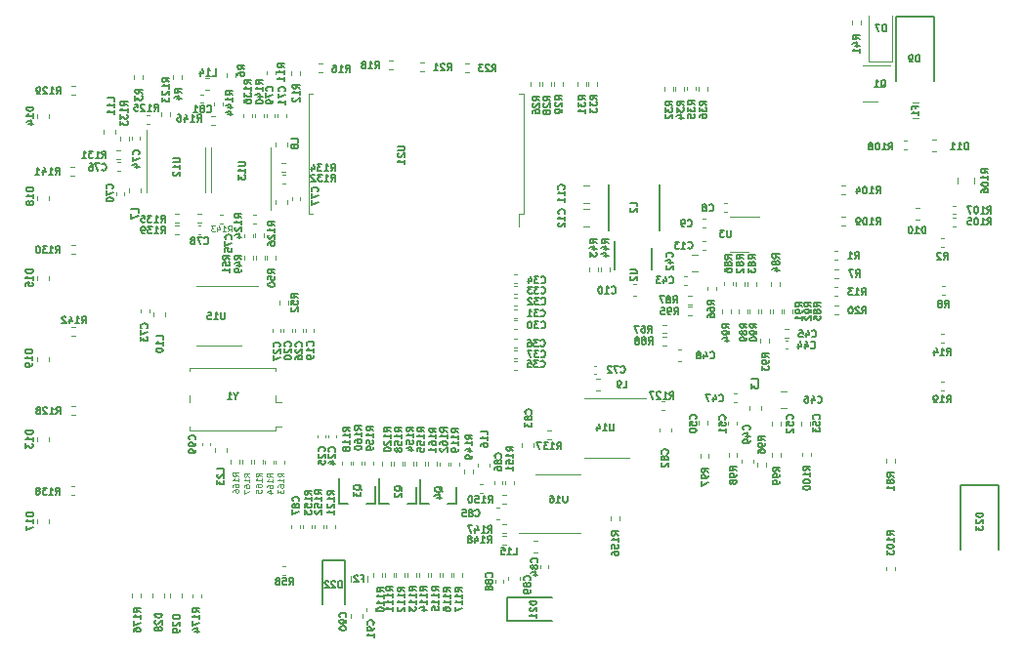
<source format=gbr>
%TF.GenerationSoftware,KiCad,Pcbnew,7.0.2*%
%TF.CreationDate,2023-10-25T01:51:14+05:00*%
%TF.ProjectId,Karnix_ASB,4b61726e-6978-45f4-9153-422e6b696361,V1.0*%
%TF.SameCoordinates,Original*%
%TF.FileFunction,Legend,Bot*%
%TF.FilePolarity,Positive*%
%FSLAX46Y46*%
G04 Gerber Fmt 4.6, Leading zero omitted, Abs format (unit mm)*
G04 Created by KiCad (PCBNEW 7.0.2) date 2023-10-25 01:51:14*
%MOMM*%
%LPD*%
G01*
G04 APERTURE LIST*
%ADD10C,0.150000*%
%ADD11C,0.100000*%
%ADD12C,0.120000*%
%ADD13C,0.200000*%
G04 APERTURE END LIST*
D10*
%TO.C,R162*%
X145115571Y-80145571D02*
X144829857Y-79945571D01*
X145115571Y-79802714D02*
X144515571Y-79802714D01*
X144515571Y-79802714D02*
X144515571Y-80031285D01*
X144515571Y-80031285D02*
X144544142Y-80088428D01*
X144544142Y-80088428D02*
X144572714Y-80116999D01*
X144572714Y-80116999D02*
X144629857Y-80145571D01*
X144629857Y-80145571D02*
X144715571Y-80145571D01*
X144715571Y-80145571D02*
X144772714Y-80116999D01*
X144772714Y-80116999D02*
X144801285Y-80088428D01*
X144801285Y-80088428D02*
X144829857Y-80031285D01*
X144829857Y-80031285D02*
X144829857Y-79802714D01*
X145115571Y-80716999D02*
X145115571Y-80374142D01*
X145115571Y-80545571D02*
X144515571Y-80545571D01*
X144515571Y-80545571D02*
X144601285Y-80488428D01*
X144601285Y-80488428D02*
X144658428Y-80431285D01*
X144658428Y-80431285D02*
X144687000Y-80374142D01*
X144515571Y-81231286D02*
X144515571Y-81117000D01*
X144515571Y-81117000D02*
X144544142Y-81059857D01*
X144544142Y-81059857D02*
X144572714Y-81031286D01*
X144572714Y-81031286D02*
X144658428Y-80974143D01*
X144658428Y-80974143D02*
X144772714Y-80945571D01*
X144772714Y-80945571D02*
X145001285Y-80945571D01*
X145001285Y-80945571D02*
X145058428Y-80974143D01*
X145058428Y-80974143D02*
X145087000Y-81002714D01*
X145087000Y-81002714D02*
X145115571Y-81059857D01*
X145115571Y-81059857D02*
X145115571Y-81174143D01*
X145115571Y-81174143D02*
X145087000Y-81231286D01*
X145087000Y-81231286D02*
X145058428Y-81259857D01*
X145058428Y-81259857D02*
X145001285Y-81288428D01*
X145001285Y-81288428D02*
X144858428Y-81288428D01*
X144858428Y-81288428D02*
X144801285Y-81259857D01*
X144801285Y-81259857D02*
X144772714Y-81231286D01*
X144772714Y-81231286D02*
X144744142Y-81174143D01*
X144744142Y-81174143D02*
X144744142Y-81059857D01*
X144744142Y-81059857D02*
X144772714Y-81002714D01*
X144772714Y-81002714D02*
X144801285Y-80974143D01*
X144801285Y-80974143D02*
X144858428Y-80945571D01*
X144572714Y-81517000D02*
X144544142Y-81545572D01*
X144544142Y-81545572D02*
X144515571Y-81602715D01*
X144515571Y-81602715D02*
X144515571Y-81745572D01*
X144515571Y-81745572D02*
X144544142Y-81802715D01*
X144544142Y-81802715D02*
X144572714Y-81831286D01*
X144572714Y-81831286D02*
X144629857Y-81859857D01*
X144629857Y-81859857D02*
X144687000Y-81859857D01*
X144687000Y-81859857D02*
X144772714Y-81831286D01*
X144772714Y-81831286D02*
X145115571Y-81488429D01*
X145115571Y-81488429D02*
X145115571Y-81859857D01*
%TO.C,C45*%
X176735714Y-71865428D02*
X176764286Y-71894000D01*
X176764286Y-71894000D02*
X176850000Y-71922571D01*
X176850000Y-71922571D02*
X176907143Y-71922571D01*
X176907143Y-71922571D02*
X176992857Y-71894000D01*
X176992857Y-71894000D02*
X177050000Y-71836857D01*
X177050000Y-71836857D02*
X177078571Y-71779714D01*
X177078571Y-71779714D02*
X177107143Y-71665428D01*
X177107143Y-71665428D02*
X177107143Y-71579714D01*
X177107143Y-71579714D02*
X177078571Y-71465428D01*
X177078571Y-71465428D02*
X177050000Y-71408285D01*
X177050000Y-71408285D02*
X176992857Y-71351142D01*
X176992857Y-71351142D02*
X176907143Y-71322571D01*
X176907143Y-71322571D02*
X176850000Y-71322571D01*
X176850000Y-71322571D02*
X176764286Y-71351142D01*
X176764286Y-71351142D02*
X176735714Y-71379714D01*
X176221429Y-71522571D02*
X176221429Y-71922571D01*
X176364286Y-71294000D02*
X176507143Y-71722571D01*
X176507143Y-71722571D02*
X176135714Y-71722571D01*
X175621428Y-71322571D02*
X175907142Y-71322571D01*
X175907142Y-71322571D02*
X175935714Y-71608285D01*
X175935714Y-71608285D02*
X175907142Y-71579714D01*
X175907142Y-71579714D02*
X175850000Y-71551142D01*
X175850000Y-71551142D02*
X175707142Y-71551142D01*
X175707142Y-71551142D02*
X175650000Y-71579714D01*
X175650000Y-71579714D02*
X175621428Y-71608285D01*
X175621428Y-71608285D02*
X175592857Y-71665428D01*
X175592857Y-71665428D02*
X175592857Y-71808285D01*
X175592857Y-71808285D02*
X175621428Y-71865428D01*
X175621428Y-71865428D02*
X175650000Y-71894000D01*
X175650000Y-71894000D02*
X175707142Y-71922571D01*
X175707142Y-71922571D02*
X175850000Y-71922571D01*
X175850000Y-71922571D02*
X175907142Y-71894000D01*
X175907142Y-71894000D02*
X175935714Y-71865428D01*
%TO.C,Q2*%
X141206714Y-85268857D02*
X141178142Y-85211714D01*
X141178142Y-85211714D02*
X141121000Y-85154571D01*
X141121000Y-85154571D02*
X141035285Y-85068857D01*
X141035285Y-85068857D02*
X141006714Y-85011714D01*
X141006714Y-85011714D02*
X141006714Y-84954571D01*
X141149571Y-84983142D02*
X141121000Y-84926000D01*
X141121000Y-84926000D02*
X141063857Y-84868857D01*
X141063857Y-84868857D02*
X140949571Y-84840285D01*
X140949571Y-84840285D02*
X140749571Y-84840285D01*
X140749571Y-84840285D02*
X140635285Y-84868857D01*
X140635285Y-84868857D02*
X140578142Y-84926000D01*
X140578142Y-84926000D02*
X140549571Y-84983142D01*
X140549571Y-84983142D02*
X140549571Y-85097428D01*
X140549571Y-85097428D02*
X140578142Y-85154571D01*
X140578142Y-85154571D02*
X140635285Y-85211714D01*
X140635285Y-85211714D02*
X140749571Y-85240285D01*
X140749571Y-85240285D02*
X140949571Y-85240285D01*
X140949571Y-85240285D02*
X141063857Y-85211714D01*
X141063857Y-85211714D02*
X141121000Y-85154571D01*
X141121000Y-85154571D02*
X141149571Y-85097428D01*
X141149571Y-85097428D02*
X141149571Y-84983142D01*
X140606714Y-85468856D02*
X140578142Y-85497428D01*
X140578142Y-85497428D02*
X140549571Y-85554571D01*
X140549571Y-85554571D02*
X140549571Y-85697428D01*
X140549571Y-85697428D02*
X140578142Y-85754571D01*
X140578142Y-85754571D02*
X140606714Y-85783142D01*
X140606714Y-85783142D02*
X140663857Y-85811713D01*
X140663857Y-85811713D02*
X140721000Y-85811713D01*
X140721000Y-85811713D02*
X140806714Y-85783142D01*
X140806714Y-85783142D02*
X141149571Y-85440285D01*
X141149571Y-85440285D02*
X141149571Y-85811713D01*
%TO.C,R114*%
X143364571Y-93923571D02*
X143078857Y-93723571D01*
X143364571Y-93580714D02*
X142764571Y-93580714D01*
X142764571Y-93580714D02*
X142764571Y-93809285D01*
X142764571Y-93809285D02*
X142793142Y-93866428D01*
X142793142Y-93866428D02*
X142821714Y-93894999D01*
X142821714Y-93894999D02*
X142878857Y-93923571D01*
X142878857Y-93923571D02*
X142964571Y-93923571D01*
X142964571Y-93923571D02*
X143021714Y-93894999D01*
X143021714Y-93894999D02*
X143050285Y-93866428D01*
X143050285Y-93866428D02*
X143078857Y-93809285D01*
X143078857Y-93809285D02*
X143078857Y-93580714D01*
X143364571Y-94494999D02*
X143364571Y-94152142D01*
X143364571Y-94323571D02*
X142764571Y-94323571D01*
X142764571Y-94323571D02*
X142850285Y-94266428D01*
X142850285Y-94266428D02*
X142907428Y-94209285D01*
X142907428Y-94209285D02*
X142936000Y-94152142D01*
X143364571Y-95066428D02*
X143364571Y-94723571D01*
X143364571Y-94895000D02*
X142764571Y-94895000D01*
X142764571Y-94895000D02*
X142850285Y-94837857D01*
X142850285Y-94837857D02*
X142907428Y-94780714D01*
X142907428Y-94780714D02*
X142936000Y-94723571D01*
X142964571Y-95580715D02*
X143364571Y-95580715D01*
X142736000Y-95437857D02*
X143164571Y-95295000D01*
X143164571Y-95295000D02*
X143164571Y-95666429D01*
%TO.C,Q1*%
X182698142Y-50243714D02*
X182755285Y-50215142D01*
X182755285Y-50215142D02*
X182812428Y-50158000D01*
X182812428Y-50158000D02*
X182898142Y-50072285D01*
X182898142Y-50072285D02*
X182955285Y-50043714D01*
X182955285Y-50043714D02*
X183012428Y-50043714D01*
X182983857Y-50186571D02*
X183041000Y-50158000D01*
X183041000Y-50158000D02*
X183098142Y-50100857D01*
X183098142Y-50100857D02*
X183126714Y-49986571D01*
X183126714Y-49986571D02*
X183126714Y-49786571D01*
X183126714Y-49786571D02*
X183098142Y-49672285D01*
X183098142Y-49672285D02*
X183041000Y-49615142D01*
X183041000Y-49615142D02*
X182983857Y-49586571D01*
X182983857Y-49586571D02*
X182869571Y-49586571D01*
X182869571Y-49586571D02*
X182812428Y-49615142D01*
X182812428Y-49615142D02*
X182755285Y-49672285D01*
X182755285Y-49672285D02*
X182726714Y-49786571D01*
X182726714Y-49786571D02*
X182726714Y-49986571D01*
X182726714Y-49986571D02*
X182755285Y-50100857D01*
X182755285Y-50100857D02*
X182812428Y-50158000D01*
X182812428Y-50158000D02*
X182869571Y-50186571D01*
X182869571Y-50186571D02*
X182983857Y-50186571D01*
X182155286Y-50186571D02*
X182498143Y-50186571D01*
X182326714Y-50186571D02*
X182326714Y-49586571D01*
X182326714Y-49586571D02*
X182383857Y-49672285D01*
X182383857Y-49672285D02*
X182441000Y-49729428D01*
X182441000Y-49729428D02*
X182498143Y-49758000D01*
%TO.C,C8*%
X167811999Y-60930428D02*
X167840571Y-60959000D01*
X167840571Y-60959000D02*
X167926285Y-60987571D01*
X167926285Y-60987571D02*
X167983428Y-60987571D01*
X167983428Y-60987571D02*
X168069142Y-60959000D01*
X168069142Y-60959000D02*
X168126285Y-60901857D01*
X168126285Y-60901857D02*
X168154856Y-60844714D01*
X168154856Y-60844714D02*
X168183428Y-60730428D01*
X168183428Y-60730428D02*
X168183428Y-60644714D01*
X168183428Y-60644714D02*
X168154856Y-60530428D01*
X168154856Y-60530428D02*
X168126285Y-60473285D01*
X168126285Y-60473285D02*
X168069142Y-60416142D01*
X168069142Y-60416142D02*
X167983428Y-60387571D01*
X167983428Y-60387571D02*
X167926285Y-60387571D01*
X167926285Y-60387571D02*
X167840571Y-60416142D01*
X167840571Y-60416142D02*
X167811999Y-60444714D01*
X167469142Y-60644714D02*
X167526285Y-60616142D01*
X167526285Y-60616142D02*
X167554856Y-60587571D01*
X167554856Y-60587571D02*
X167583428Y-60530428D01*
X167583428Y-60530428D02*
X167583428Y-60501857D01*
X167583428Y-60501857D02*
X167554856Y-60444714D01*
X167554856Y-60444714D02*
X167526285Y-60416142D01*
X167526285Y-60416142D02*
X167469142Y-60387571D01*
X167469142Y-60387571D02*
X167354856Y-60387571D01*
X167354856Y-60387571D02*
X167297714Y-60416142D01*
X167297714Y-60416142D02*
X167269142Y-60444714D01*
X167269142Y-60444714D02*
X167240571Y-60501857D01*
X167240571Y-60501857D02*
X167240571Y-60530428D01*
X167240571Y-60530428D02*
X167269142Y-60587571D01*
X167269142Y-60587571D02*
X167297714Y-60616142D01*
X167297714Y-60616142D02*
X167354856Y-60644714D01*
X167354856Y-60644714D02*
X167469142Y-60644714D01*
X167469142Y-60644714D02*
X167526285Y-60673285D01*
X167526285Y-60673285D02*
X167554856Y-60701857D01*
X167554856Y-60701857D02*
X167583428Y-60759000D01*
X167583428Y-60759000D02*
X167583428Y-60873285D01*
X167583428Y-60873285D02*
X167554856Y-60930428D01*
X167554856Y-60930428D02*
X167526285Y-60959000D01*
X167526285Y-60959000D02*
X167469142Y-60987571D01*
X167469142Y-60987571D02*
X167354856Y-60987571D01*
X167354856Y-60987571D02*
X167297714Y-60959000D01*
X167297714Y-60959000D02*
X167269142Y-60930428D01*
X167269142Y-60930428D02*
X167240571Y-60873285D01*
X167240571Y-60873285D02*
X167240571Y-60759000D01*
X167240571Y-60759000D02*
X167269142Y-60701857D01*
X167269142Y-60701857D02*
X167297714Y-60673285D01*
X167297714Y-60673285D02*
X167354856Y-60644714D01*
%TO.C,C35*%
X153220714Y-74493428D02*
X153249286Y-74522000D01*
X153249286Y-74522000D02*
X153335000Y-74550571D01*
X153335000Y-74550571D02*
X153392143Y-74550571D01*
X153392143Y-74550571D02*
X153477857Y-74522000D01*
X153477857Y-74522000D02*
X153535000Y-74464857D01*
X153535000Y-74464857D02*
X153563571Y-74407714D01*
X153563571Y-74407714D02*
X153592143Y-74293428D01*
X153592143Y-74293428D02*
X153592143Y-74207714D01*
X153592143Y-74207714D02*
X153563571Y-74093428D01*
X153563571Y-74093428D02*
X153535000Y-74036285D01*
X153535000Y-74036285D02*
X153477857Y-73979142D01*
X153477857Y-73979142D02*
X153392143Y-73950571D01*
X153392143Y-73950571D02*
X153335000Y-73950571D01*
X153335000Y-73950571D02*
X153249286Y-73979142D01*
X153249286Y-73979142D02*
X153220714Y-74007714D01*
X153020714Y-73950571D02*
X152649286Y-73950571D01*
X152649286Y-73950571D02*
X152849286Y-74179142D01*
X152849286Y-74179142D02*
X152763571Y-74179142D01*
X152763571Y-74179142D02*
X152706429Y-74207714D01*
X152706429Y-74207714D02*
X152677857Y-74236285D01*
X152677857Y-74236285D02*
X152649286Y-74293428D01*
X152649286Y-74293428D02*
X152649286Y-74436285D01*
X152649286Y-74436285D02*
X152677857Y-74493428D01*
X152677857Y-74493428D02*
X152706429Y-74522000D01*
X152706429Y-74522000D02*
X152763571Y-74550571D01*
X152763571Y-74550571D02*
X152935000Y-74550571D01*
X152935000Y-74550571D02*
X152992143Y-74522000D01*
X152992143Y-74522000D02*
X153020714Y-74493428D01*
X152106428Y-73950571D02*
X152392142Y-73950571D01*
X152392142Y-73950571D02*
X152420714Y-74236285D01*
X152420714Y-74236285D02*
X152392142Y-74207714D01*
X152392142Y-74207714D02*
X152335000Y-74179142D01*
X152335000Y-74179142D02*
X152192142Y-74179142D01*
X152192142Y-74179142D02*
X152135000Y-74207714D01*
X152135000Y-74207714D02*
X152106428Y-74236285D01*
X152106428Y-74236285D02*
X152077857Y-74293428D01*
X152077857Y-74293428D02*
X152077857Y-74436285D01*
X152077857Y-74436285D02*
X152106428Y-74493428D01*
X152106428Y-74493428D02*
X152135000Y-74522000D01*
X152135000Y-74522000D02*
X152192142Y-74550571D01*
X152192142Y-74550571D02*
X152335000Y-74550571D01*
X152335000Y-74550571D02*
X152392142Y-74522000D01*
X152392142Y-74522000D02*
X152420714Y-74493428D01*
%TO.C,R12*%
X132332571Y-50349285D02*
X132046857Y-50149285D01*
X132332571Y-50006428D02*
X131732571Y-50006428D01*
X131732571Y-50006428D02*
X131732571Y-50234999D01*
X131732571Y-50234999D02*
X131761142Y-50292142D01*
X131761142Y-50292142D02*
X131789714Y-50320713D01*
X131789714Y-50320713D02*
X131846857Y-50349285D01*
X131846857Y-50349285D02*
X131932571Y-50349285D01*
X131932571Y-50349285D02*
X131989714Y-50320713D01*
X131989714Y-50320713D02*
X132018285Y-50292142D01*
X132018285Y-50292142D02*
X132046857Y-50234999D01*
X132046857Y-50234999D02*
X132046857Y-50006428D01*
X132332571Y-50920713D02*
X132332571Y-50577856D01*
X132332571Y-50749285D02*
X131732571Y-50749285D01*
X131732571Y-50749285D02*
X131818285Y-50692142D01*
X131818285Y-50692142D02*
X131875428Y-50634999D01*
X131875428Y-50634999D02*
X131904000Y-50577856D01*
X131789714Y-51149285D02*
X131761142Y-51177857D01*
X131761142Y-51177857D02*
X131732571Y-51235000D01*
X131732571Y-51235000D02*
X131732571Y-51377857D01*
X131732571Y-51377857D02*
X131761142Y-51435000D01*
X131761142Y-51435000D02*
X131789714Y-51463571D01*
X131789714Y-51463571D02*
X131846857Y-51492142D01*
X131846857Y-51492142D02*
X131904000Y-51492142D01*
X131904000Y-51492142D02*
X131989714Y-51463571D01*
X131989714Y-51463571D02*
X132332571Y-51120714D01*
X132332571Y-51120714D02*
X132332571Y-51492142D01*
%TO.C,R32*%
X164642571Y-51814285D02*
X164356857Y-51614285D01*
X164642571Y-51471428D02*
X164042571Y-51471428D01*
X164042571Y-51471428D02*
X164042571Y-51699999D01*
X164042571Y-51699999D02*
X164071142Y-51757142D01*
X164071142Y-51757142D02*
X164099714Y-51785713D01*
X164099714Y-51785713D02*
X164156857Y-51814285D01*
X164156857Y-51814285D02*
X164242571Y-51814285D01*
X164242571Y-51814285D02*
X164299714Y-51785713D01*
X164299714Y-51785713D02*
X164328285Y-51757142D01*
X164328285Y-51757142D02*
X164356857Y-51699999D01*
X164356857Y-51699999D02*
X164356857Y-51471428D01*
X164042571Y-52014285D02*
X164042571Y-52385713D01*
X164042571Y-52385713D02*
X164271142Y-52185713D01*
X164271142Y-52185713D02*
X164271142Y-52271428D01*
X164271142Y-52271428D02*
X164299714Y-52328571D01*
X164299714Y-52328571D02*
X164328285Y-52357142D01*
X164328285Y-52357142D02*
X164385428Y-52385713D01*
X164385428Y-52385713D02*
X164528285Y-52385713D01*
X164528285Y-52385713D02*
X164585428Y-52357142D01*
X164585428Y-52357142D02*
X164614000Y-52328571D01*
X164614000Y-52328571D02*
X164642571Y-52271428D01*
X164642571Y-52271428D02*
X164642571Y-52099999D01*
X164642571Y-52099999D02*
X164614000Y-52042856D01*
X164614000Y-52042856D02*
X164585428Y-52014285D01*
X164099714Y-52614285D02*
X164071142Y-52642857D01*
X164071142Y-52642857D02*
X164042571Y-52700000D01*
X164042571Y-52700000D02*
X164042571Y-52842857D01*
X164042571Y-52842857D02*
X164071142Y-52900000D01*
X164071142Y-52900000D02*
X164099714Y-52928571D01*
X164099714Y-52928571D02*
X164156857Y-52957142D01*
X164156857Y-52957142D02*
X164214000Y-52957142D01*
X164214000Y-52957142D02*
X164299714Y-52928571D01*
X164299714Y-52928571D02*
X164642571Y-52585714D01*
X164642571Y-52585714D02*
X164642571Y-52957142D01*
D11*
%TO.C,R164*%
X130026309Y-84050476D02*
X129788214Y-83883810D01*
X130026309Y-83764762D02*
X129526309Y-83764762D01*
X129526309Y-83764762D02*
X129526309Y-83955238D01*
X129526309Y-83955238D02*
X129550119Y-84002857D01*
X129550119Y-84002857D02*
X129573928Y-84026667D01*
X129573928Y-84026667D02*
X129621547Y-84050476D01*
X129621547Y-84050476D02*
X129692976Y-84050476D01*
X129692976Y-84050476D02*
X129740595Y-84026667D01*
X129740595Y-84026667D02*
X129764404Y-84002857D01*
X129764404Y-84002857D02*
X129788214Y-83955238D01*
X129788214Y-83955238D02*
X129788214Y-83764762D01*
X130026309Y-84526667D02*
X130026309Y-84240953D01*
X130026309Y-84383810D02*
X129526309Y-84383810D01*
X129526309Y-84383810D02*
X129597738Y-84336191D01*
X129597738Y-84336191D02*
X129645357Y-84288572D01*
X129645357Y-84288572D02*
X129669166Y-84240953D01*
X129526309Y-84955238D02*
X129526309Y-84860000D01*
X129526309Y-84860000D02*
X129550119Y-84812381D01*
X129550119Y-84812381D02*
X129573928Y-84788571D01*
X129573928Y-84788571D02*
X129645357Y-84740952D01*
X129645357Y-84740952D02*
X129740595Y-84717143D01*
X129740595Y-84717143D02*
X129931071Y-84717143D01*
X129931071Y-84717143D02*
X129978690Y-84740952D01*
X129978690Y-84740952D02*
X130002500Y-84764762D01*
X130002500Y-84764762D02*
X130026309Y-84812381D01*
X130026309Y-84812381D02*
X130026309Y-84907619D01*
X130026309Y-84907619D02*
X130002500Y-84955238D01*
X130002500Y-84955238D02*
X129978690Y-84979047D01*
X129978690Y-84979047D02*
X129931071Y-85002857D01*
X129931071Y-85002857D02*
X129812023Y-85002857D01*
X129812023Y-85002857D02*
X129764404Y-84979047D01*
X129764404Y-84979047D02*
X129740595Y-84955238D01*
X129740595Y-84955238D02*
X129716785Y-84907619D01*
X129716785Y-84907619D02*
X129716785Y-84812381D01*
X129716785Y-84812381D02*
X129740595Y-84764762D01*
X129740595Y-84764762D02*
X129764404Y-84740952D01*
X129764404Y-84740952D02*
X129812023Y-84717143D01*
X129692976Y-85431428D02*
X130026309Y-85431428D01*
X129502500Y-85312380D02*
X129859642Y-85193333D01*
X129859642Y-85193333D02*
X129859642Y-85502856D01*
D10*
%TO.C,L2*%
X161589071Y-60563500D02*
X161589071Y-60277786D01*
X161589071Y-60277786D02*
X160989071Y-60277786D01*
X161046214Y-60734928D02*
X161017642Y-60763500D01*
X161017642Y-60763500D02*
X160989071Y-60820643D01*
X160989071Y-60820643D02*
X160989071Y-60963500D01*
X160989071Y-60963500D02*
X161017642Y-61020643D01*
X161017642Y-61020643D02*
X161046214Y-61049214D01*
X161046214Y-61049214D02*
X161103357Y-61077785D01*
X161103357Y-61077785D02*
X161160500Y-61077785D01*
X161160500Y-61077785D02*
X161246214Y-61049214D01*
X161246214Y-61049214D02*
X161589071Y-60706357D01*
X161589071Y-60706357D02*
X161589071Y-61077785D01*
%TO.C,R88*%
X162560714Y-72522571D02*
X162760714Y-72236857D01*
X162903571Y-72522571D02*
X162903571Y-71922571D01*
X162903571Y-71922571D02*
X162675000Y-71922571D01*
X162675000Y-71922571D02*
X162617857Y-71951142D01*
X162617857Y-71951142D02*
X162589286Y-71979714D01*
X162589286Y-71979714D02*
X162560714Y-72036857D01*
X162560714Y-72036857D02*
X162560714Y-72122571D01*
X162560714Y-72122571D02*
X162589286Y-72179714D01*
X162589286Y-72179714D02*
X162617857Y-72208285D01*
X162617857Y-72208285D02*
X162675000Y-72236857D01*
X162675000Y-72236857D02*
X162903571Y-72236857D01*
X162217857Y-72179714D02*
X162275000Y-72151142D01*
X162275000Y-72151142D02*
X162303571Y-72122571D01*
X162303571Y-72122571D02*
X162332143Y-72065428D01*
X162332143Y-72065428D02*
X162332143Y-72036857D01*
X162332143Y-72036857D02*
X162303571Y-71979714D01*
X162303571Y-71979714D02*
X162275000Y-71951142D01*
X162275000Y-71951142D02*
X162217857Y-71922571D01*
X162217857Y-71922571D02*
X162103571Y-71922571D01*
X162103571Y-71922571D02*
X162046429Y-71951142D01*
X162046429Y-71951142D02*
X162017857Y-71979714D01*
X162017857Y-71979714D02*
X161989286Y-72036857D01*
X161989286Y-72036857D02*
X161989286Y-72065428D01*
X161989286Y-72065428D02*
X162017857Y-72122571D01*
X162017857Y-72122571D02*
X162046429Y-72151142D01*
X162046429Y-72151142D02*
X162103571Y-72179714D01*
X162103571Y-72179714D02*
X162217857Y-72179714D01*
X162217857Y-72179714D02*
X162275000Y-72208285D01*
X162275000Y-72208285D02*
X162303571Y-72236857D01*
X162303571Y-72236857D02*
X162332143Y-72294000D01*
X162332143Y-72294000D02*
X162332143Y-72408285D01*
X162332143Y-72408285D02*
X162303571Y-72465428D01*
X162303571Y-72465428D02*
X162275000Y-72494000D01*
X162275000Y-72494000D02*
X162217857Y-72522571D01*
X162217857Y-72522571D02*
X162103571Y-72522571D01*
X162103571Y-72522571D02*
X162046429Y-72494000D01*
X162046429Y-72494000D02*
X162017857Y-72465428D01*
X162017857Y-72465428D02*
X161989286Y-72408285D01*
X161989286Y-72408285D02*
X161989286Y-72294000D01*
X161989286Y-72294000D02*
X162017857Y-72236857D01*
X162017857Y-72236857D02*
X162046429Y-72208285D01*
X162046429Y-72208285D02*
X162103571Y-72179714D01*
X161646428Y-72179714D02*
X161703571Y-72151142D01*
X161703571Y-72151142D02*
X161732142Y-72122571D01*
X161732142Y-72122571D02*
X161760714Y-72065428D01*
X161760714Y-72065428D02*
X161760714Y-72036857D01*
X161760714Y-72036857D02*
X161732142Y-71979714D01*
X161732142Y-71979714D02*
X161703571Y-71951142D01*
X161703571Y-71951142D02*
X161646428Y-71922571D01*
X161646428Y-71922571D02*
X161532142Y-71922571D01*
X161532142Y-71922571D02*
X161475000Y-71951142D01*
X161475000Y-71951142D02*
X161446428Y-71979714D01*
X161446428Y-71979714D02*
X161417857Y-72036857D01*
X161417857Y-72036857D02*
X161417857Y-72065428D01*
X161417857Y-72065428D02*
X161446428Y-72122571D01*
X161446428Y-72122571D02*
X161475000Y-72151142D01*
X161475000Y-72151142D02*
X161532142Y-72179714D01*
X161532142Y-72179714D02*
X161646428Y-72179714D01*
X161646428Y-72179714D02*
X161703571Y-72208285D01*
X161703571Y-72208285D02*
X161732142Y-72236857D01*
X161732142Y-72236857D02*
X161760714Y-72294000D01*
X161760714Y-72294000D02*
X161760714Y-72408285D01*
X161760714Y-72408285D02*
X161732142Y-72465428D01*
X161732142Y-72465428D02*
X161703571Y-72494000D01*
X161703571Y-72494000D02*
X161646428Y-72522571D01*
X161646428Y-72522571D02*
X161532142Y-72522571D01*
X161532142Y-72522571D02*
X161475000Y-72494000D01*
X161475000Y-72494000D02*
X161446428Y-72465428D01*
X161446428Y-72465428D02*
X161417857Y-72408285D01*
X161417857Y-72408285D02*
X161417857Y-72294000D01*
X161417857Y-72294000D02*
X161446428Y-72236857D01*
X161446428Y-72236857D02*
X161475000Y-72208285D01*
X161475000Y-72208285D02*
X161532142Y-72179714D01*
%TO.C,D7*%
X183146856Y-45399571D02*
X183146856Y-44799571D01*
X183146856Y-44799571D02*
X183003999Y-44799571D01*
X183003999Y-44799571D02*
X182918285Y-44828142D01*
X182918285Y-44828142D02*
X182861142Y-44885285D01*
X182861142Y-44885285D02*
X182832571Y-44942428D01*
X182832571Y-44942428D02*
X182803999Y-45056714D01*
X182803999Y-45056714D02*
X182803999Y-45142428D01*
X182803999Y-45142428D02*
X182832571Y-45256714D01*
X182832571Y-45256714D02*
X182861142Y-45313857D01*
X182861142Y-45313857D02*
X182918285Y-45371000D01*
X182918285Y-45371000D02*
X183003999Y-45399571D01*
X183003999Y-45399571D02*
X183146856Y-45399571D01*
X182603999Y-44799571D02*
X182203999Y-44799571D01*
X182203999Y-44799571D02*
X182461142Y-45399571D01*
%TO.C,C88*%
X149000428Y-92714285D02*
X149029000Y-92685713D01*
X149029000Y-92685713D02*
X149057571Y-92599999D01*
X149057571Y-92599999D02*
X149057571Y-92542856D01*
X149057571Y-92542856D02*
X149029000Y-92457142D01*
X149029000Y-92457142D02*
X148971857Y-92399999D01*
X148971857Y-92399999D02*
X148914714Y-92371428D01*
X148914714Y-92371428D02*
X148800428Y-92342856D01*
X148800428Y-92342856D02*
X148714714Y-92342856D01*
X148714714Y-92342856D02*
X148600428Y-92371428D01*
X148600428Y-92371428D02*
X148543285Y-92399999D01*
X148543285Y-92399999D02*
X148486142Y-92457142D01*
X148486142Y-92457142D02*
X148457571Y-92542856D01*
X148457571Y-92542856D02*
X148457571Y-92599999D01*
X148457571Y-92599999D02*
X148486142Y-92685713D01*
X148486142Y-92685713D02*
X148514714Y-92714285D01*
X148714714Y-93057142D02*
X148686142Y-92999999D01*
X148686142Y-92999999D02*
X148657571Y-92971428D01*
X148657571Y-92971428D02*
X148600428Y-92942856D01*
X148600428Y-92942856D02*
X148571857Y-92942856D01*
X148571857Y-92942856D02*
X148514714Y-92971428D01*
X148514714Y-92971428D02*
X148486142Y-92999999D01*
X148486142Y-92999999D02*
X148457571Y-93057142D01*
X148457571Y-93057142D02*
X148457571Y-93171428D01*
X148457571Y-93171428D02*
X148486142Y-93228571D01*
X148486142Y-93228571D02*
X148514714Y-93257142D01*
X148514714Y-93257142D02*
X148571857Y-93285713D01*
X148571857Y-93285713D02*
X148600428Y-93285713D01*
X148600428Y-93285713D02*
X148657571Y-93257142D01*
X148657571Y-93257142D02*
X148686142Y-93228571D01*
X148686142Y-93228571D02*
X148714714Y-93171428D01*
X148714714Y-93171428D02*
X148714714Y-93057142D01*
X148714714Y-93057142D02*
X148743285Y-92999999D01*
X148743285Y-92999999D02*
X148771857Y-92971428D01*
X148771857Y-92971428D02*
X148829000Y-92942856D01*
X148829000Y-92942856D02*
X148943285Y-92942856D01*
X148943285Y-92942856D02*
X149000428Y-92971428D01*
X149000428Y-92971428D02*
X149029000Y-92999999D01*
X149029000Y-92999999D02*
X149057571Y-93057142D01*
X149057571Y-93057142D02*
X149057571Y-93171428D01*
X149057571Y-93171428D02*
X149029000Y-93228571D01*
X149029000Y-93228571D02*
X149000428Y-93257142D01*
X149000428Y-93257142D02*
X148943285Y-93285713D01*
X148943285Y-93285713D02*
X148829000Y-93285713D01*
X148829000Y-93285713D02*
X148771857Y-93257142D01*
X148771857Y-93257142D02*
X148743285Y-93228571D01*
X148743285Y-93228571D02*
X148714714Y-93171428D01*
X148714714Y-93628571D02*
X148686142Y-93571428D01*
X148686142Y-93571428D02*
X148657571Y-93542857D01*
X148657571Y-93542857D02*
X148600428Y-93514285D01*
X148600428Y-93514285D02*
X148571857Y-93514285D01*
X148571857Y-93514285D02*
X148514714Y-93542857D01*
X148514714Y-93542857D02*
X148486142Y-93571428D01*
X148486142Y-93571428D02*
X148457571Y-93628571D01*
X148457571Y-93628571D02*
X148457571Y-93742857D01*
X148457571Y-93742857D02*
X148486142Y-93800000D01*
X148486142Y-93800000D02*
X148514714Y-93828571D01*
X148514714Y-93828571D02*
X148571857Y-93857142D01*
X148571857Y-93857142D02*
X148600428Y-93857142D01*
X148600428Y-93857142D02*
X148657571Y-93828571D01*
X148657571Y-93828571D02*
X148686142Y-93800000D01*
X148686142Y-93800000D02*
X148714714Y-93742857D01*
X148714714Y-93742857D02*
X148714714Y-93628571D01*
X148714714Y-93628571D02*
X148743285Y-93571428D01*
X148743285Y-93571428D02*
X148771857Y-93542857D01*
X148771857Y-93542857D02*
X148829000Y-93514285D01*
X148829000Y-93514285D02*
X148943285Y-93514285D01*
X148943285Y-93514285D02*
X149000428Y-93542857D01*
X149000428Y-93542857D02*
X149029000Y-93571428D01*
X149029000Y-93571428D02*
X149057571Y-93628571D01*
X149057571Y-93628571D02*
X149057571Y-93742857D01*
X149057571Y-93742857D02*
X149029000Y-93800000D01*
X149029000Y-93800000D02*
X149000428Y-93828571D01*
X149000428Y-93828571D02*
X148943285Y-93857142D01*
X148943285Y-93857142D02*
X148829000Y-93857142D01*
X148829000Y-93857142D02*
X148771857Y-93828571D01*
X148771857Y-93828571D02*
X148743285Y-93800000D01*
X148743285Y-93800000D02*
X148714714Y-93742857D01*
%TO.C,R99*%
X173952571Y-83544285D02*
X173666857Y-83344285D01*
X173952571Y-83201428D02*
X173352571Y-83201428D01*
X173352571Y-83201428D02*
X173352571Y-83429999D01*
X173352571Y-83429999D02*
X173381142Y-83487142D01*
X173381142Y-83487142D02*
X173409714Y-83515713D01*
X173409714Y-83515713D02*
X173466857Y-83544285D01*
X173466857Y-83544285D02*
X173552571Y-83544285D01*
X173552571Y-83544285D02*
X173609714Y-83515713D01*
X173609714Y-83515713D02*
X173638285Y-83487142D01*
X173638285Y-83487142D02*
X173666857Y-83429999D01*
X173666857Y-83429999D02*
X173666857Y-83201428D01*
X173952571Y-83829999D02*
X173952571Y-83944285D01*
X173952571Y-83944285D02*
X173924000Y-84001428D01*
X173924000Y-84001428D02*
X173895428Y-84029999D01*
X173895428Y-84029999D02*
X173809714Y-84087142D01*
X173809714Y-84087142D02*
X173695428Y-84115713D01*
X173695428Y-84115713D02*
X173466857Y-84115713D01*
X173466857Y-84115713D02*
X173409714Y-84087142D01*
X173409714Y-84087142D02*
X173381142Y-84058571D01*
X173381142Y-84058571D02*
X173352571Y-84001428D01*
X173352571Y-84001428D02*
X173352571Y-83887142D01*
X173352571Y-83887142D02*
X173381142Y-83829999D01*
X173381142Y-83829999D02*
X173409714Y-83801428D01*
X173409714Y-83801428D02*
X173466857Y-83772856D01*
X173466857Y-83772856D02*
X173609714Y-83772856D01*
X173609714Y-83772856D02*
X173666857Y-83801428D01*
X173666857Y-83801428D02*
X173695428Y-83829999D01*
X173695428Y-83829999D02*
X173724000Y-83887142D01*
X173724000Y-83887142D02*
X173724000Y-84001428D01*
X173724000Y-84001428D02*
X173695428Y-84058571D01*
X173695428Y-84058571D02*
X173666857Y-84087142D01*
X173666857Y-84087142D02*
X173609714Y-84115713D01*
X173952571Y-84401428D02*
X173952571Y-84515714D01*
X173952571Y-84515714D02*
X173924000Y-84572857D01*
X173924000Y-84572857D02*
X173895428Y-84601428D01*
X173895428Y-84601428D02*
X173809714Y-84658571D01*
X173809714Y-84658571D02*
X173695428Y-84687142D01*
X173695428Y-84687142D02*
X173466857Y-84687142D01*
X173466857Y-84687142D02*
X173409714Y-84658571D01*
X173409714Y-84658571D02*
X173381142Y-84630000D01*
X173381142Y-84630000D02*
X173352571Y-84572857D01*
X173352571Y-84572857D02*
X173352571Y-84458571D01*
X173352571Y-84458571D02*
X173381142Y-84401428D01*
X173381142Y-84401428D02*
X173409714Y-84372857D01*
X173409714Y-84372857D02*
X173466857Y-84344285D01*
X173466857Y-84344285D02*
X173609714Y-84344285D01*
X173609714Y-84344285D02*
X173666857Y-84372857D01*
X173666857Y-84372857D02*
X173695428Y-84401428D01*
X173695428Y-84401428D02*
X173724000Y-84458571D01*
X173724000Y-84458571D02*
X173724000Y-84572857D01*
X173724000Y-84572857D02*
X173695428Y-84630000D01*
X173695428Y-84630000D02*
X173666857Y-84658571D01*
X173666857Y-84658571D02*
X173609714Y-84687142D01*
%TO.C,C99*%
X123295428Y-80814285D02*
X123324000Y-80785713D01*
X123324000Y-80785713D02*
X123352571Y-80699999D01*
X123352571Y-80699999D02*
X123352571Y-80642856D01*
X123352571Y-80642856D02*
X123324000Y-80557142D01*
X123324000Y-80557142D02*
X123266857Y-80499999D01*
X123266857Y-80499999D02*
X123209714Y-80471428D01*
X123209714Y-80471428D02*
X123095428Y-80442856D01*
X123095428Y-80442856D02*
X123009714Y-80442856D01*
X123009714Y-80442856D02*
X122895428Y-80471428D01*
X122895428Y-80471428D02*
X122838285Y-80499999D01*
X122838285Y-80499999D02*
X122781142Y-80557142D01*
X122781142Y-80557142D02*
X122752571Y-80642856D01*
X122752571Y-80642856D02*
X122752571Y-80699999D01*
X122752571Y-80699999D02*
X122781142Y-80785713D01*
X122781142Y-80785713D02*
X122809714Y-80814285D01*
X123352571Y-81099999D02*
X123352571Y-81214285D01*
X123352571Y-81214285D02*
X123324000Y-81271428D01*
X123324000Y-81271428D02*
X123295428Y-81299999D01*
X123295428Y-81299999D02*
X123209714Y-81357142D01*
X123209714Y-81357142D02*
X123095428Y-81385713D01*
X123095428Y-81385713D02*
X122866857Y-81385713D01*
X122866857Y-81385713D02*
X122809714Y-81357142D01*
X122809714Y-81357142D02*
X122781142Y-81328571D01*
X122781142Y-81328571D02*
X122752571Y-81271428D01*
X122752571Y-81271428D02*
X122752571Y-81157142D01*
X122752571Y-81157142D02*
X122781142Y-81099999D01*
X122781142Y-81099999D02*
X122809714Y-81071428D01*
X122809714Y-81071428D02*
X122866857Y-81042856D01*
X122866857Y-81042856D02*
X123009714Y-81042856D01*
X123009714Y-81042856D02*
X123066857Y-81071428D01*
X123066857Y-81071428D02*
X123095428Y-81099999D01*
X123095428Y-81099999D02*
X123124000Y-81157142D01*
X123124000Y-81157142D02*
X123124000Y-81271428D01*
X123124000Y-81271428D02*
X123095428Y-81328571D01*
X123095428Y-81328571D02*
X123066857Y-81357142D01*
X123066857Y-81357142D02*
X123009714Y-81385713D01*
X123352571Y-81671428D02*
X123352571Y-81785714D01*
X123352571Y-81785714D02*
X123324000Y-81842857D01*
X123324000Y-81842857D02*
X123295428Y-81871428D01*
X123295428Y-81871428D02*
X123209714Y-81928571D01*
X123209714Y-81928571D02*
X123095428Y-81957142D01*
X123095428Y-81957142D02*
X122866857Y-81957142D01*
X122866857Y-81957142D02*
X122809714Y-81928571D01*
X122809714Y-81928571D02*
X122781142Y-81900000D01*
X122781142Y-81900000D02*
X122752571Y-81842857D01*
X122752571Y-81842857D02*
X122752571Y-81728571D01*
X122752571Y-81728571D02*
X122781142Y-81671428D01*
X122781142Y-81671428D02*
X122809714Y-81642857D01*
X122809714Y-81642857D02*
X122866857Y-81614285D01*
X122866857Y-81614285D02*
X123009714Y-81614285D01*
X123009714Y-81614285D02*
X123066857Y-81642857D01*
X123066857Y-81642857D02*
X123095428Y-81671428D01*
X123095428Y-81671428D02*
X123124000Y-81728571D01*
X123124000Y-81728571D02*
X123124000Y-81842857D01*
X123124000Y-81842857D02*
X123095428Y-81900000D01*
X123095428Y-81900000D02*
X123066857Y-81928571D01*
X123066857Y-81928571D02*
X123009714Y-81957142D01*
%TO.C,R115*%
X144392571Y-93912571D02*
X144106857Y-93712571D01*
X144392571Y-93569714D02*
X143792571Y-93569714D01*
X143792571Y-93569714D02*
X143792571Y-93798285D01*
X143792571Y-93798285D02*
X143821142Y-93855428D01*
X143821142Y-93855428D02*
X143849714Y-93883999D01*
X143849714Y-93883999D02*
X143906857Y-93912571D01*
X143906857Y-93912571D02*
X143992571Y-93912571D01*
X143992571Y-93912571D02*
X144049714Y-93883999D01*
X144049714Y-93883999D02*
X144078285Y-93855428D01*
X144078285Y-93855428D02*
X144106857Y-93798285D01*
X144106857Y-93798285D02*
X144106857Y-93569714D01*
X144392571Y-94483999D02*
X144392571Y-94141142D01*
X144392571Y-94312571D02*
X143792571Y-94312571D01*
X143792571Y-94312571D02*
X143878285Y-94255428D01*
X143878285Y-94255428D02*
X143935428Y-94198285D01*
X143935428Y-94198285D02*
X143964000Y-94141142D01*
X144392571Y-95055428D02*
X144392571Y-94712571D01*
X144392571Y-94884000D02*
X143792571Y-94884000D01*
X143792571Y-94884000D02*
X143878285Y-94826857D01*
X143878285Y-94826857D02*
X143935428Y-94769714D01*
X143935428Y-94769714D02*
X143964000Y-94712571D01*
X143792571Y-95598286D02*
X143792571Y-95312572D01*
X143792571Y-95312572D02*
X144078285Y-95284000D01*
X144078285Y-95284000D02*
X144049714Y-95312572D01*
X144049714Y-95312572D02*
X144021142Y-95369715D01*
X144021142Y-95369715D02*
X144021142Y-95512572D01*
X144021142Y-95512572D02*
X144049714Y-95569715D01*
X144049714Y-95569715D02*
X144078285Y-95598286D01*
X144078285Y-95598286D02*
X144135428Y-95626857D01*
X144135428Y-95626857D02*
X144278285Y-95626857D01*
X144278285Y-95626857D02*
X144335428Y-95598286D01*
X144335428Y-95598286D02*
X144364000Y-95569715D01*
X144364000Y-95569715D02*
X144392571Y-95512572D01*
X144392571Y-95512572D02*
X144392571Y-95369715D01*
X144392571Y-95369715D02*
X144364000Y-95312572D01*
X144364000Y-95312572D02*
X144335428Y-95284000D01*
%TO.C,C47*%
X168700714Y-77445428D02*
X168729286Y-77474000D01*
X168729286Y-77474000D02*
X168815000Y-77502571D01*
X168815000Y-77502571D02*
X168872143Y-77502571D01*
X168872143Y-77502571D02*
X168957857Y-77474000D01*
X168957857Y-77474000D02*
X169015000Y-77416857D01*
X169015000Y-77416857D02*
X169043571Y-77359714D01*
X169043571Y-77359714D02*
X169072143Y-77245428D01*
X169072143Y-77245428D02*
X169072143Y-77159714D01*
X169072143Y-77159714D02*
X169043571Y-77045428D01*
X169043571Y-77045428D02*
X169015000Y-76988285D01*
X169015000Y-76988285D02*
X168957857Y-76931142D01*
X168957857Y-76931142D02*
X168872143Y-76902571D01*
X168872143Y-76902571D02*
X168815000Y-76902571D01*
X168815000Y-76902571D02*
X168729286Y-76931142D01*
X168729286Y-76931142D02*
X168700714Y-76959714D01*
X168186429Y-77102571D02*
X168186429Y-77502571D01*
X168329286Y-76874000D02*
X168472143Y-77302571D01*
X168472143Y-77302571D02*
X168100714Y-77302571D01*
X167929285Y-76902571D02*
X167529285Y-76902571D01*
X167529285Y-76902571D02*
X167786428Y-77502571D01*
%TO.C,R134*%
X135046428Y-57527571D02*
X135246428Y-57241857D01*
X135389285Y-57527571D02*
X135389285Y-56927571D01*
X135389285Y-56927571D02*
X135160714Y-56927571D01*
X135160714Y-56927571D02*
X135103571Y-56956142D01*
X135103571Y-56956142D02*
X135075000Y-56984714D01*
X135075000Y-56984714D02*
X135046428Y-57041857D01*
X135046428Y-57041857D02*
X135046428Y-57127571D01*
X135046428Y-57127571D02*
X135075000Y-57184714D01*
X135075000Y-57184714D02*
X135103571Y-57213285D01*
X135103571Y-57213285D02*
X135160714Y-57241857D01*
X135160714Y-57241857D02*
X135389285Y-57241857D01*
X134475000Y-57527571D02*
X134817857Y-57527571D01*
X134646428Y-57527571D02*
X134646428Y-56927571D01*
X134646428Y-56927571D02*
X134703571Y-57013285D01*
X134703571Y-57013285D02*
X134760714Y-57070428D01*
X134760714Y-57070428D02*
X134817857Y-57099000D01*
X134274999Y-56927571D02*
X133903571Y-56927571D01*
X133903571Y-56927571D02*
X134103571Y-57156142D01*
X134103571Y-57156142D02*
X134017856Y-57156142D01*
X134017856Y-57156142D02*
X133960714Y-57184714D01*
X133960714Y-57184714D02*
X133932142Y-57213285D01*
X133932142Y-57213285D02*
X133903571Y-57270428D01*
X133903571Y-57270428D02*
X133903571Y-57413285D01*
X133903571Y-57413285D02*
X133932142Y-57470428D01*
X133932142Y-57470428D02*
X133960714Y-57499000D01*
X133960714Y-57499000D02*
X134017856Y-57527571D01*
X134017856Y-57527571D02*
X134189285Y-57527571D01*
X134189285Y-57527571D02*
X134246428Y-57499000D01*
X134246428Y-57499000D02*
X134274999Y-57470428D01*
X133389285Y-57127571D02*
X133389285Y-57527571D01*
X133532142Y-56899000D02*
X133674999Y-57327571D01*
X133674999Y-57327571D02*
X133303570Y-57327571D01*
%TO.C,R117*%
X146400571Y-93971571D02*
X146114857Y-93771571D01*
X146400571Y-93628714D02*
X145800571Y-93628714D01*
X145800571Y-93628714D02*
X145800571Y-93857285D01*
X145800571Y-93857285D02*
X145829142Y-93914428D01*
X145829142Y-93914428D02*
X145857714Y-93942999D01*
X145857714Y-93942999D02*
X145914857Y-93971571D01*
X145914857Y-93971571D02*
X146000571Y-93971571D01*
X146000571Y-93971571D02*
X146057714Y-93942999D01*
X146057714Y-93942999D02*
X146086285Y-93914428D01*
X146086285Y-93914428D02*
X146114857Y-93857285D01*
X146114857Y-93857285D02*
X146114857Y-93628714D01*
X146400571Y-94542999D02*
X146400571Y-94200142D01*
X146400571Y-94371571D02*
X145800571Y-94371571D01*
X145800571Y-94371571D02*
X145886285Y-94314428D01*
X145886285Y-94314428D02*
X145943428Y-94257285D01*
X145943428Y-94257285D02*
X145972000Y-94200142D01*
X146400571Y-95114428D02*
X146400571Y-94771571D01*
X146400571Y-94943000D02*
X145800571Y-94943000D01*
X145800571Y-94943000D02*
X145886285Y-94885857D01*
X145886285Y-94885857D02*
X145943428Y-94828714D01*
X145943428Y-94828714D02*
X145972000Y-94771571D01*
X145800571Y-95314429D02*
X145800571Y-95714429D01*
X145800571Y-95714429D02*
X146400571Y-95457286D01*
%TO.C,R147*%
X148653428Y-88863571D02*
X148853428Y-88577857D01*
X148996285Y-88863571D02*
X148996285Y-88263571D01*
X148996285Y-88263571D02*
X148767714Y-88263571D01*
X148767714Y-88263571D02*
X148710571Y-88292142D01*
X148710571Y-88292142D02*
X148682000Y-88320714D01*
X148682000Y-88320714D02*
X148653428Y-88377857D01*
X148653428Y-88377857D02*
X148653428Y-88463571D01*
X148653428Y-88463571D02*
X148682000Y-88520714D01*
X148682000Y-88520714D02*
X148710571Y-88549285D01*
X148710571Y-88549285D02*
X148767714Y-88577857D01*
X148767714Y-88577857D02*
X148996285Y-88577857D01*
X148082000Y-88863571D02*
X148424857Y-88863571D01*
X148253428Y-88863571D02*
X148253428Y-88263571D01*
X148253428Y-88263571D02*
X148310571Y-88349285D01*
X148310571Y-88349285D02*
X148367714Y-88406428D01*
X148367714Y-88406428D02*
X148424857Y-88435000D01*
X147567714Y-88463571D02*
X147567714Y-88863571D01*
X147710571Y-88235000D02*
X147853428Y-88663571D01*
X147853428Y-88663571D02*
X147481999Y-88663571D01*
X147310570Y-88263571D02*
X146910570Y-88263571D01*
X146910570Y-88263571D02*
X147167713Y-88863571D01*
%TO.C,C70*%
X116116428Y-59015285D02*
X116145000Y-58986713D01*
X116145000Y-58986713D02*
X116173571Y-58900999D01*
X116173571Y-58900999D02*
X116173571Y-58843856D01*
X116173571Y-58843856D02*
X116145000Y-58758142D01*
X116145000Y-58758142D02*
X116087857Y-58700999D01*
X116087857Y-58700999D02*
X116030714Y-58672428D01*
X116030714Y-58672428D02*
X115916428Y-58643856D01*
X115916428Y-58643856D02*
X115830714Y-58643856D01*
X115830714Y-58643856D02*
X115716428Y-58672428D01*
X115716428Y-58672428D02*
X115659285Y-58700999D01*
X115659285Y-58700999D02*
X115602142Y-58758142D01*
X115602142Y-58758142D02*
X115573571Y-58843856D01*
X115573571Y-58843856D02*
X115573571Y-58900999D01*
X115573571Y-58900999D02*
X115602142Y-58986713D01*
X115602142Y-58986713D02*
X115630714Y-59015285D01*
X115573571Y-59215285D02*
X115573571Y-59615285D01*
X115573571Y-59615285D02*
X116173571Y-59358142D01*
X115573571Y-59958142D02*
X115573571Y-60015285D01*
X115573571Y-60015285D02*
X115602142Y-60072428D01*
X115602142Y-60072428D02*
X115630714Y-60101000D01*
X115630714Y-60101000D02*
X115687857Y-60129571D01*
X115687857Y-60129571D02*
X115802142Y-60158142D01*
X115802142Y-60158142D02*
X115945000Y-60158142D01*
X115945000Y-60158142D02*
X116059285Y-60129571D01*
X116059285Y-60129571D02*
X116116428Y-60101000D01*
X116116428Y-60101000D02*
X116145000Y-60072428D01*
X116145000Y-60072428D02*
X116173571Y-60015285D01*
X116173571Y-60015285D02*
X116173571Y-59958142D01*
X116173571Y-59958142D02*
X116145000Y-59901000D01*
X116145000Y-59901000D02*
X116116428Y-59872428D01*
X116116428Y-59872428D02*
X116059285Y-59843857D01*
X116059285Y-59843857D02*
X115945000Y-59815285D01*
X115945000Y-59815285D02*
X115802142Y-59815285D01*
X115802142Y-59815285D02*
X115687857Y-59843857D01*
X115687857Y-59843857D02*
X115630714Y-59872428D01*
X115630714Y-59872428D02*
X115602142Y-59901000D01*
X115602142Y-59901000D02*
X115573571Y-59958142D01*
%TO.C,R146*%
X123443428Y-53224571D02*
X123643428Y-52938857D01*
X123786285Y-53224571D02*
X123786285Y-52624571D01*
X123786285Y-52624571D02*
X123557714Y-52624571D01*
X123557714Y-52624571D02*
X123500571Y-52653142D01*
X123500571Y-52653142D02*
X123472000Y-52681714D01*
X123472000Y-52681714D02*
X123443428Y-52738857D01*
X123443428Y-52738857D02*
X123443428Y-52824571D01*
X123443428Y-52824571D02*
X123472000Y-52881714D01*
X123472000Y-52881714D02*
X123500571Y-52910285D01*
X123500571Y-52910285D02*
X123557714Y-52938857D01*
X123557714Y-52938857D02*
X123786285Y-52938857D01*
X122872000Y-53224571D02*
X123214857Y-53224571D01*
X123043428Y-53224571D02*
X123043428Y-52624571D01*
X123043428Y-52624571D02*
X123100571Y-52710285D01*
X123100571Y-52710285D02*
X123157714Y-52767428D01*
X123157714Y-52767428D02*
X123214857Y-52796000D01*
X122357714Y-52824571D02*
X122357714Y-53224571D01*
X122500571Y-52596000D02*
X122643428Y-53024571D01*
X122643428Y-53024571D02*
X122271999Y-53024571D01*
X121786285Y-52624571D02*
X121900570Y-52624571D01*
X121900570Y-52624571D02*
X121957713Y-52653142D01*
X121957713Y-52653142D02*
X121986285Y-52681714D01*
X121986285Y-52681714D02*
X122043427Y-52767428D01*
X122043427Y-52767428D02*
X122071999Y-52881714D01*
X122071999Y-52881714D02*
X122071999Y-53110285D01*
X122071999Y-53110285D02*
X122043427Y-53167428D01*
X122043427Y-53167428D02*
X122014856Y-53196000D01*
X122014856Y-53196000D02*
X121957713Y-53224571D01*
X121957713Y-53224571D02*
X121843427Y-53224571D01*
X121843427Y-53224571D02*
X121786285Y-53196000D01*
X121786285Y-53196000D02*
X121757713Y-53167428D01*
X121757713Y-53167428D02*
X121729142Y-53110285D01*
X121729142Y-53110285D02*
X121729142Y-52967428D01*
X121729142Y-52967428D02*
X121757713Y-52910285D01*
X121757713Y-52910285D02*
X121786285Y-52881714D01*
X121786285Y-52881714D02*
X121843427Y-52853142D01*
X121843427Y-52853142D02*
X121957713Y-52853142D01*
X121957713Y-52853142D02*
X122014856Y-52881714D01*
X122014856Y-52881714D02*
X122043427Y-52910285D01*
X122043427Y-52910285D02*
X122071999Y-52967428D01*
%TO.C,C25*%
X134495428Y-81814285D02*
X134524000Y-81785713D01*
X134524000Y-81785713D02*
X134552571Y-81699999D01*
X134552571Y-81699999D02*
X134552571Y-81642856D01*
X134552571Y-81642856D02*
X134524000Y-81557142D01*
X134524000Y-81557142D02*
X134466857Y-81499999D01*
X134466857Y-81499999D02*
X134409714Y-81471428D01*
X134409714Y-81471428D02*
X134295428Y-81442856D01*
X134295428Y-81442856D02*
X134209714Y-81442856D01*
X134209714Y-81442856D02*
X134095428Y-81471428D01*
X134095428Y-81471428D02*
X134038285Y-81499999D01*
X134038285Y-81499999D02*
X133981142Y-81557142D01*
X133981142Y-81557142D02*
X133952571Y-81642856D01*
X133952571Y-81642856D02*
X133952571Y-81699999D01*
X133952571Y-81699999D02*
X133981142Y-81785713D01*
X133981142Y-81785713D02*
X134009714Y-81814285D01*
X134009714Y-82042856D02*
X133981142Y-82071428D01*
X133981142Y-82071428D02*
X133952571Y-82128571D01*
X133952571Y-82128571D02*
X133952571Y-82271428D01*
X133952571Y-82271428D02*
X133981142Y-82328571D01*
X133981142Y-82328571D02*
X134009714Y-82357142D01*
X134009714Y-82357142D02*
X134066857Y-82385713D01*
X134066857Y-82385713D02*
X134124000Y-82385713D01*
X134124000Y-82385713D02*
X134209714Y-82357142D01*
X134209714Y-82357142D02*
X134552571Y-82014285D01*
X134552571Y-82014285D02*
X134552571Y-82385713D01*
X133952571Y-82928571D02*
X133952571Y-82642857D01*
X133952571Y-82642857D02*
X134238285Y-82614285D01*
X134238285Y-82614285D02*
X134209714Y-82642857D01*
X134209714Y-82642857D02*
X134181142Y-82700000D01*
X134181142Y-82700000D02*
X134181142Y-82842857D01*
X134181142Y-82842857D02*
X134209714Y-82900000D01*
X134209714Y-82900000D02*
X134238285Y-82928571D01*
X134238285Y-82928571D02*
X134295428Y-82957142D01*
X134295428Y-82957142D02*
X134438285Y-82957142D01*
X134438285Y-82957142D02*
X134495428Y-82928571D01*
X134495428Y-82928571D02*
X134524000Y-82900000D01*
X134524000Y-82900000D02*
X134552571Y-82842857D01*
X134552571Y-82842857D02*
X134552571Y-82700000D01*
X134552571Y-82700000D02*
X134524000Y-82642857D01*
X134524000Y-82642857D02*
X134495428Y-82614285D01*
%TO.C,C48*%
X167890714Y-73730428D02*
X167919286Y-73759000D01*
X167919286Y-73759000D02*
X168005000Y-73787571D01*
X168005000Y-73787571D02*
X168062143Y-73787571D01*
X168062143Y-73787571D02*
X168147857Y-73759000D01*
X168147857Y-73759000D02*
X168205000Y-73701857D01*
X168205000Y-73701857D02*
X168233571Y-73644714D01*
X168233571Y-73644714D02*
X168262143Y-73530428D01*
X168262143Y-73530428D02*
X168262143Y-73444714D01*
X168262143Y-73444714D02*
X168233571Y-73330428D01*
X168233571Y-73330428D02*
X168205000Y-73273285D01*
X168205000Y-73273285D02*
X168147857Y-73216142D01*
X168147857Y-73216142D02*
X168062143Y-73187571D01*
X168062143Y-73187571D02*
X168005000Y-73187571D01*
X168005000Y-73187571D02*
X167919286Y-73216142D01*
X167919286Y-73216142D02*
X167890714Y-73244714D01*
X167376429Y-73387571D02*
X167376429Y-73787571D01*
X167519286Y-73159000D02*
X167662143Y-73587571D01*
X167662143Y-73587571D02*
X167290714Y-73587571D01*
X166976428Y-73444714D02*
X167033571Y-73416142D01*
X167033571Y-73416142D02*
X167062142Y-73387571D01*
X167062142Y-73387571D02*
X167090714Y-73330428D01*
X167090714Y-73330428D02*
X167090714Y-73301857D01*
X167090714Y-73301857D02*
X167062142Y-73244714D01*
X167062142Y-73244714D02*
X167033571Y-73216142D01*
X167033571Y-73216142D02*
X166976428Y-73187571D01*
X166976428Y-73187571D02*
X166862142Y-73187571D01*
X166862142Y-73187571D02*
X166805000Y-73216142D01*
X166805000Y-73216142D02*
X166776428Y-73244714D01*
X166776428Y-73244714D02*
X166747857Y-73301857D01*
X166747857Y-73301857D02*
X166747857Y-73330428D01*
X166747857Y-73330428D02*
X166776428Y-73387571D01*
X166776428Y-73387571D02*
X166805000Y-73416142D01*
X166805000Y-73416142D02*
X166862142Y-73444714D01*
X166862142Y-73444714D02*
X166976428Y-73444714D01*
X166976428Y-73444714D02*
X167033571Y-73473285D01*
X167033571Y-73473285D02*
X167062142Y-73501857D01*
X167062142Y-73501857D02*
X167090714Y-73559000D01*
X167090714Y-73559000D02*
X167090714Y-73673285D01*
X167090714Y-73673285D02*
X167062142Y-73730428D01*
X167062142Y-73730428D02*
X167033571Y-73759000D01*
X167033571Y-73759000D02*
X166976428Y-73787571D01*
X166976428Y-73787571D02*
X166862142Y-73787571D01*
X166862142Y-73787571D02*
X166805000Y-73759000D01*
X166805000Y-73759000D02*
X166776428Y-73730428D01*
X166776428Y-73730428D02*
X166747857Y-73673285D01*
X166747857Y-73673285D02*
X166747857Y-73559000D01*
X166747857Y-73559000D02*
X166776428Y-73501857D01*
X166776428Y-73501857D02*
X166805000Y-73473285D01*
X166805000Y-73473285D02*
X166862142Y-73444714D01*
%TO.C,C78*%
X124065714Y-63790428D02*
X124094286Y-63819000D01*
X124094286Y-63819000D02*
X124180000Y-63847571D01*
X124180000Y-63847571D02*
X124237143Y-63847571D01*
X124237143Y-63847571D02*
X124322857Y-63819000D01*
X124322857Y-63819000D02*
X124380000Y-63761857D01*
X124380000Y-63761857D02*
X124408571Y-63704714D01*
X124408571Y-63704714D02*
X124437143Y-63590428D01*
X124437143Y-63590428D02*
X124437143Y-63504714D01*
X124437143Y-63504714D02*
X124408571Y-63390428D01*
X124408571Y-63390428D02*
X124380000Y-63333285D01*
X124380000Y-63333285D02*
X124322857Y-63276142D01*
X124322857Y-63276142D02*
X124237143Y-63247571D01*
X124237143Y-63247571D02*
X124180000Y-63247571D01*
X124180000Y-63247571D02*
X124094286Y-63276142D01*
X124094286Y-63276142D02*
X124065714Y-63304714D01*
X123865714Y-63247571D02*
X123465714Y-63247571D01*
X123465714Y-63247571D02*
X123722857Y-63847571D01*
X123151428Y-63504714D02*
X123208571Y-63476142D01*
X123208571Y-63476142D02*
X123237142Y-63447571D01*
X123237142Y-63447571D02*
X123265714Y-63390428D01*
X123265714Y-63390428D02*
X123265714Y-63361857D01*
X123265714Y-63361857D02*
X123237142Y-63304714D01*
X123237142Y-63304714D02*
X123208571Y-63276142D01*
X123208571Y-63276142D02*
X123151428Y-63247571D01*
X123151428Y-63247571D02*
X123037142Y-63247571D01*
X123037142Y-63247571D02*
X122980000Y-63276142D01*
X122980000Y-63276142D02*
X122951428Y-63304714D01*
X122951428Y-63304714D02*
X122922857Y-63361857D01*
X122922857Y-63361857D02*
X122922857Y-63390428D01*
X122922857Y-63390428D02*
X122951428Y-63447571D01*
X122951428Y-63447571D02*
X122980000Y-63476142D01*
X122980000Y-63476142D02*
X123037142Y-63504714D01*
X123037142Y-63504714D02*
X123151428Y-63504714D01*
X123151428Y-63504714D02*
X123208571Y-63533285D01*
X123208571Y-63533285D02*
X123237142Y-63561857D01*
X123237142Y-63561857D02*
X123265714Y-63619000D01*
X123265714Y-63619000D02*
X123265714Y-63733285D01*
X123265714Y-63733285D02*
X123237142Y-63790428D01*
X123237142Y-63790428D02*
X123208571Y-63819000D01*
X123208571Y-63819000D02*
X123151428Y-63847571D01*
X123151428Y-63847571D02*
X123037142Y-63847571D01*
X123037142Y-63847571D02*
X122980000Y-63819000D01*
X122980000Y-63819000D02*
X122951428Y-63790428D01*
X122951428Y-63790428D02*
X122922857Y-63733285D01*
X122922857Y-63733285D02*
X122922857Y-63619000D01*
X122922857Y-63619000D02*
X122951428Y-63561857D01*
X122951428Y-63561857D02*
X122980000Y-63533285D01*
X122980000Y-63533285D02*
X123037142Y-63504714D01*
%TO.C,R107*%
X191921428Y-61177571D02*
X192121428Y-60891857D01*
X192264285Y-61177571D02*
X192264285Y-60577571D01*
X192264285Y-60577571D02*
X192035714Y-60577571D01*
X192035714Y-60577571D02*
X191978571Y-60606142D01*
X191978571Y-60606142D02*
X191950000Y-60634714D01*
X191950000Y-60634714D02*
X191921428Y-60691857D01*
X191921428Y-60691857D02*
X191921428Y-60777571D01*
X191921428Y-60777571D02*
X191950000Y-60834714D01*
X191950000Y-60834714D02*
X191978571Y-60863285D01*
X191978571Y-60863285D02*
X192035714Y-60891857D01*
X192035714Y-60891857D02*
X192264285Y-60891857D01*
X191350000Y-61177571D02*
X191692857Y-61177571D01*
X191521428Y-61177571D02*
X191521428Y-60577571D01*
X191521428Y-60577571D02*
X191578571Y-60663285D01*
X191578571Y-60663285D02*
X191635714Y-60720428D01*
X191635714Y-60720428D02*
X191692857Y-60749000D01*
X190978571Y-60577571D02*
X190921428Y-60577571D01*
X190921428Y-60577571D02*
X190864285Y-60606142D01*
X190864285Y-60606142D02*
X190835714Y-60634714D01*
X190835714Y-60634714D02*
X190807142Y-60691857D01*
X190807142Y-60691857D02*
X190778571Y-60806142D01*
X190778571Y-60806142D02*
X190778571Y-60949000D01*
X190778571Y-60949000D02*
X190807142Y-61063285D01*
X190807142Y-61063285D02*
X190835714Y-61120428D01*
X190835714Y-61120428D02*
X190864285Y-61149000D01*
X190864285Y-61149000D02*
X190921428Y-61177571D01*
X190921428Y-61177571D02*
X190978571Y-61177571D01*
X190978571Y-61177571D02*
X191035714Y-61149000D01*
X191035714Y-61149000D02*
X191064285Y-61120428D01*
X191064285Y-61120428D02*
X191092856Y-61063285D01*
X191092856Y-61063285D02*
X191121428Y-60949000D01*
X191121428Y-60949000D02*
X191121428Y-60806142D01*
X191121428Y-60806142D02*
X191092856Y-60691857D01*
X191092856Y-60691857D02*
X191064285Y-60634714D01*
X191064285Y-60634714D02*
X191035714Y-60606142D01*
X191035714Y-60606142D02*
X190978571Y-60577571D01*
X190578570Y-60577571D02*
X190178570Y-60577571D01*
X190178570Y-60577571D02*
X190435713Y-61177571D01*
%TO.C,R50*%
X130207571Y-66384285D02*
X129921857Y-66184285D01*
X130207571Y-66041428D02*
X129607571Y-66041428D01*
X129607571Y-66041428D02*
X129607571Y-66269999D01*
X129607571Y-66269999D02*
X129636142Y-66327142D01*
X129636142Y-66327142D02*
X129664714Y-66355713D01*
X129664714Y-66355713D02*
X129721857Y-66384285D01*
X129721857Y-66384285D02*
X129807571Y-66384285D01*
X129807571Y-66384285D02*
X129864714Y-66355713D01*
X129864714Y-66355713D02*
X129893285Y-66327142D01*
X129893285Y-66327142D02*
X129921857Y-66269999D01*
X129921857Y-66269999D02*
X129921857Y-66041428D01*
X129607571Y-66927142D02*
X129607571Y-66641428D01*
X129607571Y-66641428D02*
X129893285Y-66612856D01*
X129893285Y-66612856D02*
X129864714Y-66641428D01*
X129864714Y-66641428D02*
X129836142Y-66698571D01*
X129836142Y-66698571D02*
X129836142Y-66841428D01*
X129836142Y-66841428D02*
X129864714Y-66898571D01*
X129864714Y-66898571D02*
X129893285Y-66927142D01*
X129893285Y-66927142D02*
X129950428Y-66955713D01*
X129950428Y-66955713D02*
X130093285Y-66955713D01*
X130093285Y-66955713D02*
X130150428Y-66927142D01*
X130150428Y-66927142D02*
X130179000Y-66898571D01*
X130179000Y-66898571D02*
X130207571Y-66841428D01*
X130207571Y-66841428D02*
X130207571Y-66698571D01*
X130207571Y-66698571D02*
X130179000Y-66641428D01*
X130179000Y-66641428D02*
X130150428Y-66612856D01*
X129607571Y-67327142D02*
X129607571Y-67384285D01*
X129607571Y-67384285D02*
X129636142Y-67441428D01*
X129636142Y-67441428D02*
X129664714Y-67470000D01*
X129664714Y-67470000D02*
X129721857Y-67498571D01*
X129721857Y-67498571D02*
X129836142Y-67527142D01*
X129836142Y-67527142D02*
X129979000Y-67527142D01*
X129979000Y-67527142D02*
X130093285Y-67498571D01*
X130093285Y-67498571D02*
X130150428Y-67470000D01*
X130150428Y-67470000D02*
X130179000Y-67441428D01*
X130179000Y-67441428D02*
X130207571Y-67384285D01*
X130207571Y-67384285D02*
X130207571Y-67327142D01*
X130207571Y-67327142D02*
X130179000Y-67270000D01*
X130179000Y-67270000D02*
X130150428Y-67241428D01*
X130150428Y-67241428D02*
X130093285Y-67212857D01*
X130093285Y-67212857D02*
X129979000Y-67184285D01*
X129979000Y-67184285D02*
X129836142Y-67184285D01*
X129836142Y-67184285D02*
X129721857Y-67212857D01*
X129721857Y-67212857D02*
X129664714Y-67241428D01*
X129664714Y-67241428D02*
X129636142Y-67270000D01*
X129636142Y-67270000D02*
X129607571Y-67327142D01*
%TO.C,R149*%
X147302571Y-80747571D02*
X147016857Y-80547571D01*
X147302571Y-80404714D02*
X146702571Y-80404714D01*
X146702571Y-80404714D02*
X146702571Y-80633285D01*
X146702571Y-80633285D02*
X146731142Y-80690428D01*
X146731142Y-80690428D02*
X146759714Y-80718999D01*
X146759714Y-80718999D02*
X146816857Y-80747571D01*
X146816857Y-80747571D02*
X146902571Y-80747571D01*
X146902571Y-80747571D02*
X146959714Y-80718999D01*
X146959714Y-80718999D02*
X146988285Y-80690428D01*
X146988285Y-80690428D02*
X147016857Y-80633285D01*
X147016857Y-80633285D02*
X147016857Y-80404714D01*
X147302571Y-81318999D02*
X147302571Y-80976142D01*
X147302571Y-81147571D02*
X146702571Y-81147571D01*
X146702571Y-81147571D02*
X146788285Y-81090428D01*
X146788285Y-81090428D02*
X146845428Y-81033285D01*
X146845428Y-81033285D02*
X146874000Y-80976142D01*
X146902571Y-81833286D02*
X147302571Y-81833286D01*
X146674000Y-81690428D02*
X147102571Y-81547571D01*
X147102571Y-81547571D02*
X147102571Y-81919000D01*
X147302571Y-82176143D02*
X147302571Y-82290429D01*
X147302571Y-82290429D02*
X147274000Y-82347572D01*
X147274000Y-82347572D02*
X147245428Y-82376143D01*
X147245428Y-82376143D02*
X147159714Y-82433286D01*
X147159714Y-82433286D02*
X147045428Y-82461857D01*
X147045428Y-82461857D02*
X146816857Y-82461857D01*
X146816857Y-82461857D02*
X146759714Y-82433286D01*
X146759714Y-82433286D02*
X146731142Y-82404715D01*
X146731142Y-82404715D02*
X146702571Y-82347572D01*
X146702571Y-82347572D02*
X146702571Y-82233286D01*
X146702571Y-82233286D02*
X146731142Y-82176143D01*
X146731142Y-82176143D02*
X146759714Y-82147572D01*
X146759714Y-82147572D02*
X146816857Y-82119000D01*
X146816857Y-82119000D02*
X146959714Y-82119000D01*
X146959714Y-82119000D02*
X147016857Y-82147572D01*
X147016857Y-82147572D02*
X147045428Y-82176143D01*
X147045428Y-82176143D02*
X147074000Y-82233286D01*
X147074000Y-82233286D02*
X147074000Y-82347572D01*
X147074000Y-82347572D02*
X147045428Y-82404715D01*
X147045428Y-82404715D02*
X147016857Y-82433286D01*
X147016857Y-82433286D02*
X146959714Y-82461857D01*
%TO.C,D19*%
X109168571Y-73007428D02*
X108568571Y-73007428D01*
X108568571Y-73007428D02*
X108568571Y-73150285D01*
X108568571Y-73150285D02*
X108597142Y-73235999D01*
X108597142Y-73235999D02*
X108654285Y-73293142D01*
X108654285Y-73293142D02*
X108711428Y-73321713D01*
X108711428Y-73321713D02*
X108825714Y-73350285D01*
X108825714Y-73350285D02*
X108911428Y-73350285D01*
X108911428Y-73350285D02*
X109025714Y-73321713D01*
X109025714Y-73321713D02*
X109082857Y-73293142D01*
X109082857Y-73293142D02*
X109140000Y-73235999D01*
X109140000Y-73235999D02*
X109168571Y-73150285D01*
X109168571Y-73150285D02*
X109168571Y-73007428D01*
X109168571Y-73921713D02*
X109168571Y-73578856D01*
X109168571Y-73750285D02*
X108568571Y-73750285D01*
X108568571Y-73750285D02*
X108654285Y-73693142D01*
X108654285Y-73693142D02*
X108711428Y-73635999D01*
X108711428Y-73635999D02*
X108740000Y-73578856D01*
X109168571Y-74207428D02*
X109168571Y-74321714D01*
X109168571Y-74321714D02*
X109140000Y-74378857D01*
X109140000Y-74378857D02*
X109111428Y-74407428D01*
X109111428Y-74407428D02*
X109025714Y-74464571D01*
X109025714Y-74464571D02*
X108911428Y-74493142D01*
X108911428Y-74493142D02*
X108682857Y-74493142D01*
X108682857Y-74493142D02*
X108625714Y-74464571D01*
X108625714Y-74464571D02*
X108597142Y-74436000D01*
X108597142Y-74436000D02*
X108568571Y-74378857D01*
X108568571Y-74378857D02*
X108568571Y-74264571D01*
X108568571Y-74264571D02*
X108597142Y-74207428D01*
X108597142Y-74207428D02*
X108625714Y-74178857D01*
X108625714Y-74178857D02*
X108682857Y-74150285D01*
X108682857Y-74150285D02*
X108825714Y-74150285D01*
X108825714Y-74150285D02*
X108882857Y-74178857D01*
X108882857Y-74178857D02*
X108911428Y-74207428D01*
X108911428Y-74207428D02*
X108940000Y-74264571D01*
X108940000Y-74264571D02*
X108940000Y-74378857D01*
X108940000Y-74378857D02*
X108911428Y-74436000D01*
X108911428Y-74436000D02*
X108882857Y-74464571D01*
X108882857Y-74464571D02*
X108825714Y-74493142D01*
%TO.C,R136*%
X128128571Y-49944571D02*
X127842857Y-49744571D01*
X128128571Y-49601714D02*
X127528571Y-49601714D01*
X127528571Y-49601714D02*
X127528571Y-49830285D01*
X127528571Y-49830285D02*
X127557142Y-49887428D01*
X127557142Y-49887428D02*
X127585714Y-49915999D01*
X127585714Y-49915999D02*
X127642857Y-49944571D01*
X127642857Y-49944571D02*
X127728571Y-49944571D01*
X127728571Y-49944571D02*
X127785714Y-49915999D01*
X127785714Y-49915999D02*
X127814285Y-49887428D01*
X127814285Y-49887428D02*
X127842857Y-49830285D01*
X127842857Y-49830285D02*
X127842857Y-49601714D01*
X128128571Y-50515999D02*
X128128571Y-50173142D01*
X128128571Y-50344571D02*
X127528571Y-50344571D01*
X127528571Y-50344571D02*
X127614285Y-50287428D01*
X127614285Y-50287428D02*
X127671428Y-50230285D01*
X127671428Y-50230285D02*
X127700000Y-50173142D01*
X127528571Y-50716000D02*
X127528571Y-51087428D01*
X127528571Y-51087428D02*
X127757142Y-50887428D01*
X127757142Y-50887428D02*
X127757142Y-50973143D01*
X127757142Y-50973143D02*
X127785714Y-51030286D01*
X127785714Y-51030286D02*
X127814285Y-51058857D01*
X127814285Y-51058857D02*
X127871428Y-51087428D01*
X127871428Y-51087428D02*
X128014285Y-51087428D01*
X128014285Y-51087428D02*
X128071428Y-51058857D01*
X128071428Y-51058857D02*
X128100000Y-51030286D01*
X128100000Y-51030286D02*
X128128571Y-50973143D01*
X128128571Y-50973143D02*
X128128571Y-50801714D01*
X128128571Y-50801714D02*
X128100000Y-50744571D01*
X128100000Y-50744571D02*
X128071428Y-50716000D01*
X127528571Y-51601715D02*
X127528571Y-51487429D01*
X127528571Y-51487429D02*
X127557142Y-51430286D01*
X127557142Y-51430286D02*
X127585714Y-51401715D01*
X127585714Y-51401715D02*
X127671428Y-51344572D01*
X127671428Y-51344572D02*
X127785714Y-51316000D01*
X127785714Y-51316000D02*
X128014285Y-51316000D01*
X128014285Y-51316000D02*
X128071428Y-51344572D01*
X128071428Y-51344572D02*
X128100000Y-51373143D01*
X128100000Y-51373143D02*
X128128571Y-51430286D01*
X128128571Y-51430286D02*
X128128571Y-51544572D01*
X128128571Y-51544572D02*
X128100000Y-51601715D01*
X128100000Y-51601715D02*
X128071428Y-51630286D01*
X128071428Y-51630286D02*
X128014285Y-51658857D01*
X128014285Y-51658857D02*
X127871428Y-51658857D01*
X127871428Y-51658857D02*
X127814285Y-51630286D01*
X127814285Y-51630286D02*
X127785714Y-51601715D01*
X127785714Y-51601715D02*
X127757142Y-51544572D01*
X127757142Y-51544572D02*
X127757142Y-51430286D01*
X127757142Y-51430286D02*
X127785714Y-51373143D01*
X127785714Y-51373143D02*
X127814285Y-51344572D01*
X127814285Y-51344572D02*
X127871428Y-51316000D01*
%TO.C,U16*%
X155532856Y-85657571D02*
X155532856Y-86143285D01*
X155532856Y-86143285D02*
X155504285Y-86200428D01*
X155504285Y-86200428D02*
X155475714Y-86229000D01*
X155475714Y-86229000D02*
X155418571Y-86257571D01*
X155418571Y-86257571D02*
X155304285Y-86257571D01*
X155304285Y-86257571D02*
X155247142Y-86229000D01*
X155247142Y-86229000D02*
X155218571Y-86200428D01*
X155218571Y-86200428D02*
X155189999Y-86143285D01*
X155189999Y-86143285D02*
X155189999Y-85657571D01*
X154590000Y-86257571D02*
X154932857Y-86257571D01*
X154761428Y-86257571D02*
X154761428Y-85657571D01*
X154761428Y-85657571D02*
X154818571Y-85743285D01*
X154818571Y-85743285D02*
X154875714Y-85800428D01*
X154875714Y-85800428D02*
X154932857Y-85829000D01*
X154075714Y-85657571D02*
X154189999Y-85657571D01*
X154189999Y-85657571D02*
X154247142Y-85686142D01*
X154247142Y-85686142D02*
X154275714Y-85714714D01*
X154275714Y-85714714D02*
X154332856Y-85800428D01*
X154332856Y-85800428D02*
X154361428Y-85914714D01*
X154361428Y-85914714D02*
X154361428Y-86143285D01*
X154361428Y-86143285D02*
X154332856Y-86200428D01*
X154332856Y-86200428D02*
X154304285Y-86229000D01*
X154304285Y-86229000D02*
X154247142Y-86257571D01*
X154247142Y-86257571D02*
X154132856Y-86257571D01*
X154132856Y-86257571D02*
X154075714Y-86229000D01*
X154075714Y-86229000D02*
X154047142Y-86200428D01*
X154047142Y-86200428D02*
X154018571Y-86143285D01*
X154018571Y-86143285D02*
X154018571Y-86000428D01*
X154018571Y-86000428D02*
X154047142Y-85943285D01*
X154047142Y-85943285D02*
X154075714Y-85914714D01*
X154075714Y-85914714D02*
X154132856Y-85886142D01*
X154132856Y-85886142D02*
X154247142Y-85886142D01*
X154247142Y-85886142D02*
X154304285Y-85914714D01*
X154304285Y-85914714D02*
X154332856Y-85943285D01*
X154332856Y-85943285D02*
X154361428Y-86000428D01*
%TO.C,D9*%
X186052856Y-48037571D02*
X186052856Y-47437571D01*
X186052856Y-47437571D02*
X185909999Y-47437571D01*
X185909999Y-47437571D02*
X185824285Y-47466142D01*
X185824285Y-47466142D02*
X185767142Y-47523285D01*
X185767142Y-47523285D02*
X185738571Y-47580428D01*
X185738571Y-47580428D02*
X185709999Y-47694714D01*
X185709999Y-47694714D02*
X185709999Y-47780428D01*
X185709999Y-47780428D02*
X185738571Y-47894714D01*
X185738571Y-47894714D02*
X185767142Y-47951857D01*
X185767142Y-47951857D02*
X185824285Y-48009000D01*
X185824285Y-48009000D02*
X185909999Y-48037571D01*
X185909999Y-48037571D02*
X186052856Y-48037571D01*
X185424285Y-48037571D02*
X185309999Y-48037571D01*
X185309999Y-48037571D02*
X185252856Y-48009000D01*
X185252856Y-48009000D02*
X185224285Y-47980428D01*
X185224285Y-47980428D02*
X185167142Y-47894714D01*
X185167142Y-47894714D02*
X185138571Y-47780428D01*
X185138571Y-47780428D02*
X185138571Y-47551857D01*
X185138571Y-47551857D02*
X185167142Y-47494714D01*
X185167142Y-47494714D02*
X185195714Y-47466142D01*
X185195714Y-47466142D02*
X185252856Y-47437571D01*
X185252856Y-47437571D02*
X185367142Y-47437571D01*
X185367142Y-47437571D02*
X185424285Y-47466142D01*
X185424285Y-47466142D02*
X185452856Y-47494714D01*
X185452856Y-47494714D02*
X185481428Y-47551857D01*
X185481428Y-47551857D02*
X185481428Y-47694714D01*
X185481428Y-47694714D02*
X185452856Y-47751857D01*
X185452856Y-47751857D02*
X185424285Y-47780428D01*
X185424285Y-47780428D02*
X185367142Y-47809000D01*
X185367142Y-47809000D02*
X185252856Y-47809000D01*
X185252856Y-47809000D02*
X185195714Y-47780428D01*
X185195714Y-47780428D02*
X185167142Y-47751857D01*
X185167142Y-47751857D02*
X185138571Y-47694714D01*
%TO.C,R141*%
X111173428Y-57800571D02*
X111373428Y-57514857D01*
X111516285Y-57800571D02*
X111516285Y-57200571D01*
X111516285Y-57200571D02*
X111287714Y-57200571D01*
X111287714Y-57200571D02*
X111230571Y-57229142D01*
X111230571Y-57229142D02*
X111202000Y-57257714D01*
X111202000Y-57257714D02*
X111173428Y-57314857D01*
X111173428Y-57314857D02*
X111173428Y-57400571D01*
X111173428Y-57400571D02*
X111202000Y-57457714D01*
X111202000Y-57457714D02*
X111230571Y-57486285D01*
X111230571Y-57486285D02*
X111287714Y-57514857D01*
X111287714Y-57514857D02*
X111516285Y-57514857D01*
X110602000Y-57800571D02*
X110944857Y-57800571D01*
X110773428Y-57800571D02*
X110773428Y-57200571D01*
X110773428Y-57200571D02*
X110830571Y-57286285D01*
X110830571Y-57286285D02*
X110887714Y-57343428D01*
X110887714Y-57343428D02*
X110944857Y-57372000D01*
X110087714Y-57400571D02*
X110087714Y-57800571D01*
X110230571Y-57172000D02*
X110373428Y-57600571D01*
X110373428Y-57600571D02*
X110001999Y-57600571D01*
X109459142Y-57800571D02*
X109801999Y-57800571D01*
X109630570Y-57800571D02*
X109630570Y-57200571D01*
X109630570Y-57200571D02*
X109687713Y-57286285D01*
X109687713Y-57286285D02*
X109744856Y-57343428D01*
X109744856Y-57343428D02*
X109801999Y-57372000D01*
%TO.C,R158*%
X141218571Y-80132571D02*
X140932857Y-79932571D01*
X141218571Y-79789714D02*
X140618571Y-79789714D01*
X140618571Y-79789714D02*
X140618571Y-80018285D01*
X140618571Y-80018285D02*
X140647142Y-80075428D01*
X140647142Y-80075428D02*
X140675714Y-80103999D01*
X140675714Y-80103999D02*
X140732857Y-80132571D01*
X140732857Y-80132571D02*
X140818571Y-80132571D01*
X140818571Y-80132571D02*
X140875714Y-80103999D01*
X140875714Y-80103999D02*
X140904285Y-80075428D01*
X140904285Y-80075428D02*
X140932857Y-80018285D01*
X140932857Y-80018285D02*
X140932857Y-79789714D01*
X141218571Y-80703999D02*
X141218571Y-80361142D01*
X141218571Y-80532571D02*
X140618571Y-80532571D01*
X140618571Y-80532571D02*
X140704285Y-80475428D01*
X140704285Y-80475428D02*
X140761428Y-80418285D01*
X140761428Y-80418285D02*
X140790000Y-80361142D01*
X140618571Y-81246857D02*
X140618571Y-80961143D01*
X140618571Y-80961143D02*
X140904285Y-80932571D01*
X140904285Y-80932571D02*
X140875714Y-80961143D01*
X140875714Y-80961143D02*
X140847142Y-81018286D01*
X140847142Y-81018286D02*
X140847142Y-81161143D01*
X140847142Y-81161143D02*
X140875714Y-81218286D01*
X140875714Y-81218286D02*
X140904285Y-81246857D01*
X140904285Y-81246857D02*
X140961428Y-81275428D01*
X140961428Y-81275428D02*
X141104285Y-81275428D01*
X141104285Y-81275428D02*
X141161428Y-81246857D01*
X141161428Y-81246857D02*
X141190000Y-81218286D01*
X141190000Y-81218286D02*
X141218571Y-81161143D01*
X141218571Y-81161143D02*
X141218571Y-81018286D01*
X141218571Y-81018286D02*
X141190000Y-80961143D01*
X141190000Y-80961143D02*
X141161428Y-80932571D01*
X140875714Y-81618286D02*
X140847142Y-81561143D01*
X140847142Y-81561143D02*
X140818571Y-81532572D01*
X140818571Y-81532572D02*
X140761428Y-81504000D01*
X140761428Y-81504000D02*
X140732857Y-81504000D01*
X140732857Y-81504000D02*
X140675714Y-81532572D01*
X140675714Y-81532572D02*
X140647142Y-81561143D01*
X140647142Y-81561143D02*
X140618571Y-81618286D01*
X140618571Y-81618286D02*
X140618571Y-81732572D01*
X140618571Y-81732572D02*
X140647142Y-81789715D01*
X140647142Y-81789715D02*
X140675714Y-81818286D01*
X140675714Y-81818286D02*
X140732857Y-81846857D01*
X140732857Y-81846857D02*
X140761428Y-81846857D01*
X140761428Y-81846857D02*
X140818571Y-81818286D01*
X140818571Y-81818286D02*
X140847142Y-81789715D01*
X140847142Y-81789715D02*
X140875714Y-81732572D01*
X140875714Y-81732572D02*
X140875714Y-81618286D01*
X140875714Y-81618286D02*
X140904285Y-81561143D01*
X140904285Y-81561143D02*
X140932857Y-81532572D01*
X140932857Y-81532572D02*
X140990000Y-81504000D01*
X140990000Y-81504000D02*
X141104285Y-81504000D01*
X141104285Y-81504000D02*
X141161428Y-81532572D01*
X141161428Y-81532572D02*
X141190000Y-81561143D01*
X141190000Y-81561143D02*
X141218571Y-81618286D01*
X141218571Y-81618286D02*
X141218571Y-81732572D01*
X141218571Y-81732572D02*
X141190000Y-81789715D01*
X141190000Y-81789715D02*
X141161428Y-81818286D01*
X141161428Y-81818286D02*
X141104285Y-81846857D01*
X141104285Y-81846857D02*
X140990000Y-81846857D01*
X140990000Y-81846857D02*
X140932857Y-81818286D01*
X140932857Y-81818286D02*
X140904285Y-81789715D01*
X140904285Y-81789715D02*
X140875714Y-81732572D01*
%TO.C,R132*%
X135056428Y-58402571D02*
X135256428Y-58116857D01*
X135399285Y-58402571D02*
X135399285Y-57802571D01*
X135399285Y-57802571D02*
X135170714Y-57802571D01*
X135170714Y-57802571D02*
X135113571Y-57831142D01*
X135113571Y-57831142D02*
X135085000Y-57859714D01*
X135085000Y-57859714D02*
X135056428Y-57916857D01*
X135056428Y-57916857D02*
X135056428Y-58002571D01*
X135056428Y-58002571D02*
X135085000Y-58059714D01*
X135085000Y-58059714D02*
X135113571Y-58088285D01*
X135113571Y-58088285D02*
X135170714Y-58116857D01*
X135170714Y-58116857D02*
X135399285Y-58116857D01*
X134485000Y-58402571D02*
X134827857Y-58402571D01*
X134656428Y-58402571D02*
X134656428Y-57802571D01*
X134656428Y-57802571D02*
X134713571Y-57888285D01*
X134713571Y-57888285D02*
X134770714Y-57945428D01*
X134770714Y-57945428D02*
X134827857Y-57974000D01*
X134284999Y-57802571D02*
X133913571Y-57802571D01*
X133913571Y-57802571D02*
X134113571Y-58031142D01*
X134113571Y-58031142D02*
X134027856Y-58031142D01*
X134027856Y-58031142D02*
X133970714Y-58059714D01*
X133970714Y-58059714D02*
X133942142Y-58088285D01*
X133942142Y-58088285D02*
X133913571Y-58145428D01*
X133913571Y-58145428D02*
X133913571Y-58288285D01*
X133913571Y-58288285D02*
X133942142Y-58345428D01*
X133942142Y-58345428D02*
X133970714Y-58374000D01*
X133970714Y-58374000D02*
X134027856Y-58402571D01*
X134027856Y-58402571D02*
X134199285Y-58402571D01*
X134199285Y-58402571D02*
X134256428Y-58374000D01*
X134256428Y-58374000D02*
X134284999Y-58345428D01*
X133684999Y-57859714D02*
X133656427Y-57831142D01*
X133656427Y-57831142D02*
X133599285Y-57802571D01*
X133599285Y-57802571D02*
X133456427Y-57802571D01*
X133456427Y-57802571D02*
X133399285Y-57831142D01*
X133399285Y-57831142D02*
X133370713Y-57859714D01*
X133370713Y-57859714D02*
X133342142Y-57916857D01*
X133342142Y-57916857D02*
X133342142Y-57974000D01*
X133342142Y-57974000D02*
X133370713Y-58059714D01*
X133370713Y-58059714D02*
X133713570Y-58402571D01*
X133713570Y-58402571D02*
X133342142Y-58402571D01*
%TO.C,C46*%
X177225714Y-77555428D02*
X177254286Y-77584000D01*
X177254286Y-77584000D02*
X177340000Y-77612571D01*
X177340000Y-77612571D02*
X177397143Y-77612571D01*
X177397143Y-77612571D02*
X177482857Y-77584000D01*
X177482857Y-77584000D02*
X177540000Y-77526857D01*
X177540000Y-77526857D02*
X177568571Y-77469714D01*
X177568571Y-77469714D02*
X177597143Y-77355428D01*
X177597143Y-77355428D02*
X177597143Y-77269714D01*
X177597143Y-77269714D02*
X177568571Y-77155428D01*
X177568571Y-77155428D02*
X177540000Y-77098285D01*
X177540000Y-77098285D02*
X177482857Y-77041142D01*
X177482857Y-77041142D02*
X177397143Y-77012571D01*
X177397143Y-77012571D02*
X177340000Y-77012571D01*
X177340000Y-77012571D02*
X177254286Y-77041142D01*
X177254286Y-77041142D02*
X177225714Y-77069714D01*
X176711429Y-77212571D02*
X176711429Y-77612571D01*
X176854286Y-76984000D02*
X176997143Y-77412571D01*
X176997143Y-77412571D02*
X176625714Y-77412571D01*
X176140000Y-77012571D02*
X176254285Y-77012571D01*
X176254285Y-77012571D02*
X176311428Y-77041142D01*
X176311428Y-77041142D02*
X176340000Y-77069714D01*
X176340000Y-77069714D02*
X176397142Y-77155428D01*
X176397142Y-77155428D02*
X176425714Y-77269714D01*
X176425714Y-77269714D02*
X176425714Y-77498285D01*
X176425714Y-77498285D02*
X176397142Y-77555428D01*
X176397142Y-77555428D02*
X176368571Y-77584000D01*
X176368571Y-77584000D02*
X176311428Y-77612571D01*
X176311428Y-77612571D02*
X176197142Y-77612571D01*
X176197142Y-77612571D02*
X176140000Y-77584000D01*
X176140000Y-77584000D02*
X176111428Y-77555428D01*
X176111428Y-77555428D02*
X176082857Y-77498285D01*
X176082857Y-77498285D02*
X176082857Y-77355428D01*
X176082857Y-77355428D02*
X176111428Y-77298285D01*
X176111428Y-77298285D02*
X176140000Y-77269714D01*
X176140000Y-77269714D02*
X176197142Y-77241142D01*
X176197142Y-77241142D02*
X176311428Y-77241142D01*
X176311428Y-77241142D02*
X176368571Y-77269714D01*
X176368571Y-77269714D02*
X176397142Y-77298285D01*
X176397142Y-77298285D02*
X176425714Y-77355428D01*
%TO.C,D13*%
X109223571Y-80016928D02*
X108623571Y-80016928D01*
X108623571Y-80016928D02*
X108623571Y-80159785D01*
X108623571Y-80159785D02*
X108652142Y-80245499D01*
X108652142Y-80245499D02*
X108709285Y-80302642D01*
X108709285Y-80302642D02*
X108766428Y-80331213D01*
X108766428Y-80331213D02*
X108880714Y-80359785D01*
X108880714Y-80359785D02*
X108966428Y-80359785D01*
X108966428Y-80359785D02*
X109080714Y-80331213D01*
X109080714Y-80331213D02*
X109137857Y-80302642D01*
X109137857Y-80302642D02*
X109195000Y-80245499D01*
X109195000Y-80245499D02*
X109223571Y-80159785D01*
X109223571Y-80159785D02*
X109223571Y-80016928D01*
X109223571Y-80931213D02*
X109223571Y-80588356D01*
X109223571Y-80759785D02*
X108623571Y-80759785D01*
X108623571Y-80759785D02*
X108709285Y-80702642D01*
X108709285Y-80702642D02*
X108766428Y-80645499D01*
X108766428Y-80645499D02*
X108795000Y-80588356D01*
X108623571Y-81131214D02*
X108623571Y-81502642D01*
X108623571Y-81502642D02*
X108852142Y-81302642D01*
X108852142Y-81302642D02*
X108852142Y-81388357D01*
X108852142Y-81388357D02*
X108880714Y-81445500D01*
X108880714Y-81445500D02*
X108909285Y-81474071D01*
X108909285Y-81474071D02*
X108966428Y-81502642D01*
X108966428Y-81502642D02*
X109109285Y-81502642D01*
X109109285Y-81502642D02*
X109166428Y-81474071D01*
X109166428Y-81474071D02*
X109195000Y-81445500D01*
X109195000Y-81445500D02*
X109223571Y-81388357D01*
X109223571Y-81388357D02*
X109223571Y-81216928D01*
X109223571Y-81216928D02*
X109195000Y-81159785D01*
X109195000Y-81159785D02*
X109166428Y-81131214D01*
%TO.C,R116*%
X145392571Y-93971571D02*
X145106857Y-93771571D01*
X145392571Y-93628714D02*
X144792571Y-93628714D01*
X144792571Y-93628714D02*
X144792571Y-93857285D01*
X144792571Y-93857285D02*
X144821142Y-93914428D01*
X144821142Y-93914428D02*
X144849714Y-93942999D01*
X144849714Y-93942999D02*
X144906857Y-93971571D01*
X144906857Y-93971571D02*
X144992571Y-93971571D01*
X144992571Y-93971571D02*
X145049714Y-93942999D01*
X145049714Y-93942999D02*
X145078285Y-93914428D01*
X145078285Y-93914428D02*
X145106857Y-93857285D01*
X145106857Y-93857285D02*
X145106857Y-93628714D01*
X145392571Y-94542999D02*
X145392571Y-94200142D01*
X145392571Y-94371571D02*
X144792571Y-94371571D01*
X144792571Y-94371571D02*
X144878285Y-94314428D01*
X144878285Y-94314428D02*
X144935428Y-94257285D01*
X144935428Y-94257285D02*
X144964000Y-94200142D01*
X145392571Y-95114428D02*
X145392571Y-94771571D01*
X145392571Y-94943000D02*
X144792571Y-94943000D01*
X144792571Y-94943000D02*
X144878285Y-94885857D01*
X144878285Y-94885857D02*
X144935428Y-94828714D01*
X144935428Y-94828714D02*
X144964000Y-94771571D01*
X144792571Y-95628715D02*
X144792571Y-95514429D01*
X144792571Y-95514429D02*
X144821142Y-95457286D01*
X144821142Y-95457286D02*
X144849714Y-95428715D01*
X144849714Y-95428715D02*
X144935428Y-95371572D01*
X144935428Y-95371572D02*
X145049714Y-95343000D01*
X145049714Y-95343000D02*
X145278285Y-95343000D01*
X145278285Y-95343000D02*
X145335428Y-95371572D01*
X145335428Y-95371572D02*
X145364000Y-95400143D01*
X145364000Y-95400143D02*
X145392571Y-95457286D01*
X145392571Y-95457286D02*
X145392571Y-95571572D01*
X145392571Y-95571572D02*
X145364000Y-95628715D01*
X145364000Y-95628715D02*
X145335428Y-95657286D01*
X145335428Y-95657286D02*
X145278285Y-95685857D01*
X145278285Y-95685857D02*
X145135428Y-95685857D01*
X145135428Y-95685857D02*
X145078285Y-95657286D01*
X145078285Y-95657286D02*
X145049714Y-95628715D01*
X145049714Y-95628715D02*
X145021142Y-95571572D01*
X145021142Y-95571572D02*
X145021142Y-95457286D01*
X145021142Y-95457286D02*
X145049714Y-95400143D01*
X145049714Y-95400143D02*
X145078285Y-95371572D01*
X145078285Y-95371572D02*
X145135428Y-95343000D01*
%TO.C,L16*%
X148651571Y-80344285D02*
X148651571Y-80058571D01*
X148651571Y-80058571D02*
X148051571Y-80058571D01*
X148651571Y-80858570D02*
X148651571Y-80515713D01*
X148651571Y-80687142D02*
X148051571Y-80687142D01*
X148051571Y-80687142D02*
X148137285Y-80629999D01*
X148137285Y-80629999D02*
X148194428Y-80572856D01*
X148194428Y-80572856D02*
X148223000Y-80515713D01*
X148051571Y-81372857D02*
X148051571Y-81258571D01*
X148051571Y-81258571D02*
X148080142Y-81201428D01*
X148080142Y-81201428D02*
X148108714Y-81172857D01*
X148108714Y-81172857D02*
X148194428Y-81115714D01*
X148194428Y-81115714D02*
X148308714Y-81087142D01*
X148308714Y-81087142D02*
X148537285Y-81087142D01*
X148537285Y-81087142D02*
X148594428Y-81115714D01*
X148594428Y-81115714D02*
X148623000Y-81144285D01*
X148623000Y-81144285D02*
X148651571Y-81201428D01*
X148651571Y-81201428D02*
X148651571Y-81315714D01*
X148651571Y-81315714D02*
X148623000Y-81372857D01*
X148623000Y-81372857D02*
X148594428Y-81401428D01*
X148594428Y-81401428D02*
X148537285Y-81429999D01*
X148537285Y-81429999D02*
X148394428Y-81429999D01*
X148394428Y-81429999D02*
X148337285Y-81401428D01*
X148337285Y-81401428D02*
X148308714Y-81372857D01*
X148308714Y-81372857D02*
X148280142Y-81315714D01*
X148280142Y-81315714D02*
X148280142Y-81201428D01*
X148280142Y-81201428D02*
X148308714Y-81144285D01*
X148308714Y-81144285D02*
X148337285Y-81115714D01*
X148337285Y-81115714D02*
X148394428Y-81087142D01*
%TO.C,C11*%
X155249928Y-59071785D02*
X155278500Y-59043213D01*
X155278500Y-59043213D02*
X155307071Y-58957499D01*
X155307071Y-58957499D02*
X155307071Y-58900356D01*
X155307071Y-58900356D02*
X155278500Y-58814642D01*
X155278500Y-58814642D02*
X155221357Y-58757499D01*
X155221357Y-58757499D02*
X155164214Y-58728928D01*
X155164214Y-58728928D02*
X155049928Y-58700356D01*
X155049928Y-58700356D02*
X154964214Y-58700356D01*
X154964214Y-58700356D02*
X154849928Y-58728928D01*
X154849928Y-58728928D02*
X154792785Y-58757499D01*
X154792785Y-58757499D02*
X154735642Y-58814642D01*
X154735642Y-58814642D02*
X154707071Y-58900356D01*
X154707071Y-58900356D02*
X154707071Y-58957499D01*
X154707071Y-58957499D02*
X154735642Y-59043213D01*
X154735642Y-59043213D02*
X154764214Y-59071785D01*
X155307071Y-59643213D02*
X155307071Y-59300356D01*
X155307071Y-59471785D02*
X154707071Y-59471785D01*
X154707071Y-59471785D02*
X154792785Y-59414642D01*
X154792785Y-59414642D02*
X154849928Y-59357499D01*
X154849928Y-59357499D02*
X154878500Y-59300356D01*
X155307071Y-60214642D02*
X155307071Y-59871785D01*
X155307071Y-60043214D02*
X154707071Y-60043214D01*
X154707071Y-60043214D02*
X154792785Y-59986071D01*
X154792785Y-59986071D02*
X154849928Y-59928928D01*
X154849928Y-59928928D02*
X154878500Y-59871785D01*
%TO.C,R112*%
X141407571Y-93958571D02*
X141121857Y-93758571D01*
X141407571Y-93615714D02*
X140807571Y-93615714D01*
X140807571Y-93615714D02*
X140807571Y-93844285D01*
X140807571Y-93844285D02*
X140836142Y-93901428D01*
X140836142Y-93901428D02*
X140864714Y-93929999D01*
X140864714Y-93929999D02*
X140921857Y-93958571D01*
X140921857Y-93958571D02*
X141007571Y-93958571D01*
X141007571Y-93958571D02*
X141064714Y-93929999D01*
X141064714Y-93929999D02*
X141093285Y-93901428D01*
X141093285Y-93901428D02*
X141121857Y-93844285D01*
X141121857Y-93844285D02*
X141121857Y-93615714D01*
X141407571Y-94529999D02*
X141407571Y-94187142D01*
X141407571Y-94358571D02*
X140807571Y-94358571D01*
X140807571Y-94358571D02*
X140893285Y-94301428D01*
X140893285Y-94301428D02*
X140950428Y-94244285D01*
X140950428Y-94244285D02*
X140979000Y-94187142D01*
X141407571Y-95101428D02*
X141407571Y-94758571D01*
X141407571Y-94930000D02*
X140807571Y-94930000D01*
X140807571Y-94930000D02*
X140893285Y-94872857D01*
X140893285Y-94872857D02*
X140950428Y-94815714D01*
X140950428Y-94815714D02*
X140979000Y-94758571D01*
X140864714Y-95330000D02*
X140836142Y-95358572D01*
X140836142Y-95358572D02*
X140807571Y-95415715D01*
X140807571Y-95415715D02*
X140807571Y-95558572D01*
X140807571Y-95558572D02*
X140836142Y-95615715D01*
X140836142Y-95615715D02*
X140864714Y-95644286D01*
X140864714Y-95644286D02*
X140921857Y-95672857D01*
X140921857Y-95672857D02*
X140979000Y-95672857D01*
X140979000Y-95672857D02*
X141064714Y-95644286D01*
X141064714Y-95644286D02*
X141407571Y-95301429D01*
X141407571Y-95301429D02*
X141407571Y-95672857D01*
%TO.C,C77*%
X133900428Y-59274285D02*
X133929000Y-59245713D01*
X133929000Y-59245713D02*
X133957571Y-59159999D01*
X133957571Y-59159999D02*
X133957571Y-59102856D01*
X133957571Y-59102856D02*
X133929000Y-59017142D01*
X133929000Y-59017142D02*
X133871857Y-58959999D01*
X133871857Y-58959999D02*
X133814714Y-58931428D01*
X133814714Y-58931428D02*
X133700428Y-58902856D01*
X133700428Y-58902856D02*
X133614714Y-58902856D01*
X133614714Y-58902856D02*
X133500428Y-58931428D01*
X133500428Y-58931428D02*
X133443285Y-58959999D01*
X133443285Y-58959999D02*
X133386142Y-59017142D01*
X133386142Y-59017142D02*
X133357571Y-59102856D01*
X133357571Y-59102856D02*
X133357571Y-59159999D01*
X133357571Y-59159999D02*
X133386142Y-59245713D01*
X133386142Y-59245713D02*
X133414714Y-59274285D01*
X133357571Y-59474285D02*
X133357571Y-59874285D01*
X133357571Y-59874285D02*
X133957571Y-59617142D01*
X133357571Y-60045714D02*
X133357571Y-60445714D01*
X133357571Y-60445714D02*
X133957571Y-60188571D01*
%TO.C,R93*%
X172987571Y-73664285D02*
X172701857Y-73464285D01*
X172987571Y-73321428D02*
X172387571Y-73321428D01*
X172387571Y-73321428D02*
X172387571Y-73549999D01*
X172387571Y-73549999D02*
X172416142Y-73607142D01*
X172416142Y-73607142D02*
X172444714Y-73635713D01*
X172444714Y-73635713D02*
X172501857Y-73664285D01*
X172501857Y-73664285D02*
X172587571Y-73664285D01*
X172587571Y-73664285D02*
X172644714Y-73635713D01*
X172644714Y-73635713D02*
X172673285Y-73607142D01*
X172673285Y-73607142D02*
X172701857Y-73549999D01*
X172701857Y-73549999D02*
X172701857Y-73321428D01*
X172987571Y-73949999D02*
X172987571Y-74064285D01*
X172987571Y-74064285D02*
X172959000Y-74121428D01*
X172959000Y-74121428D02*
X172930428Y-74149999D01*
X172930428Y-74149999D02*
X172844714Y-74207142D01*
X172844714Y-74207142D02*
X172730428Y-74235713D01*
X172730428Y-74235713D02*
X172501857Y-74235713D01*
X172501857Y-74235713D02*
X172444714Y-74207142D01*
X172444714Y-74207142D02*
X172416142Y-74178571D01*
X172416142Y-74178571D02*
X172387571Y-74121428D01*
X172387571Y-74121428D02*
X172387571Y-74007142D01*
X172387571Y-74007142D02*
X172416142Y-73949999D01*
X172416142Y-73949999D02*
X172444714Y-73921428D01*
X172444714Y-73921428D02*
X172501857Y-73892856D01*
X172501857Y-73892856D02*
X172644714Y-73892856D01*
X172644714Y-73892856D02*
X172701857Y-73921428D01*
X172701857Y-73921428D02*
X172730428Y-73949999D01*
X172730428Y-73949999D02*
X172759000Y-74007142D01*
X172759000Y-74007142D02*
X172759000Y-74121428D01*
X172759000Y-74121428D02*
X172730428Y-74178571D01*
X172730428Y-74178571D02*
X172701857Y-74207142D01*
X172701857Y-74207142D02*
X172644714Y-74235713D01*
X172387571Y-74435714D02*
X172387571Y-74807142D01*
X172387571Y-74807142D02*
X172616142Y-74607142D01*
X172616142Y-74607142D02*
X172616142Y-74692857D01*
X172616142Y-74692857D02*
X172644714Y-74750000D01*
X172644714Y-74750000D02*
X172673285Y-74778571D01*
X172673285Y-74778571D02*
X172730428Y-74807142D01*
X172730428Y-74807142D02*
X172873285Y-74807142D01*
X172873285Y-74807142D02*
X172930428Y-74778571D01*
X172930428Y-74778571D02*
X172959000Y-74750000D01*
X172959000Y-74750000D02*
X172987571Y-74692857D01*
X172987571Y-74692857D02*
X172987571Y-74521428D01*
X172987571Y-74521428D02*
X172959000Y-74464285D01*
X172959000Y-74464285D02*
X172930428Y-74435714D01*
%TO.C,C90*%
X136326428Y-96190285D02*
X136355000Y-96161713D01*
X136355000Y-96161713D02*
X136383571Y-96075999D01*
X136383571Y-96075999D02*
X136383571Y-96018856D01*
X136383571Y-96018856D02*
X136355000Y-95933142D01*
X136355000Y-95933142D02*
X136297857Y-95875999D01*
X136297857Y-95875999D02*
X136240714Y-95847428D01*
X136240714Y-95847428D02*
X136126428Y-95818856D01*
X136126428Y-95818856D02*
X136040714Y-95818856D01*
X136040714Y-95818856D02*
X135926428Y-95847428D01*
X135926428Y-95847428D02*
X135869285Y-95875999D01*
X135869285Y-95875999D02*
X135812142Y-95933142D01*
X135812142Y-95933142D02*
X135783571Y-96018856D01*
X135783571Y-96018856D02*
X135783571Y-96075999D01*
X135783571Y-96075999D02*
X135812142Y-96161713D01*
X135812142Y-96161713D02*
X135840714Y-96190285D01*
X136383571Y-96475999D02*
X136383571Y-96590285D01*
X136383571Y-96590285D02*
X136355000Y-96647428D01*
X136355000Y-96647428D02*
X136326428Y-96675999D01*
X136326428Y-96675999D02*
X136240714Y-96733142D01*
X136240714Y-96733142D02*
X136126428Y-96761713D01*
X136126428Y-96761713D02*
X135897857Y-96761713D01*
X135897857Y-96761713D02*
X135840714Y-96733142D01*
X135840714Y-96733142D02*
X135812142Y-96704571D01*
X135812142Y-96704571D02*
X135783571Y-96647428D01*
X135783571Y-96647428D02*
X135783571Y-96533142D01*
X135783571Y-96533142D02*
X135812142Y-96475999D01*
X135812142Y-96475999D02*
X135840714Y-96447428D01*
X135840714Y-96447428D02*
X135897857Y-96418856D01*
X135897857Y-96418856D02*
X136040714Y-96418856D01*
X136040714Y-96418856D02*
X136097857Y-96447428D01*
X136097857Y-96447428D02*
X136126428Y-96475999D01*
X136126428Y-96475999D02*
X136155000Y-96533142D01*
X136155000Y-96533142D02*
X136155000Y-96647428D01*
X136155000Y-96647428D02*
X136126428Y-96704571D01*
X136126428Y-96704571D02*
X136097857Y-96733142D01*
X136097857Y-96733142D02*
X136040714Y-96761713D01*
X135783571Y-97133142D02*
X135783571Y-97190285D01*
X135783571Y-97190285D02*
X135812142Y-97247428D01*
X135812142Y-97247428D02*
X135840714Y-97276000D01*
X135840714Y-97276000D02*
X135897857Y-97304571D01*
X135897857Y-97304571D02*
X136012142Y-97333142D01*
X136012142Y-97333142D02*
X136155000Y-97333142D01*
X136155000Y-97333142D02*
X136269285Y-97304571D01*
X136269285Y-97304571D02*
X136326428Y-97276000D01*
X136326428Y-97276000D02*
X136355000Y-97247428D01*
X136355000Y-97247428D02*
X136383571Y-97190285D01*
X136383571Y-97190285D02*
X136383571Y-97133142D01*
X136383571Y-97133142D02*
X136355000Y-97076000D01*
X136355000Y-97076000D02*
X136326428Y-97047428D01*
X136326428Y-97047428D02*
X136269285Y-97018857D01*
X136269285Y-97018857D02*
X136155000Y-96990285D01*
X136155000Y-96990285D02*
X136012142Y-96990285D01*
X136012142Y-96990285D02*
X135897857Y-97018857D01*
X135897857Y-97018857D02*
X135840714Y-97047428D01*
X135840714Y-97047428D02*
X135812142Y-97076000D01*
X135812142Y-97076000D02*
X135783571Y-97133142D01*
%TO.C,U3*%
X169703142Y-62635571D02*
X169703142Y-63121285D01*
X169703142Y-63121285D02*
X169674571Y-63178428D01*
X169674571Y-63178428D02*
X169646000Y-63207000D01*
X169646000Y-63207000D02*
X169588857Y-63235571D01*
X169588857Y-63235571D02*
X169474571Y-63235571D01*
X169474571Y-63235571D02*
X169417428Y-63207000D01*
X169417428Y-63207000D02*
X169388857Y-63178428D01*
X169388857Y-63178428D02*
X169360285Y-63121285D01*
X169360285Y-63121285D02*
X169360285Y-62635571D01*
X169131714Y-62635571D02*
X168760286Y-62635571D01*
X168760286Y-62635571D02*
X168960286Y-62864142D01*
X168960286Y-62864142D02*
X168874571Y-62864142D01*
X168874571Y-62864142D02*
X168817429Y-62892714D01*
X168817429Y-62892714D02*
X168788857Y-62921285D01*
X168788857Y-62921285D02*
X168760286Y-62978428D01*
X168760286Y-62978428D02*
X168760286Y-63121285D01*
X168760286Y-63121285D02*
X168788857Y-63178428D01*
X168788857Y-63178428D02*
X168817429Y-63207000D01*
X168817429Y-63207000D02*
X168874571Y-63235571D01*
X168874571Y-63235571D02*
X169046000Y-63235571D01*
X169046000Y-63235571D02*
X169103143Y-63207000D01*
X169103143Y-63207000D02*
X169131714Y-63178428D01*
%TO.C,L10*%
X120486571Y-72121785D02*
X120486571Y-71836071D01*
X120486571Y-71836071D02*
X119886571Y-71836071D01*
X120486571Y-72636070D02*
X120486571Y-72293213D01*
X120486571Y-72464642D02*
X119886571Y-72464642D01*
X119886571Y-72464642D02*
X119972285Y-72407499D01*
X119972285Y-72407499D02*
X120029428Y-72350356D01*
X120029428Y-72350356D02*
X120058000Y-72293213D01*
X119886571Y-73007499D02*
X119886571Y-73064642D01*
X119886571Y-73064642D02*
X119915142Y-73121785D01*
X119915142Y-73121785D02*
X119943714Y-73150357D01*
X119943714Y-73150357D02*
X120000857Y-73178928D01*
X120000857Y-73178928D02*
X120115142Y-73207499D01*
X120115142Y-73207499D02*
X120258000Y-73207499D01*
X120258000Y-73207499D02*
X120372285Y-73178928D01*
X120372285Y-73178928D02*
X120429428Y-73150357D01*
X120429428Y-73150357D02*
X120458000Y-73121785D01*
X120458000Y-73121785D02*
X120486571Y-73064642D01*
X120486571Y-73064642D02*
X120486571Y-73007499D01*
X120486571Y-73007499D02*
X120458000Y-72950357D01*
X120458000Y-72950357D02*
X120429428Y-72921785D01*
X120429428Y-72921785D02*
X120372285Y-72893214D01*
X120372285Y-72893214D02*
X120258000Y-72864642D01*
X120258000Y-72864642D02*
X120115142Y-72864642D01*
X120115142Y-72864642D02*
X120000857Y-72893214D01*
X120000857Y-72893214D02*
X119943714Y-72921785D01*
X119943714Y-72921785D02*
X119915142Y-72950357D01*
X119915142Y-72950357D02*
X119886571Y-73007499D01*
%TO.C,R26*%
X153132571Y-51389285D02*
X152846857Y-51189285D01*
X153132571Y-51046428D02*
X152532571Y-51046428D01*
X152532571Y-51046428D02*
X152532571Y-51274999D01*
X152532571Y-51274999D02*
X152561142Y-51332142D01*
X152561142Y-51332142D02*
X152589714Y-51360713D01*
X152589714Y-51360713D02*
X152646857Y-51389285D01*
X152646857Y-51389285D02*
X152732571Y-51389285D01*
X152732571Y-51389285D02*
X152789714Y-51360713D01*
X152789714Y-51360713D02*
X152818285Y-51332142D01*
X152818285Y-51332142D02*
X152846857Y-51274999D01*
X152846857Y-51274999D02*
X152846857Y-51046428D01*
X152589714Y-51617856D02*
X152561142Y-51646428D01*
X152561142Y-51646428D02*
X152532571Y-51703571D01*
X152532571Y-51703571D02*
X152532571Y-51846428D01*
X152532571Y-51846428D02*
X152561142Y-51903571D01*
X152561142Y-51903571D02*
X152589714Y-51932142D01*
X152589714Y-51932142D02*
X152646857Y-51960713D01*
X152646857Y-51960713D02*
X152704000Y-51960713D01*
X152704000Y-51960713D02*
X152789714Y-51932142D01*
X152789714Y-51932142D02*
X153132571Y-51589285D01*
X153132571Y-51589285D02*
X153132571Y-51960713D01*
X152532571Y-52475000D02*
X152532571Y-52360714D01*
X152532571Y-52360714D02*
X152561142Y-52303571D01*
X152561142Y-52303571D02*
X152589714Y-52275000D01*
X152589714Y-52275000D02*
X152675428Y-52217857D01*
X152675428Y-52217857D02*
X152789714Y-52189285D01*
X152789714Y-52189285D02*
X153018285Y-52189285D01*
X153018285Y-52189285D02*
X153075428Y-52217857D01*
X153075428Y-52217857D02*
X153104000Y-52246428D01*
X153104000Y-52246428D02*
X153132571Y-52303571D01*
X153132571Y-52303571D02*
X153132571Y-52417857D01*
X153132571Y-52417857D02*
X153104000Y-52475000D01*
X153104000Y-52475000D02*
X153075428Y-52503571D01*
X153075428Y-52503571D02*
X153018285Y-52532142D01*
X153018285Y-52532142D02*
X152875428Y-52532142D01*
X152875428Y-52532142D02*
X152818285Y-52503571D01*
X152818285Y-52503571D02*
X152789714Y-52475000D01*
X152789714Y-52475000D02*
X152761142Y-52417857D01*
X152761142Y-52417857D02*
X152761142Y-52303571D01*
X152761142Y-52303571D02*
X152789714Y-52246428D01*
X152789714Y-52246428D02*
X152818285Y-52217857D01*
X152818285Y-52217857D02*
X152875428Y-52189285D01*
%TO.C,R137*%
X154643428Y-81653571D02*
X154843428Y-81367857D01*
X154986285Y-81653571D02*
X154986285Y-81053571D01*
X154986285Y-81053571D02*
X154757714Y-81053571D01*
X154757714Y-81053571D02*
X154700571Y-81082142D01*
X154700571Y-81082142D02*
X154672000Y-81110714D01*
X154672000Y-81110714D02*
X154643428Y-81167857D01*
X154643428Y-81167857D02*
X154643428Y-81253571D01*
X154643428Y-81253571D02*
X154672000Y-81310714D01*
X154672000Y-81310714D02*
X154700571Y-81339285D01*
X154700571Y-81339285D02*
X154757714Y-81367857D01*
X154757714Y-81367857D02*
X154986285Y-81367857D01*
X154072000Y-81653571D02*
X154414857Y-81653571D01*
X154243428Y-81653571D02*
X154243428Y-81053571D01*
X154243428Y-81053571D02*
X154300571Y-81139285D01*
X154300571Y-81139285D02*
X154357714Y-81196428D01*
X154357714Y-81196428D02*
X154414857Y-81225000D01*
X153871999Y-81053571D02*
X153500571Y-81053571D01*
X153500571Y-81053571D02*
X153700571Y-81282142D01*
X153700571Y-81282142D02*
X153614856Y-81282142D01*
X153614856Y-81282142D02*
X153557714Y-81310714D01*
X153557714Y-81310714D02*
X153529142Y-81339285D01*
X153529142Y-81339285D02*
X153500571Y-81396428D01*
X153500571Y-81396428D02*
X153500571Y-81539285D01*
X153500571Y-81539285D02*
X153529142Y-81596428D01*
X153529142Y-81596428D02*
X153557714Y-81625000D01*
X153557714Y-81625000D02*
X153614856Y-81653571D01*
X153614856Y-81653571D02*
X153786285Y-81653571D01*
X153786285Y-81653571D02*
X153843428Y-81625000D01*
X153843428Y-81625000D02*
X153871999Y-81596428D01*
X153300570Y-81053571D02*
X152900570Y-81053571D01*
X152900570Y-81053571D02*
X153157713Y-81653571D01*
%TO.C,L14*%
X124764714Y-49239571D02*
X125050428Y-49239571D01*
X125050428Y-49239571D02*
X125050428Y-48639571D01*
X124250429Y-49239571D02*
X124593286Y-49239571D01*
X124421857Y-49239571D02*
X124421857Y-48639571D01*
X124421857Y-48639571D02*
X124479000Y-48725285D01*
X124479000Y-48725285D02*
X124536143Y-48782428D01*
X124536143Y-48782428D02*
X124593286Y-48811000D01*
X123736143Y-48839571D02*
X123736143Y-49239571D01*
X123879000Y-48611000D02*
X124021857Y-49039571D01*
X124021857Y-49039571D02*
X123650428Y-49039571D01*
%TO.C,R121*%
X135352571Y-85583571D02*
X135066857Y-85383571D01*
X135352571Y-85240714D02*
X134752571Y-85240714D01*
X134752571Y-85240714D02*
X134752571Y-85469285D01*
X134752571Y-85469285D02*
X134781142Y-85526428D01*
X134781142Y-85526428D02*
X134809714Y-85554999D01*
X134809714Y-85554999D02*
X134866857Y-85583571D01*
X134866857Y-85583571D02*
X134952571Y-85583571D01*
X134952571Y-85583571D02*
X135009714Y-85554999D01*
X135009714Y-85554999D02*
X135038285Y-85526428D01*
X135038285Y-85526428D02*
X135066857Y-85469285D01*
X135066857Y-85469285D02*
X135066857Y-85240714D01*
X135352571Y-86154999D02*
X135352571Y-85812142D01*
X135352571Y-85983571D02*
X134752571Y-85983571D01*
X134752571Y-85983571D02*
X134838285Y-85926428D01*
X134838285Y-85926428D02*
X134895428Y-85869285D01*
X134895428Y-85869285D02*
X134924000Y-85812142D01*
X134809714Y-86383571D02*
X134781142Y-86412143D01*
X134781142Y-86412143D02*
X134752571Y-86469286D01*
X134752571Y-86469286D02*
X134752571Y-86612143D01*
X134752571Y-86612143D02*
X134781142Y-86669286D01*
X134781142Y-86669286D02*
X134809714Y-86697857D01*
X134809714Y-86697857D02*
X134866857Y-86726428D01*
X134866857Y-86726428D02*
X134924000Y-86726428D01*
X134924000Y-86726428D02*
X135009714Y-86697857D01*
X135009714Y-86697857D02*
X135352571Y-86355000D01*
X135352571Y-86355000D02*
X135352571Y-86726428D01*
X135352571Y-87297857D02*
X135352571Y-86955000D01*
X135352571Y-87126429D02*
X134752571Y-87126429D01*
X134752571Y-87126429D02*
X134838285Y-87069286D01*
X134838285Y-87069286D02*
X134895428Y-87012143D01*
X134895428Y-87012143D02*
X134924000Y-86955000D01*
%TO.C,R109*%
X182301428Y-62167571D02*
X182501428Y-61881857D01*
X182644285Y-62167571D02*
X182644285Y-61567571D01*
X182644285Y-61567571D02*
X182415714Y-61567571D01*
X182415714Y-61567571D02*
X182358571Y-61596142D01*
X182358571Y-61596142D02*
X182330000Y-61624714D01*
X182330000Y-61624714D02*
X182301428Y-61681857D01*
X182301428Y-61681857D02*
X182301428Y-61767571D01*
X182301428Y-61767571D02*
X182330000Y-61824714D01*
X182330000Y-61824714D02*
X182358571Y-61853285D01*
X182358571Y-61853285D02*
X182415714Y-61881857D01*
X182415714Y-61881857D02*
X182644285Y-61881857D01*
X181730000Y-62167571D02*
X182072857Y-62167571D01*
X181901428Y-62167571D02*
X181901428Y-61567571D01*
X181901428Y-61567571D02*
X181958571Y-61653285D01*
X181958571Y-61653285D02*
X182015714Y-61710428D01*
X182015714Y-61710428D02*
X182072857Y-61739000D01*
X181358571Y-61567571D02*
X181301428Y-61567571D01*
X181301428Y-61567571D02*
X181244285Y-61596142D01*
X181244285Y-61596142D02*
X181215714Y-61624714D01*
X181215714Y-61624714D02*
X181187142Y-61681857D01*
X181187142Y-61681857D02*
X181158571Y-61796142D01*
X181158571Y-61796142D02*
X181158571Y-61939000D01*
X181158571Y-61939000D02*
X181187142Y-62053285D01*
X181187142Y-62053285D02*
X181215714Y-62110428D01*
X181215714Y-62110428D02*
X181244285Y-62139000D01*
X181244285Y-62139000D02*
X181301428Y-62167571D01*
X181301428Y-62167571D02*
X181358571Y-62167571D01*
X181358571Y-62167571D02*
X181415714Y-62139000D01*
X181415714Y-62139000D02*
X181444285Y-62110428D01*
X181444285Y-62110428D02*
X181472856Y-62053285D01*
X181472856Y-62053285D02*
X181501428Y-61939000D01*
X181501428Y-61939000D02*
X181501428Y-61796142D01*
X181501428Y-61796142D02*
X181472856Y-61681857D01*
X181472856Y-61681857D02*
X181444285Y-61624714D01*
X181444285Y-61624714D02*
X181415714Y-61596142D01*
X181415714Y-61596142D02*
X181358571Y-61567571D01*
X180872856Y-62167571D02*
X180758570Y-62167571D01*
X180758570Y-62167571D02*
X180701427Y-62139000D01*
X180701427Y-62139000D02*
X180672856Y-62110428D01*
X180672856Y-62110428D02*
X180615713Y-62024714D01*
X180615713Y-62024714D02*
X180587142Y-61910428D01*
X180587142Y-61910428D02*
X180587142Y-61681857D01*
X180587142Y-61681857D02*
X180615713Y-61624714D01*
X180615713Y-61624714D02*
X180644285Y-61596142D01*
X180644285Y-61596142D02*
X180701427Y-61567571D01*
X180701427Y-61567571D02*
X180815713Y-61567571D01*
X180815713Y-61567571D02*
X180872856Y-61596142D01*
X180872856Y-61596142D02*
X180901427Y-61624714D01*
X180901427Y-61624714D02*
X180929999Y-61681857D01*
X180929999Y-61681857D02*
X180929999Y-61824714D01*
X180929999Y-61824714D02*
X180901427Y-61881857D01*
X180901427Y-61881857D02*
X180872856Y-61910428D01*
X180872856Y-61910428D02*
X180815713Y-61939000D01*
X180815713Y-61939000D02*
X180701427Y-61939000D01*
X180701427Y-61939000D02*
X180644285Y-61910428D01*
X180644285Y-61910428D02*
X180615713Y-61881857D01*
X180615713Y-61881857D02*
X180587142Y-61824714D01*
%TO.C,C37*%
X153250714Y-73621428D02*
X153279286Y-73650000D01*
X153279286Y-73650000D02*
X153365000Y-73678571D01*
X153365000Y-73678571D02*
X153422143Y-73678571D01*
X153422143Y-73678571D02*
X153507857Y-73650000D01*
X153507857Y-73650000D02*
X153565000Y-73592857D01*
X153565000Y-73592857D02*
X153593571Y-73535714D01*
X153593571Y-73535714D02*
X153622143Y-73421428D01*
X153622143Y-73421428D02*
X153622143Y-73335714D01*
X153622143Y-73335714D02*
X153593571Y-73221428D01*
X153593571Y-73221428D02*
X153565000Y-73164285D01*
X153565000Y-73164285D02*
X153507857Y-73107142D01*
X153507857Y-73107142D02*
X153422143Y-73078571D01*
X153422143Y-73078571D02*
X153365000Y-73078571D01*
X153365000Y-73078571D02*
X153279286Y-73107142D01*
X153279286Y-73107142D02*
X153250714Y-73135714D01*
X153050714Y-73078571D02*
X152679286Y-73078571D01*
X152679286Y-73078571D02*
X152879286Y-73307142D01*
X152879286Y-73307142D02*
X152793571Y-73307142D01*
X152793571Y-73307142D02*
X152736429Y-73335714D01*
X152736429Y-73335714D02*
X152707857Y-73364285D01*
X152707857Y-73364285D02*
X152679286Y-73421428D01*
X152679286Y-73421428D02*
X152679286Y-73564285D01*
X152679286Y-73564285D02*
X152707857Y-73621428D01*
X152707857Y-73621428D02*
X152736429Y-73650000D01*
X152736429Y-73650000D02*
X152793571Y-73678571D01*
X152793571Y-73678571D02*
X152965000Y-73678571D01*
X152965000Y-73678571D02*
X153022143Y-73650000D01*
X153022143Y-73650000D02*
X153050714Y-73621428D01*
X152479285Y-73078571D02*
X152079285Y-73078571D01*
X152079285Y-73078571D02*
X152336428Y-73678571D01*
%TO.C,R36*%
X167587571Y-51784285D02*
X167301857Y-51584285D01*
X167587571Y-51441428D02*
X166987571Y-51441428D01*
X166987571Y-51441428D02*
X166987571Y-51669999D01*
X166987571Y-51669999D02*
X167016142Y-51727142D01*
X167016142Y-51727142D02*
X167044714Y-51755713D01*
X167044714Y-51755713D02*
X167101857Y-51784285D01*
X167101857Y-51784285D02*
X167187571Y-51784285D01*
X167187571Y-51784285D02*
X167244714Y-51755713D01*
X167244714Y-51755713D02*
X167273285Y-51727142D01*
X167273285Y-51727142D02*
X167301857Y-51669999D01*
X167301857Y-51669999D02*
X167301857Y-51441428D01*
X166987571Y-51984285D02*
X166987571Y-52355713D01*
X166987571Y-52355713D02*
X167216142Y-52155713D01*
X167216142Y-52155713D02*
X167216142Y-52241428D01*
X167216142Y-52241428D02*
X167244714Y-52298571D01*
X167244714Y-52298571D02*
X167273285Y-52327142D01*
X167273285Y-52327142D02*
X167330428Y-52355713D01*
X167330428Y-52355713D02*
X167473285Y-52355713D01*
X167473285Y-52355713D02*
X167530428Y-52327142D01*
X167530428Y-52327142D02*
X167559000Y-52298571D01*
X167559000Y-52298571D02*
X167587571Y-52241428D01*
X167587571Y-52241428D02*
X167587571Y-52069999D01*
X167587571Y-52069999D02*
X167559000Y-52012856D01*
X167559000Y-52012856D02*
X167530428Y-51984285D01*
X166987571Y-52870000D02*
X166987571Y-52755714D01*
X166987571Y-52755714D02*
X167016142Y-52698571D01*
X167016142Y-52698571D02*
X167044714Y-52670000D01*
X167044714Y-52670000D02*
X167130428Y-52612857D01*
X167130428Y-52612857D02*
X167244714Y-52584285D01*
X167244714Y-52584285D02*
X167473285Y-52584285D01*
X167473285Y-52584285D02*
X167530428Y-52612857D01*
X167530428Y-52612857D02*
X167559000Y-52641428D01*
X167559000Y-52641428D02*
X167587571Y-52698571D01*
X167587571Y-52698571D02*
X167587571Y-52812857D01*
X167587571Y-52812857D02*
X167559000Y-52870000D01*
X167559000Y-52870000D02*
X167530428Y-52898571D01*
X167530428Y-52898571D02*
X167473285Y-52927142D01*
X167473285Y-52927142D02*
X167330428Y-52927142D01*
X167330428Y-52927142D02*
X167273285Y-52898571D01*
X167273285Y-52898571D02*
X167244714Y-52870000D01*
X167244714Y-52870000D02*
X167216142Y-52812857D01*
X167216142Y-52812857D02*
X167216142Y-52698571D01*
X167216142Y-52698571D02*
X167244714Y-52641428D01*
X167244714Y-52641428D02*
X167273285Y-52612857D01*
X167273285Y-52612857D02*
X167330428Y-52584285D01*
%TO.C,D22*%
X136002571Y-93665071D02*
X136002571Y-93065071D01*
X136002571Y-93065071D02*
X135859714Y-93065071D01*
X135859714Y-93065071D02*
X135774000Y-93093642D01*
X135774000Y-93093642D02*
X135716857Y-93150785D01*
X135716857Y-93150785D02*
X135688286Y-93207928D01*
X135688286Y-93207928D02*
X135659714Y-93322214D01*
X135659714Y-93322214D02*
X135659714Y-93407928D01*
X135659714Y-93407928D02*
X135688286Y-93522214D01*
X135688286Y-93522214D02*
X135716857Y-93579357D01*
X135716857Y-93579357D02*
X135774000Y-93636500D01*
X135774000Y-93636500D02*
X135859714Y-93665071D01*
X135859714Y-93665071D02*
X136002571Y-93665071D01*
X135431143Y-93122214D02*
X135402571Y-93093642D01*
X135402571Y-93093642D02*
X135345429Y-93065071D01*
X135345429Y-93065071D02*
X135202571Y-93065071D01*
X135202571Y-93065071D02*
X135145429Y-93093642D01*
X135145429Y-93093642D02*
X135116857Y-93122214D01*
X135116857Y-93122214D02*
X135088286Y-93179357D01*
X135088286Y-93179357D02*
X135088286Y-93236500D01*
X135088286Y-93236500D02*
X135116857Y-93322214D01*
X135116857Y-93322214D02*
X135459714Y-93665071D01*
X135459714Y-93665071D02*
X135088286Y-93665071D01*
X134859714Y-93122214D02*
X134831142Y-93093642D01*
X134831142Y-93093642D02*
X134774000Y-93065071D01*
X134774000Y-93065071D02*
X134631142Y-93065071D01*
X134631142Y-93065071D02*
X134574000Y-93093642D01*
X134574000Y-93093642D02*
X134545428Y-93122214D01*
X134545428Y-93122214D02*
X134516857Y-93179357D01*
X134516857Y-93179357D02*
X134516857Y-93236500D01*
X134516857Y-93236500D02*
X134545428Y-93322214D01*
X134545428Y-93322214D02*
X134888285Y-93665071D01*
X134888285Y-93665071D02*
X134516857Y-93665071D01*
%TO.C,R103*%
X183822571Y-89083571D02*
X183536857Y-88883571D01*
X183822571Y-88740714D02*
X183222571Y-88740714D01*
X183222571Y-88740714D02*
X183222571Y-88969285D01*
X183222571Y-88969285D02*
X183251142Y-89026428D01*
X183251142Y-89026428D02*
X183279714Y-89054999D01*
X183279714Y-89054999D02*
X183336857Y-89083571D01*
X183336857Y-89083571D02*
X183422571Y-89083571D01*
X183422571Y-89083571D02*
X183479714Y-89054999D01*
X183479714Y-89054999D02*
X183508285Y-89026428D01*
X183508285Y-89026428D02*
X183536857Y-88969285D01*
X183536857Y-88969285D02*
X183536857Y-88740714D01*
X183822571Y-89654999D02*
X183822571Y-89312142D01*
X183822571Y-89483571D02*
X183222571Y-89483571D01*
X183222571Y-89483571D02*
X183308285Y-89426428D01*
X183308285Y-89426428D02*
X183365428Y-89369285D01*
X183365428Y-89369285D02*
X183394000Y-89312142D01*
X183222571Y-90026428D02*
X183222571Y-90083571D01*
X183222571Y-90083571D02*
X183251142Y-90140714D01*
X183251142Y-90140714D02*
X183279714Y-90169286D01*
X183279714Y-90169286D02*
X183336857Y-90197857D01*
X183336857Y-90197857D02*
X183451142Y-90226428D01*
X183451142Y-90226428D02*
X183594000Y-90226428D01*
X183594000Y-90226428D02*
X183708285Y-90197857D01*
X183708285Y-90197857D02*
X183765428Y-90169286D01*
X183765428Y-90169286D02*
X183794000Y-90140714D01*
X183794000Y-90140714D02*
X183822571Y-90083571D01*
X183822571Y-90083571D02*
X183822571Y-90026428D01*
X183822571Y-90026428D02*
X183794000Y-89969286D01*
X183794000Y-89969286D02*
X183765428Y-89940714D01*
X183765428Y-89940714D02*
X183708285Y-89912143D01*
X183708285Y-89912143D02*
X183594000Y-89883571D01*
X183594000Y-89883571D02*
X183451142Y-89883571D01*
X183451142Y-89883571D02*
X183336857Y-89912143D01*
X183336857Y-89912143D02*
X183279714Y-89940714D01*
X183279714Y-89940714D02*
X183251142Y-89969286D01*
X183251142Y-89969286D02*
X183222571Y-90026428D01*
X183222571Y-90426429D02*
X183222571Y-90797857D01*
X183222571Y-90797857D02*
X183451142Y-90597857D01*
X183451142Y-90597857D02*
X183451142Y-90683572D01*
X183451142Y-90683572D02*
X183479714Y-90740715D01*
X183479714Y-90740715D02*
X183508285Y-90769286D01*
X183508285Y-90769286D02*
X183565428Y-90797857D01*
X183565428Y-90797857D02*
X183708285Y-90797857D01*
X183708285Y-90797857D02*
X183765428Y-90769286D01*
X183765428Y-90769286D02*
X183794000Y-90740715D01*
X183794000Y-90740715D02*
X183822571Y-90683572D01*
X183822571Y-90683572D02*
X183822571Y-90512143D01*
X183822571Y-90512143D02*
X183794000Y-90455000D01*
X183794000Y-90455000D02*
X183765428Y-90426429D01*
%TO.C,R58*%
X131425714Y-93387571D02*
X131625714Y-93101857D01*
X131768571Y-93387571D02*
X131768571Y-92787571D01*
X131768571Y-92787571D02*
X131540000Y-92787571D01*
X131540000Y-92787571D02*
X131482857Y-92816142D01*
X131482857Y-92816142D02*
X131454286Y-92844714D01*
X131454286Y-92844714D02*
X131425714Y-92901857D01*
X131425714Y-92901857D02*
X131425714Y-92987571D01*
X131425714Y-92987571D02*
X131454286Y-93044714D01*
X131454286Y-93044714D02*
X131482857Y-93073285D01*
X131482857Y-93073285D02*
X131540000Y-93101857D01*
X131540000Y-93101857D02*
X131768571Y-93101857D01*
X130882857Y-92787571D02*
X131168571Y-92787571D01*
X131168571Y-92787571D02*
X131197143Y-93073285D01*
X131197143Y-93073285D02*
X131168571Y-93044714D01*
X131168571Y-93044714D02*
X131111429Y-93016142D01*
X131111429Y-93016142D02*
X130968571Y-93016142D01*
X130968571Y-93016142D02*
X130911429Y-93044714D01*
X130911429Y-93044714D02*
X130882857Y-93073285D01*
X130882857Y-93073285D02*
X130854286Y-93130428D01*
X130854286Y-93130428D02*
X130854286Y-93273285D01*
X130854286Y-93273285D02*
X130882857Y-93330428D01*
X130882857Y-93330428D02*
X130911429Y-93359000D01*
X130911429Y-93359000D02*
X130968571Y-93387571D01*
X130968571Y-93387571D02*
X131111429Y-93387571D01*
X131111429Y-93387571D02*
X131168571Y-93359000D01*
X131168571Y-93359000D02*
X131197143Y-93330428D01*
X130511428Y-93044714D02*
X130568571Y-93016142D01*
X130568571Y-93016142D02*
X130597142Y-92987571D01*
X130597142Y-92987571D02*
X130625714Y-92930428D01*
X130625714Y-92930428D02*
X130625714Y-92901857D01*
X130625714Y-92901857D02*
X130597142Y-92844714D01*
X130597142Y-92844714D02*
X130568571Y-92816142D01*
X130568571Y-92816142D02*
X130511428Y-92787571D01*
X130511428Y-92787571D02*
X130397142Y-92787571D01*
X130397142Y-92787571D02*
X130340000Y-92816142D01*
X130340000Y-92816142D02*
X130311428Y-92844714D01*
X130311428Y-92844714D02*
X130282857Y-92901857D01*
X130282857Y-92901857D02*
X130282857Y-92930428D01*
X130282857Y-92930428D02*
X130311428Y-92987571D01*
X130311428Y-92987571D02*
X130340000Y-93016142D01*
X130340000Y-93016142D02*
X130397142Y-93044714D01*
X130397142Y-93044714D02*
X130511428Y-93044714D01*
X130511428Y-93044714D02*
X130568571Y-93073285D01*
X130568571Y-93073285D02*
X130597142Y-93101857D01*
X130597142Y-93101857D02*
X130625714Y-93159000D01*
X130625714Y-93159000D02*
X130625714Y-93273285D01*
X130625714Y-93273285D02*
X130597142Y-93330428D01*
X130597142Y-93330428D02*
X130568571Y-93359000D01*
X130568571Y-93359000D02*
X130511428Y-93387571D01*
X130511428Y-93387571D02*
X130397142Y-93387571D01*
X130397142Y-93387571D02*
X130340000Y-93359000D01*
X130340000Y-93359000D02*
X130311428Y-93330428D01*
X130311428Y-93330428D02*
X130282857Y-93273285D01*
X130282857Y-93273285D02*
X130282857Y-93159000D01*
X130282857Y-93159000D02*
X130311428Y-93101857D01*
X130311428Y-93101857D02*
X130340000Y-93073285D01*
X130340000Y-93073285D02*
X130397142Y-93044714D01*
%TO.C,U12*%
X121391571Y-56404143D02*
X121877285Y-56404143D01*
X121877285Y-56404143D02*
X121934428Y-56432714D01*
X121934428Y-56432714D02*
X121963000Y-56461286D01*
X121963000Y-56461286D02*
X121991571Y-56518428D01*
X121991571Y-56518428D02*
X121991571Y-56632714D01*
X121991571Y-56632714D02*
X121963000Y-56689857D01*
X121963000Y-56689857D02*
X121934428Y-56718428D01*
X121934428Y-56718428D02*
X121877285Y-56747000D01*
X121877285Y-56747000D02*
X121391571Y-56747000D01*
X121991571Y-57346999D02*
X121991571Y-57004142D01*
X121991571Y-57175571D02*
X121391571Y-57175571D01*
X121391571Y-57175571D02*
X121477285Y-57118428D01*
X121477285Y-57118428D02*
X121534428Y-57061285D01*
X121534428Y-57061285D02*
X121563000Y-57004142D01*
X121448714Y-57575571D02*
X121420142Y-57604143D01*
X121420142Y-57604143D02*
X121391571Y-57661286D01*
X121391571Y-57661286D02*
X121391571Y-57804143D01*
X121391571Y-57804143D02*
X121420142Y-57861286D01*
X121420142Y-57861286D02*
X121448714Y-57889857D01*
X121448714Y-57889857D02*
X121505857Y-57918428D01*
X121505857Y-57918428D02*
X121563000Y-57918428D01*
X121563000Y-57918428D02*
X121648714Y-57889857D01*
X121648714Y-57889857D02*
X121991571Y-57547000D01*
X121991571Y-57547000D02*
X121991571Y-57918428D01*
%TO.C,C75*%
X126430428Y-63384285D02*
X126459000Y-63355713D01*
X126459000Y-63355713D02*
X126487571Y-63269999D01*
X126487571Y-63269999D02*
X126487571Y-63212856D01*
X126487571Y-63212856D02*
X126459000Y-63127142D01*
X126459000Y-63127142D02*
X126401857Y-63069999D01*
X126401857Y-63069999D02*
X126344714Y-63041428D01*
X126344714Y-63041428D02*
X126230428Y-63012856D01*
X126230428Y-63012856D02*
X126144714Y-63012856D01*
X126144714Y-63012856D02*
X126030428Y-63041428D01*
X126030428Y-63041428D02*
X125973285Y-63069999D01*
X125973285Y-63069999D02*
X125916142Y-63127142D01*
X125916142Y-63127142D02*
X125887571Y-63212856D01*
X125887571Y-63212856D02*
X125887571Y-63269999D01*
X125887571Y-63269999D02*
X125916142Y-63355713D01*
X125916142Y-63355713D02*
X125944714Y-63384285D01*
X125887571Y-63584285D02*
X125887571Y-63984285D01*
X125887571Y-63984285D02*
X126487571Y-63727142D01*
X125887571Y-64498571D02*
X125887571Y-64212857D01*
X125887571Y-64212857D02*
X126173285Y-64184285D01*
X126173285Y-64184285D02*
X126144714Y-64212857D01*
X126144714Y-64212857D02*
X126116142Y-64270000D01*
X126116142Y-64270000D02*
X126116142Y-64412857D01*
X126116142Y-64412857D02*
X126144714Y-64470000D01*
X126144714Y-64470000D02*
X126173285Y-64498571D01*
X126173285Y-64498571D02*
X126230428Y-64527142D01*
X126230428Y-64527142D02*
X126373285Y-64527142D01*
X126373285Y-64527142D02*
X126430428Y-64498571D01*
X126430428Y-64498571D02*
X126459000Y-64470000D01*
X126459000Y-64470000D02*
X126487571Y-64412857D01*
X126487571Y-64412857D02*
X126487571Y-64270000D01*
X126487571Y-64270000D02*
X126459000Y-64212857D01*
X126459000Y-64212857D02*
X126430428Y-64184285D01*
%TO.C,R94*%
X169577571Y-71124285D02*
X169291857Y-70924285D01*
X169577571Y-70781428D02*
X168977571Y-70781428D01*
X168977571Y-70781428D02*
X168977571Y-71009999D01*
X168977571Y-71009999D02*
X169006142Y-71067142D01*
X169006142Y-71067142D02*
X169034714Y-71095713D01*
X169034714Y-71095713D02*
X169091857Y-71124285D01*
X169091857Y-71124285D02*
X169177571Y-71124285D01*
X169177571Y-71124285D02*
X169234714Y-71095713D01*
X169234714Y-71095713D02*
X169263285Y-71067142D01*
X169263285Y-71067142D02*
X169291857Y-71009999D01*
X169291857Y-71009999D02*
X169291857Y-70781428D01*
X169577571Y-71409999D02*
X169577571Y-71524285D01*
X169577571Y-71524285D02*
X169549000Y-71581428D01*
X169549000Y-71581428D02*
X169520428Y-71609999D01*
X169520428Y-71609999D02*
X169434714Y-71667142D01*
X169434714Y-71667142D02*
X169320428Y-71695713D01*
X169320428Y-71695713D02*
X169091857Y-71695713D01*
X169091857Y-71695713D02*
X169034714Y-71667142D01*
X169034714Y-71667142D02*
X169006142Y-71638571D01*
X169006142Y-71638571D02*
X168977571Y-71581428D01*
X168977571Y-71581428D02*
X168977571Y-71467142D01*
X168977571Y-71467142D02*
X169006142Y-71409999D01*
X169006142Y-71409999D02*
X169034714Y-71381428D01*
X169034714Y-71381428D02*
X169091857Y-71352856D01*
X169091857Y-71352856D02*
X169234714Y-71352856D01*
X169234714Y-71352856D02*
X169291857Y-71381428D01*
X169291857Y-71381428D02*
X169320428Y-71409999D01*
X169320428Y-71409999D02*
X169349000Y-71467142D01*
X169349000Y-71467142D02*
X169349000Y-71581428D01*
X169349000Y-71581428D02*
X169320428Y-71638571D01*
X169320428Y-71638571D02*
X169291857Y-71667142D01*
X169291857Y-71667142D02*
X169234714Y-71695713D01*
X169177571Y-72210000D02*
X169577571Y-72210000D01*
X168949000Y-72067142D02*
X169377571Y-71924285D01*
X169377571Y-71924285D02*
X169377571Y-72295714D01*
%TO.C,R127*%
X164403428Y-77268571D02*
X164603428Y-76982857D01*
X164746285Y-77268571D02*
X164746285Y-76668571D01*
X164746285Y-76668571D02*
X164517714Y-76668571D01*
X164517714Y-76668571D02*
X164460571Y-76697142D01*
X164460571Y-76697142D02*
X164432000Y-76725714D01*
X164432000Y-76725714D02*
X164403428Y-76782857D01*
X164403428Y-76782857D02*
X164403428Y-76868571D01*
X164403428Y-76868571D02*
X164432000Y-76925714D01*
X164432000Y-76925714D02*
X164460571Y-76954285D01*
X164460571Y-76954285D02*
X164517714Y-76982857D01*
X164517714Y-76982857D02*
X164746285Y-76982857D01*
X163832000Y-77268571D02*
X164174857Y-77268571D01*
X164003428Y-77268571D02*
X164003428Y-76668571D01*
X164003428Y-76668571D02*
X164060571Y-76754285D01*
X164060571Y-76754285D02*
X164117714Y-76811428D01*
X164117714Y-76811428D02*
X164174857Y-76840000D01*
X163603428Y-76725714D02*
X163574856Y-76697142D01*
X163574856Y-76697142D02*
X163517714Y-76668571D01*
X163517714Y-76668571D02*
X163374856Y-76668571D01*
X163374856Y-76668571D02*
X163317714Y-76697142D01*
X163317714Y-76697142D02*
X163289142Y-76725714D01*
X163289142Y-76725714D02*
X163260571Y-76782857D01*
X163260571Y-76782857D02*
X163260571Y-76840000D01*
X163260571Y-76840000D02*
X163289142Y-76925714D01*
X163289142Y-76925714D02*
X163631999Y-77268571D01*
X163631999Y-77268571D02*
X163260571Y-77268571D01*
X163060570Y-76668571D02*
X162660570Y-76668571D01*
X162660570Y-76668571D02*
X162917713Y-77268571D01*
%TO.C,R139*%
X120327428Y-62923571D02*
X120527428Y-62637857D01*
X120670285Y-62923571D02*
X120670285Y-62323571D01*
X120670285Y-62323571D02*
X120441714Y-62323571D01*
X120441714Y-62323571D02*
X120384571Y-62352142D01*
X120384571Y-62352142D02*
X120356000Y-62380714D01*
X120356000Y-62380714D02*
X120327428Y-62437857D01*
X120327428Y-62437857D02*
X120327428Y-62523571D01*
X120327428Y-62523571D02*
X120356000Y-62580714D01*
X120356000Y-62580714D02*
X120384571Y-62609285D01*
X120384571Y-62609285D02*
X120441714Y-62637857D01*
X120441714Y-62637857D02*
X120670285Y-62637857D01*
X119756000Y-62923571D02*
X120098857Y-62923571D01*
X119927428Y-62923571D02*
X119927428Y-62323571D01*
X119927428Y-62323571D02*
X119984571Y-62409285D01*
X119984571Y-62409285D02*
X120041714Y-62466428D01*
X120041714Y-62466428D02*
X120098857Y-62495000D01*
X119555999Y-62323571D02*
X119184571Y-62323571D01*
X119184571Y-62323571D02*
X119384571Y-62552142D01*
X119384571Y-62552142D02*
X119298856Y-62552142D01*
X119298856Y-62552142D02*
X119241714Y-62580714D01*
X119241714Y-62580714D02*
X119213142Y-62609285D01*
X119213142Y-62609285D02*
X119184571Y-62666428D01*
X119184571Y-62666428D02*
X119184571Y-62809285D01*
X119184571Y-62809285D02*
X119213142Y-62866428D01*
X119213142Y-62866428D02*
X119241714Y-62895000D01*
X119241714Y-62895000D02*
X119298856Y-62923571D01*
X119298856Y-62923571D02*
X119470285Y-62923571D01*
X119470285Y-62923571D02*
X119527428Y-62895000D01*
X119527428Y-62895000D02*
X119555999Y-62866428D01*
X118898856Y-62923571D02*
X118784570Y-62923571D01*
X118784570Y-62923571D02*
X118727427Y-62895000D01*
X118727427Y-62895000D02*
X118698856Y-62866428D01*
X118698856Y-62866428D02*
X118641713Y-62780714D01*
X118641713Y-62780714D02*
X118613142Y-62666428D01*
X118613142Y-62666428D02*
X118613142Y-62437857D01*
X118613142Y-62437857D02*
X118641713Y-62380714D01*
X118641713Y-62380714D02*
X118670285Y-62352142D01*
X118670285Y-62352142D02*
X118727427Y-62323571D01*
X118727427Y-62323571D02*
X118841713Y-62323571D01*
X118841713Y-62323571D02*
X118898856Y-62352142D01*
X118898856Y-62352142D02*
X118927427Y-62380714D01*
X118927427Y-62380714D02*
X118955999Y-62437857D01*
X118955999Y-62437857D02*
X118955999Y-62580714D01*
X118955999Y-62580714D02*
X118927427Y-62637857D01*
X118927427Y-62637857D02*
X118898856Y-62666428D01*
X118898856Y-62666428D02*
X118841713Y-62695000D01*
X118841713Y-62695000D02*
X118727427Y-62695000D01*
X118727427Y-62695000D02*
X118670285Y-62666428D01*
X118670285Y-62666428D02*
X118641713Y-62637857D01*
X118641713Y-62637857D02*
X118613142Y-62580714D01*
%TO.C,R110*%
X139635571Y-94003571D02*
X139349857Y-93803571D01*
X139635571Y-93660714D02*
X139035571Y-93660714D01*
X139035571Y-93660714D02*
X139035571Y-93889285D01*
X139035571Y-93889285D02*
X139064142Y-93946428D01*
X139064142Y-93946428D02*
X139092714Y-93974999D01*
X139092714Y-93974999D02*
X139149857Y-94003571D01*
X139149857Y-94003571D02*
X139235571Y-94003571D01*
X139235571Y-94003571D02*
X139292714Y-93974999D01*
X139292714Y-93974999D02*
X139321285Y-93946428D01*
X139321285Y-93946428D02*
X139349857Y-93889285D01*
X139349857Y-93889285D02*
X139349857Y-93660714D01*
X139635571Y-94574999D02*
X139635571Y-94232142D01*
X139635571Y-94403571D02*
X139035571Y-94403571D01*
X139035571Y-94403571D02*
X139121285Y-94346428D01*
X139121285Y-94346428D02*
X139178428Y-94289285D01*
X139178428Y-94289285D02*
X139207000Y-94232142D01*
X139635571Y-95146428D02*
X139635571Y-94803571D01*
X139635571Y-94975000D02*
X139035571Y-94975000D01*
X139035571Y-94975000D02*
X139121285Y-94917857D01*
X139121285Y-94917857D02*
X139178428Y-94860714D01*
X139178428Y-94860714D02*
X139207000Y-94803571D01*
X139035571Y-95517857D02*
X139035571Y-95575000D01*
X139035571Y-95575000D02*
X139064142Y-95632143D01*
X139064142Y-95632143D02*
X139092714Y-95660715D01*
X139092714Y-95660715D02*
X139149857Y-95689286D01*
X139149857Y-95689286D02*
X139264142Y-95717857D01*
X139264142Y-95717857D02*
X139407000Y-95717857D01*
X139407000Y-95717857D02*
X139521285Y-95689286D01*
X139521285Y-95689286D02*
X139578428Y-95660715D01*
X139578428Y-95660715D02*
X139607000Y-95632143D01*
X139607000Y-95632143D02*
X139635571Y-95575000D01*
X139635571Y-95575000D02*
X139635571Y-95517857D01*
X139635571Y-95517857D02*
X139607000Y-95460715D01*
X139607000Y-95460715D02*
X139578428Y-95432143D01*
X139578428Y-95432143D02*
X139521285Y-95403572D01*
X139521285Y-95403572D02*
X139407000Y-95375000D01*
X139407000Y-95375000D02*
X139264142Y-95375000D01*
X139264142Y-95375000D02*
X139149857Y-95403572D01*
X139149857Y-95403572D02*
X139092714Y-95432143D01*
X139092714Y-95432143D02*
X139064142Y-95460715D01*
X139064142Y-95460715D02*
X139035571Y-95517857D01*
%TO.C,R92*%
X176692571Y-69269285D02*
X176406857Y-69069285D01*
X176692571Y-68926428D02*
X176092571Y-68926428D01*
X176092571Y-68926428D02*
X176092571Y-69154999D01*
X176092571Y-69154999D02*
X176121142Y-69212142D01*
X176121142Y-69212142D02*
X176149714Y-69240713D01*
X176149714Y-69240713D02*
X176206857Y-69269285D01*
X176206857Y-69269285D02*
X176292571Y-69269285D01*
X176292571Y-69269285D02*
X176349714Y-69240713D01*
X176349714Y-69240713D02*
X176378285Y-69212142D01*
X176378285Y-69212142D02*
X176406857Y-69154999D01*
X176406857Y-69154999D02*
X176406857Y-68926428D01*
X176692571Y-69554999D02*
X176692571Y-69669285D01*
X176692571Y-69669285D02*
X176664000Y-69726428D01*
X176664000Y-69726428D02*
X176635428Y-69754999D01*
X176635428Y-69754999D02*
X176549714Y-69812142D01*
X176549714Y-69812142D02*
X176435428Y-69840713D01*
X176435428Y-69840713D02*
X176206857Y-69840713D01*
X176206857Y-69840713D02*
X176149714Y-69812142D01*
X176149714Y-69812142D02*
X176121142Y-69783571D01*
X176121142Y-69783571D02*
X176092571Y-69726428D01*
X176092571Y-69726428D02*
X176092571Y-69612142D01*
X176092571Y-69612142D02*
X176121142Y-69554999D01*
X176121142Y-69554999D02*
X176149714Y-69526428D01*
X176149714Y-69526428D02*
X176206857Y-69497856D01*
X176206857Y-69497856D02*
X176349714Y-69497856D01*
X176349714Y-69497856D02*
X176406857Y-69526428D01*
X176406857Y-69526428D02*
X176435428Y-69554999D01*
X176435428Y-69554999D02*
X176464000Y-69612142D01*
X176464000Y-69612142D02*
X176464000Y-69726428D01*
X176464000Y-69726428D02*
X176435428Y-69783571D01*
X176435428Y-69783571D02*
X176406857Y-69812142D01*
X176406857Y-69812142D02*
X176349714Y-69840713D01*
X176149714Y-70069285D02*
X176121142Y-70097857D01*
X176121142Y-70097857D02*
X176092571Y-70155000D01*
X176092571Y-70155000D02*
X176092571Y-70297857D01*
X176092571Y-70297857D02*
X176121142Y-70355000D01*
X176121142Y-70355000D02*
X176149714Y-70383571D01*
X176149714Y-70383571D02*
X176206857Y-70412142D01*
X176206857Y-70412142D02*
X176264000Y-70412142D01*
X176264000Y-70412142D02*
X176349714Y-70383571D01*
X176349714Y-70383571D02*
X176692571Y-70040714D01*
X176692571Y-70040714D02*
X176692571Y-70412142D01*
%TO.C,C81*%
X124318714Y-52364428D02*
X124347286Y-52393000D01*
X124347286Y-52393000D02*
X124433000Y-52421571D01*
X124433000Y-52421571D02*
X124490143Y-52421571D01*
X124490143Y-52421571D02*
X124575857Y-52393000D01*
X124575857Y-52393000D02*
X124633000Y-52335857D01*
X124633000Y-52335857D02*
X124661571Y-52278714D01*
X124661571Y-52278714D02*
X124690143Y-52164428D01*
X124690143Y-52164428D02*
X124690143Y-52078714D01*
X124690143Y-52078714D02*
X124661571Y-51964428D01*
X124661571Y-51964428D02*
X124633000Y-51907285D01*
X124633000Y-51907285D02*
X124575857Y-51850142D01*
X124575857Y-51850142D02*
X124490143Y-51821571D01*
X124490143Y-51821571D02*
X124433000Y-51821571D01*
X124433000Y-51821571D02*
X124347286Y-51850142D01*
X124347286Y-51850142D02*
X124318714Y-51878714D01*
X123975857Y-52078714D02*
X124033000Y-52050142D01*
X124033000Y-52050142D02*
X124061571Y-52021571D01*
X124061571Y-52021571D02*
X124090143Y-51964428D01*
X124090143Y-51964428D02*
X124090143Y-51935857D01*
X124090143Y-51935857D02*
X124061571Y-51878714D01*
X124061571Y-51878714D02*
X124033000Y-51850142D01*
X124033000Y-51850142D02*
X123975857Y-51821571D01*
X123975857Y-51821571D02*
X123861571Y-51821571D01*
X123861571Y-51821571D02*
X123804429Y-51850142D01*
X123804429Y-51850142D02*
X123775857Y-51878714D01*
X123775857Y-51878714D02*
X123747286Y-51935857D01*
X123747286Y-51935857D02*
X123747286Y-51964428D01*
X123747286Y-51964428D02*
X123775857Y-52021571D01*
X123775857Y-52021571D02*
X123804429Y-52050142D01*
X123804429Y-52050142D02*
X123861571Y-52078714D01*
X123861571Y-52078714D02*
X123975857Y-52078714D01*
X123975857Y-52078714D02*
X124033000Y-52107285D01*
X124033000Y-52107285D02*
X124061571Y-52135857D01*
X124061571Y-52135857D02*
X124090143Y-52193000D01*
X124090143Y-52193000D02*
X124090143Y-52307285D01*
X124090143Y-52307285D02*
X124061571Y-52364428D01*
X124061571Y-52364428D02*
X124033000Y-52393000D01*
X124033000Y-52393000D02*
X123975857Y-52421571D01*
X123975857Y-52421571D02*
X123861571Y-52421571D01*
X123861571Y-52421571D02*
X123804429Y-52393000D01*
X123804429Y-52393000D02*
X123775857Y-52364428D01*
X123775857Y-52364428D02*
X123747286Y-52307285D01*
X123747286Y-52307285D02*
X123747286Y-52193000D01*
X123747286Y-52193000D02*
X123775857Y-52135857D01*
X123775857Y-52135857D02*
X123804429Y-52107285D01*
X123804429Y-52107285D02*
X123861571Y-52078714D01*
X123175857Y-52421571D02*
X123518714Y-52421571D01*
X123347285Y-52421571D02*
X123347285Y-51821571D01*
X123347285Y-51821571D02*
X123404428Y-51907285D01*
X123404428Y-51907285D02*
X123461571Y-51964428D01*
X123461571Y-51964428D02*
X123518714Y-51993000D01*
%TO.C,R150*%
X148676428Y-86294571D02*
X148876428Y-86008857D01*
X149019285Y-86294571D02*
X149019285Y-85694571D01*
X149019285Y-85694571D02*
X148790714Y-85694571D01*
X148790714Y-85694571D02*
X148733571Y-85723142D01*
X148733571Y-85723142D02*
X148705000Y-85751714D01*
X148705000Y-85751714D02*
X148676428Y-85808857D01*
X148676428Y-85808857D02*
X148676428Y-85894571D01*
X148676428Y-85894571D02*
X148705000Y-85951714D01*
X148705000Y-85951714D02*
X148733571Y-85980285D01*
X148733571Y-85980285D02*
X148790714Y-86008857D01*
X148790714Y-86008857D02*
X149019285Y-86008857D01*
X148105000Y-86294571D02*
X148447857Y-86294571D01*
X148276428Y-86294571D02*
X148276428Y-85694571D01*
X148276428Y-85694571D02*
X148333571Y-85780285D01*
X148333571Y-85780285D02*
X148390714Y-85837428D01*
X148390714Y-85837428D02*
X148447857Y-85866000D01*
X147562142Y-85694571D02*
X147847856Y-85694571D01*
X147847856Y-85694571D02*
X147876428Y-85980285D01*
X147876428Y-85980285D02*
X147847856Y-85951714D01*
X147847856Y-85951714D02*
X147790714Y-85923142D01*
X147790714Y-85923142D02*
X147647856Y-85923142D01*
X147647856Y-85923142D02*
X147590714Y-85951714D01*
X147590714Y-85951714D02*
X147562142Y-85980285D01*
X147562142Y-85980285D02*
X147533571Y-86037428D01*
X147533571Y-86037428D02*
X147533571Y-86180285D01*
X147533571Y-86180285D02*
X147562142Y-86237428D01*
X147562142Y-86237428D02*
X147590714Y-86266000D01*
X147590714Y-86266000D02*
X147647856Y-86294571D01*
X147647856Y-86294571D02*
X147790714Y-86294571D01*
X147790714Y-86294571D02*
X147847856Y-86266000D01*
X147847856Y-86266000D02*
X147876428Y-86237428D01*
X147162142Y-85694571D02*
X147104999Y-85694571D01*
X147104999Y-85694571D02*
X147047856Y-85723142D01*
X147047856Y-85723142D02*
X147019285Y-85751714D01*
X147019285Y-85751714D02*
X146990713Y-85808857D01*
X146990713Y-85808857D02*
X146962142Y-85923142D01*
X146962142Y-85923142D02*
X146962142Y-86066000D01*
X146962142Y-86066000D02*
X146990713Y-86180285D01*
X146990713Y-86180285D02*
X147019285Y-86237428D01*
X147019285Y-86237428D02*
X147047856Y-86266000D01*
X147047856Y-86266000D02*
X147104999Y-86294571D01*
X147104999Y-86294571D02*
X147162142Y-86294571D01*
X147162142Y-86294571D02*
X147219285Y-86266000D01*
X147219285Y-86266000D02*
X147247856Y-86237428D01*
X147247856Y-86237428D02*
X147276427Y-86180285D01*
X147276427Y-86180285D02*
X147304999Y-86066000D01*
X147304999Y-86066000D02*
X147304999Y-85923142D01*
X147304999Y-85923142D02*
X147276427Y-85808857D01*
X147276427Y-85808857D02*
X147247856Y-85751714D01*
X147247856Y-85751714D02*
X147219285Y-85723142D01*
X147219285Y-85723142D02*
X147162142Y-85694571D01*
%TO.C,R21*%
X145125714Y-48767571D02*
X145325714Y-48481857D01*
X145468571Y-48767571D02*
X145468571Y-48167571D01*
X145468571Y-48167571D02*
X145240000Y-48167571D01*
X145240000Y-48167571D02*
X145182857Y-48196142D01*
X145182857Y-48196142D02*
X145154286Y-48224714D01*
X145154286Y-48224714D02*
X145125714Y-48281857D01*
X145125714Y-48281857D02*
X145125714Y-48367571D01*
X145125714Y-48367571D02*
X145154286Y-48424714D01*
X145154286Y-48424714D02*
X145182857Y-48453285D01*
X145182857Y-48453285D02*
X145240000Y-48481857D01*
X145240000Y-48481857D02*
X145468571Y-48481857D01*
X144897143Y-48224714D02*
X144868571Y-48196142D01*
X144868571Y-48196142D02*
X144811429Y-48167571D01*
X144811429Y-48167571D02*
X144668571Y-48167571D01*
X144668571Y-48167571D02*
X144611429Y-48196142D01*
X144611429Y-48196142D02*
X144582857Y-48224714D01*
X144582857Y-48224714D02*
X144554286Y-48281857D01*
X144554286Y-48281857D02*
X144554286Y-48339000D01*
X144554286Y-48339000D02*
X144582857Y-48424714D01*
X144582857Y-48424714D02*
X144925714Y-48767571D01*
X144925714Y-48767571D02*
X144554286Y-48767571D01*
X143982857Y-48767571D02*
X144325714Y-48767571D01*
X144154285Y-48767571D02*
X144154285Y-48167571D01*
X144154285Y-48167571D02*
X144211428Y-48253285D01*
X144211428Y-48253285D02*
X144268571Y-48310428D01*
X144268571Y-48310428D02*
X144325714Y-48339000D01*
%TO.C,R100*%
X176572571Y-83448571D02*
X176286857Y-83248571D01*
X176572571Y-83105714D02*
X175972571Y-83105714D01*
X175972571Y-83105714D02*
X175972571Y-83334285D01*
X175972571Y-83334285D02*
X176001142Y-83391428D01*
X176001142Y-83391428D02*
X176029714Y-83419999D01*
X176029714Y-83419999D02*
X176086857Y-83448571D01*
X176086857Y-83448571D02*
X176172571Y-83448571D01*
X176172571Y-83448571D02*
X176229714Y-83419999D01*
X176229714Y-83419999D02*
X176258285Y-83391428D01*
X176258285Y-83391428D02*
X176286857Y-83334285D01*
X176286857Y-83334285D02*
X176286857Y-83105714D01*
X176572571Y-84019999D02*
X176572571Y-83677142D01*
X176572571Y-83848571D02*
X175972571Y-83848571D01*
X175972571Y-83848571D02*
X176058285Y-83791428D01*
X176058285Y-83791428D02*
X176115428Y-83734285D01*
X176115428Y-83734285D02*
X176144000Y-83677142D01*
X175972571Y-84391428D02*
X175972571Y-84448571D01*
X175972571Y-84448571D02*
X176001142Y-84505714D01*
X176001142Y-84505714D02*
X176029714Y-84534286D01*
X176029714Y-84534286D02*
X176086857Y-84562857D01*
X176086857Y-84562857D02*
X176201142Y-84591428D01*
X176201142Y-84591428D02*
X176344000Y-84591428D01*
X176344000Y-84591428D02*
X176458285Y-84562857D01*
X176458285Y-84562857D02*
X176515428Y-84534286D01*
X176515428Y-84534286D02*
X176544000Y-84505714D01*
X176544000Y-84505714D02*
X176572571Y-84448571D01*
X176572571Y-84448571D02*
X176572571Y-84391428D01*
X176572571Y-84391428D02*
X176544000Y-84334286D01*
X176544000Y-84334286D02*
X176515428Y-84305714D01*
X176515428Y-84305714D02*
X176458285Y-84277143D01*
X176458285Y-84277143D02*
X176344000Y-84248571D01*
X176344000Y-84248571D02*
X176201142Y-84248571D01*
X176201142Y-84248571D02*
X176086857Y-84277143D01*
X176086857Y-84277143D02*
X176029714Y-84305714D01*
X176029714Y-84305714D02*
X176001142Y-84334286D01*
X176001142Y-84334286D02*
X175972571Y-84391428D01*
X175972571Y-84962857D02*
X175972571Y-85020000D01*
X175972571Y-85020000D02*
X176001142Y-85077143D01*
X176001142Y-85077143D02*
X176029714Y-85105715D01*
X176029714Y-85105715D02*
X176086857Y-85134286D01*
X176086857Y-85134286D02*
X176201142Y-85162857D01*
X176201142Y-85162857D02*
X176344000Y-85162857D01*
X176344000Y-85162857D02*
X176458285Y-85134286D01*
X176458285Y-85134286D02*
X176515428Y-85105715D01*
X176515428Y-85105715D02*
X176544000Y-85077143D01*
X176544000Y-85077143D02*
X176572571Y-85020000D01*
X176572571Y-85020000D02*
X176572571Y-84962857D01*
X176572571Y-84962857D02*
X176544000Y-84905715D01*
X176544000Y-84905715D02*
X176515428Y-84877143D01*
X176515428Y-84877143D02*
X176458285Y-84848572D01*
X176458285Y-84848572D02*
X176344000Y-84820000D01*
X176344000Y-84820000D02*
X176201142Y-84820000D01*
X176201142Y-84820000D02*
X176086857Y-84848572D01*
X176086857Y-84848572D02*
X176029714Y-84877143D01*
X176029714Y-84877143D02*
X176001142Y-84905715D01*
X176001142Y-84905715D02*
X175972571Y-84962857D01*
%TO.C,C13*%
X166001714Y-64176428D02*
X166030286Y-64205000D01*
X166030286Y-64205000D02*
X166116000Y-64233571D01*
X166116000Y-64233571D02*
X166173143Y-64233571D01*
X166173143Y-64233571D02*
X166258857Y-64205000D01*
X166258857Y-64205000D02*
X166316000Y-64147857D01*
X166316000Y-64147857D02*
X166344571Y-64090714D01*
X166344571Y-64090714D02*
X166373143Y-63976428D01*
X166373143Y-63976428D02*
X166373143Y-63890714D01*
X166373143Y-63890714D02*
X166344571Y-63776428D01*
X166344571Y-63776428D02*
X166316000Y-63719285D01*
X166316000Y-63719285D02*
X166258857Y-63662142D01*
X166258857Y-63662142D02*
X166173143Y-63633571D01*
X166173143Y-63633571D02*
X166116000Y-63633571D01*
X166116000Y-63633571D02*
X166030286Y-63662142D01*
X166030286Y-63662142D02*
X166001714Y-63690714D01*
X165430286Y-64233571D02*
X165773143Y-64233571D01*
X165601714Y-64233571D02*
X165601714Y-63633571D01*
X165601714Y-63633571D02*
X165658857Y-63719285D01*
X165658857Y-63719285D02*
X165716000Y-63776428D01*
X165716000Y-63776428D02*
X165773143Y-63805000D01*
X165230285Y-63633571D02*
X164858857Y-63633571D01*
X164858857Y-63633571D02*
X165058857Y-63862142D01*
X165058857Y-63862142D02*
X164973142Y-63862142D01*
X164973142Y-63862142D02*
X164916000Y-63890714D01*
X164916000Y-63890714D02*
X164887428Y-63919285D01*
X164887428Y-63919285D02*
X164858857Y-63976428D01*
X164858857Y-63976428D02*
X164858857Y-64119285D01*
X164858857Y-64119285D02*
X164887428Y-64176428D01*
X164887428Y-64176428D02*
X164916000Y-64205000D01*
X164916000Y-64205000D02*
X164973142Y-64233571D01*
X164973142Y-64233571D02*
X165144571Y-64233571D01*
X165144571Y-64233571D02*
X165201714Y-64205000D01*
X165201714Y-64205000D02*
X165230285Y-64176428D01*
%TO.C,C32*%
X153280714Y-69052428D02*
X153309286Y-69081000D01*
X153309286Y-69081000D02*
X153395000Y-69109571D01*
X153395000Y-69109571D02*
X153452143Y-69109571D01*
X153452143Y-69109571D02*
X153537857Y-69081000D01*
X153537857Y-69081000D02*
X153595000Y-69023857D01*
X153595000Y-69023857D02*
X153623571Y-68966714D01*
X153623571Y-68966714D02*
X153652143Y-68852428D01*
X153652143Y-68852428D02*
X153652143Y-68766714D01*
X153652143Y-68766714D02*
X153623571Y-68652428D01*
X153623571Y-68652428D02*
X153595000Y-68595285D01*
X153595000Y-68595285D02*
X153537857Y-68538142D01*
X153537857Y-68538142D02*
X153452143Y-68509571D01*
X153452143Y-68509571D02*
X153395000Y-68509571D01*
X153395000Y-68509571D02*
X153309286Y-68538142D01*
X153309286Y-68538142D02*
X153280714Y-68566714D01*
X153080714Y-68509571D02*
X152709286Y-68509571D01*
X152709286Y-68509571D02*
X152909286Y-68738142D01*
X152909286Y-68738142D02*
X152823571Y-68738142D01*
X152823571Y-68738142D02*
X152766429Y-68766714D01*
X152766429Y-68766714D02*
X152737857Y-68795285D01*
X152737857Y-68795285D02*
X152709286Y-68852428D01*
X152709286Y-68852428D02*
X152709286Y-68995285D01*
X152709286Y-68995285D02*
X152737857Y-69052428D01*
X152737857Y-69052428D02*
X152766429Y-69081000D01*
X152766429Y-69081000D02*
X152823571Y-69109571D01*
X152823571Y-69109571D02*
X152995000Y-69109571D01*
X152995000Y-69109571D02*
X153052143Y-69081000D01*
X153052143Y-69081000D02*
X153080714Y-69052428D01*
X152480714Y-68566714D02*
X152452142Y-68538142D01*
X152452142Y-68538142D02*
X152395000Y-68509571D01*
X152395000Y-68509571D02*
X152252142Y-68509571D01*
X152252142Y-68509571D02*
X152195000Y-68538142D01*
X152195000Y-68538142D02*
X152166428Y-68566714D01*
X152166428Y-68566714D02*
X152137857Y-68623857D01*
X152137857Y-68623857D02*
X152137857Y-68681000D01*
X152137857Y-68681000D02*
X152166428Y-68766714D01*
X152166428Y-68766714D02*
X152509285Y-69109571D01*
X152509285Y-69109571D02*
X152137857Y-69109571D01*
%TO.C,D29*%
X121947571Y-96051428D02*
X121347571Y-96051428D01*
X121347571Y-96051428D02*
X121347571Y-96194285D01*
X121347571Y-96194285D02*
X121376142Y-96279999D01*
X121376142Y-96279999D02*
X121433285Y-96337142D01*
X121433285Y-96337142D02*
X121490428Y-96365713D01*
X121490428Y-96365713D02*
X121604714Y-96394285D01*
X121604714Y-96394285D02*
X121690428Y-96394285D01*
X121690428Y-96394285D02*
X121804714Y-96365713D01*
X121804714Y-96365713D02*
X121861857Y-96337142D01*
X121861857Y-96337142D02*
X121919000Y-96279999D01*
X121919000Y-96279999D02*
X121947571Y-96194285D01*
X121947571Y-96194285D02*
X121947571Y-96051428D01*
X121404714Y-96622856D02*
X121376142Y-96651428D01*
X121376142Y-96651428D02*
X121347571Y-96708571D01*
X121347571Y-96708571D02*
X121347571Y-96851428D01*
X121347571Y-96851428D02*
X121376142Y-96908571D01*
X121376142Y-96908571D02*
X121404714Y-96937142D01*
X121404714Y-96937142D02*
X121461857Y-96965713D01*
X121461857Y-96965713D02*
X121519000Y-96965713D01*
X121519000Y-96965713D02*
X121604714Y-96937142D01*
X121604714Y-96937142D02*
X121947571Y-96594285D01*
X121947571Y-96594285D02*
X121947571Y-96965713D01*
X121947571Y-97251428D02*
X121947571Y-97365714D01*
X121947571Y-97365714D02*
X121919000Y-97422857D01*
X121919000Y-97422857D02*
X121890428Y-97451428D01*
X121890428Y-97451428D02*
X121804714Y-97508571D01*
X121804714Y-97508571D02*
X121690428Y-97537142D01*
X121690428Y-97537142D02*
X121461857Y-97537142D01*
X121461857Y-97537142D02*
X121404714Y-97508571D01*
X121404714Y-97508571D02*
X121376142Y-97480000D01*
X121376142Y-97480000D02*
X121347571Y-97422857D01*
X121347571Y-97422857D02*
X121347571Y-97308571D01*
X121347571Y-97308571D02*
X121376142Y-97251428D01*
X121376142Y-97251428D02*
X121404714Y-97222857D01*
X121404714Y-97222857D02*
X121461857Y-97194285D01*
X121461857Y-97194285D02*
X121604714Y-97194285D01*
X121604714Y-97194285D02*
X121661857Y-97222857D01*
X121661857Y-97222857D02*
X121690428Y-97251428D01*
X121690428Y-97251428D02*
X121719000Y-97308571D01*
X121719000Y-97308571D02*
X121719000Y-97422857D01*
X121719000Y-97422857D02*
X121690428Y-97480000D01*
X121690428Y-97480000D02*
X121661857Y-97508571D01*
X121661857Y-97508571D02*
X121604714Y-97537142D01*
%TO.C,C26*%
X132510428Y-72724285D02*
X132539000Y-72695713D01*
X132539000Y-72695713D02*
X132567571Y-72609999D01*
X132567571Y-72609999D02*
X132567571Y-72552856D01*
X132567571Y-72552856D02*
X132539000Y-72467142D01*
X132539000Y-72467142D02*
X132481857Y-72409999D01*
X132481857Y-72409999D02*
X132424714Y-72381428D01*
X132424714Y-72381428D02*
X132310428Y-72352856D01*
X132310428Y-72352856D02*
X132224714Y-72352856D01*
X132224714Y-72352856D02*
X132110428Y-72381428D01*
X132110428Y-72381428D02*
X132053285Y-72409999D01*
X132053285Y-72409999D02*
X131996142Y-72467142D01*
X131996142Y-72467142D02*
X131967571Y-72552856D01*
X131967571Y-72552856D02*
X131967571Y-72609999D01*
X131967571Y-72609999D02*
X131996142Y-72695713D01*
X131996142Y-72695713D02*
X132024714Y-72724285D01*
X132024714Y-72952856D02*
X131996142Y-72981428D01*
X131996142Y-72981428D02*
X131967571Y-73038571D01*
X131967571Y-73038571D02*
X131967571Y-73181428D01*
X131967571Y-73181428D02*
X131996142Y-73238571D01*
X131996142Y-73238571D02*
X132024714Y-73267142D01*
X132024714Y-73267142D02*
X132081857Y-73295713D01*
X132081857Y-73295713D02*
X132139000Y-73295713D01*
X132139000Y-73295713D02*
X132224714Y-73267142D01*
X132224714Y-73267142D02*
X132567571Y-72924285D01*
X132567571Y-72924285D02*
X132567571Y-73295713D01*
X131967571Y-73810000D02*
X131967571Y-73695714D01*
X131967571Y-73695714D02*
X131996142Y-73638571D01*
X131996142Y-73638571D02*
X132024714Y-73610000D01*
X132024714Y-73610000D02*
X132110428Y-73552857D01*
X132110428Y-73552857D02*
X132224714Y-73524285D01*
X132224714Y-73524285D02*
X132453285Y-73524285D01*
X132453285Y-73524285D02*
X132510428Y-73552857D01*
X132510428Y-73552857D02*
X132539000Y-73581428D01*
X132539000Y-73581428D02*
X132567571Y-73638571D01*
X132567571Y-73638571D02*
X132567571Y-73752857D01*
X132567571Y-73752857D02*
X132539000Y-73810000D01*
X132539000Y-73810000D02*
X132510428Y-73838571D01*
X132510428Y-73838571D02*
X132453285Y-73867142D01*
X132453285Y-73867142D02*
X132310428Y-73867142D01*
X132310428Y-73867142D02*
X132253285Y-73838571D01*
X132253285Y-73838571D02*
X132224714Y-73810000D01*
X132224714Y-73810000D02*
X132196142Y-73752857D01*
X132196142Y-73752857D02*
X132196142Y-73638571D01*
X132196142Y-73638571D02*
X132224714Y-73581428D01*
X132224714Y-73581428D02*
X132253285Y-73552857D01*
X132253285Y-73552857D02*
X132310428Y-73524285D01*
%TO.C,C34*%
X153263714Y-67189428D02*
X153292286Y-67218000D01*
X153292286Y-67218000D02*
X153378000Y-67246571D01*
X153378000Y-67246571D02*
X153435143Y-67246571D01*
X153435143Y-67246571D02*
X153520857Y-67218000D01*
X153520857Y-67218000D02*
X153578000Y-67160857D01*
X153578000Y-67160857D02*
X153606571Y-67103714D01*
X153606571Y-67103714D02*
X153635143Y-66989428D01*
X153635143Y-66989428D02*
X153635143Y-66903714D01*
X153635143Y-66903714D02*
X153606571Y-66789428D01*
X153606571Y-66789428D02*
X153578000Y-66732285D01*
X153578000Y-66732285D02*
X153520857Y-66675142D01*
X153520857Y-66675142D02*
X153435143Y-66646571D01*
X153435143Y-66646571D02*
X153378000Y-66646571D01*
X153378000Y-66646571D02*
X153292286Y-66675142D01*
X153292286Y-66675142D02*
X153263714Y-66703714D01*
X153063714Y-66646571D02*
X152692286Y-66646571D01*
X152692286Y-66646571D02*
X152892286Y-66875142D01*
X152892286Y-66875142D02*
X152806571Y-66875142D01*
X152806571Y-66875142D02*
X152749429Y-66903714D01*
X152749429Y-66903714D02*
X152720857Y-66932285D01*
X152720857Y-66932285D02*
X152692286Y-66989428D01*
X152692286Y-66989428D02*
X152692286Y-67132285D01*
X152692286Y-67132285D02*
X152720857Y-67189428D01*
X152720857Y-67189428D02*
X152749429Y-67218000D01*
X152749429Y-67218000D02*
X152806571Y-67246571D01*
X152806571Y-67246571D02*
X152978000Y-67246571D01*
X152978000Y-67246571D02*
X153035143Y-67218000D01*
X153035143Y-67218000D02*
X153063714Y-67189428D01*
X152178000Y-66846571D02*
X152178000Y-67246571D01*
X152320857Y-66618000D02*
X152463714Y-67046571D01*
X152463714Y-67046571D02*
X152092285Y-67046571D01*
D11*
%TO.C,R163*%
X130966309Y-84020476D02*
X130728214Y-83853810D01*
X130966309Y-83734762D02*
X130466309Y-83734762D01*
X130466309Y-83734762D02*
X130466309Y-83925238D01*
X130466309Y-83925238D02*
X130490119Y-83972857D01*
X130490119Y-83972857D02*
X130513928Y-83996667D01*
X130513928Y-83996667D02*
X130561547Y-84020476D01*
X130561547Y-84020476D02*
X130632976Y-84020476D01*
X130632976Y-84020476D02*
X130680595Y-83996667D01*
X130680595Y-83996667D02*
X130704404Y-83972857D01*
X130704404Y-83972857D02*
X130728214Y-83925238D01*
X130728214Y-83925238D02*
X130728214Y-83734762D01*
X130966309Y-84496667D02*
X130966309Y-84210953D01*
X130966309Y-84353810D02*
X130466309Y-84353810D01*
X130466309Y-84353810D02*
X130537738Y-84306191D01*
X130537738Y-84306191D02*
X130585357Y-84258572D01*
X130585357Y-84258572D02*
X130609166Y-84210953D01*
X130466309Y-84925238D02*
X130466309Y-84830000D01*
X130466309Y-84830000D02*
X130490119Y-84782381D01*
X130490119Y-84782381D02*
X130513928Y-84758571D01*
X130513928Y-84758571D02*
X130585357Y-84710952D01*
X130585357Y-84710952D02*
X130680595Y-84687143D01*
X130680595Y-84687143D02*
X130871071Y-84687143D01*
X130871071Y-84687143D02*
X130918690Y-84710952D01*
X130918690Y-84710952D02*
X130942500Y-84734762D01*
X130942500Y-84734762D02*
X130966309Y-84782381D01*
X130966309Y-84782381D02*
X130966309Y-84877619D01*
X130966309Y-84877619D02*
X130942500Y-84925238D01*
X130942500Y-84925238D02*
X130918690Y-84949047D01*
X130918690Y-84949047D02*
X130871071Y-84972857D01*
X130871071Y-84972857D02*
X130752023Y-84972857D01*
X130752023Y-84972857D02*
X130704404Y-84949047D01*
X130704404Y-84949047D02*
X130680595Y-84925238D01*
X130680595Y-84925238D02*
X130656785Y-84877619D01*
X130656785Y-84877619D02*
X130656785Y-84782381D01*
X130656785Y-84782381D02*
X130680595Y-84734762D01*
X130680595Y-84734762D02*
X130704404Y-84710952D01*
X130704404Y-84710952D02*
X130752023Y-84687143D01*
X130466309Y-85139523D02*
X130466309Y-85449047D01*
X130466309Y-85449047D02*
X130656785Y-85282380D01*
X130656785Y-85282380D02*
X130656785Y-85353809D01*
X130656785Y-85353809D02*
X130680595Y-85401428D01*
X130680595Y-85401428D02*
X130704404Y-85425237D01*
X130704404Y-85425237D02*
X130752023Y-85449047D01*
X130752023Y-85449047D02*
X130871071Y-85449047D01*
X130871071Y-85449047D02*
X130918690Y-85425237D01*
X130918690Y-85425237D02*
X130942500Y-85401428D01*
X130942500Y-85401428D02*
X130966309Y-85353809D01*
X130966309Y-85353809D02*
X130966309Y-85210952D01*
X130966309Y-85210952D02*
X130942500Y-85163333D01*
X130942500Y-85163333D02*
X130918690Y-85139523D01*
D10*
%TO.C,R104*%
X182291428Y-59437571D02*
X182491428Y-59151857D01*
X182634285Y-59437571D02*
X182634285Y-58837571D01*
X182634285Y-58837571D02*
X182405714Y-58837571D01*
X182405714Y-58837571D02*
X182348571Y-58866142D01*
X182348571Y-58866142D02*
X182320000Y-58894714D01*
X182320000Y-58894714D02*
X182291428Y-58951857D01*
X182291428Y-58951857D02*
X182291428Y-59037571D01*
X182291428Y-59037571D02*
X182320000Y-59094714D01*
X182320000Y-59094714D02*
X182348571Y-59123285D01*
X182348571Y-59123285D02*
X182405714Y-59151857D01*
X182405714Y-59151857D02*
X182634285Y-59151857D01*
X181720000Y-59437571D02*
X182062857Y-59437571D01*
X181891428Y-59437571D02*
X181891428Y-58837571D01*
X181891428Y-58837571D02*
X181948571Y-58923285D01*
X181948571Y-58923285D02*
X182005714Y-58980428D01*
X182005714Y-58980428D02*
X182062857Y-59009000D01*
X181348571Y-58837571D02*
X181291428Y-58837571D01*
X181291428Y-58837571D02*
X181234285Y-58866142D01*
X181234285Y-58866142D02*
X181205714Y-58894714D01*
X181205714Y-58894714D02*
X181177142Y-58951857D01*
X181177142Y-58951857D02*
X181148571Y-59066142D01*
X181148571Y-59066142D02*
X181148571Y-59209000D01*
X181148571Y-59209000D02*
X181177142Y-59323285D01*
X181177142Y-59323285D02*
X181205714Y-59380428D01*
X181205714Y-59380428D02*
X181234285Y-59409000D01*
X181234285Y-59409000D02*
X181291428Y-59437571D01*
X181291428Y-59437571D02*
X181348571Y-59437571D01*
X181348571Y-59437571D02*
X181405714Y-59409000D01*
X181405714Y-59409000D02*
X181434285Y-59380428D01*
X181434285Y-59380428D02*
X181462856Y-59323285D01*
X181462856Y-59323285D02*
X181491428Y-59209000D01*
X181491428Y-59209000D02*
X181491428Y-59066142D01*
X181491428Y-59066142D02*
X181462856Y-58951857D01*
X181462856Y-58951857D02*
X181434285Y-58894714D01*
X181434285Y-58894714D02*
X181405714Y-58866142D01*
X181405714Y-58866142D02*
X181348571Y-58837571D01*
X180634285Y-59037571D02*
X180634285Y-59437571D01*
X180777142Y-58809000D02*
X180919999Y-59237571D01*
X180919999Y-59237571D02*
X180548570Y-59237571D01*
%TO.C,C79*%
X129976428Y-50549285D02*
X130005000Y-50520713D01*
X130005000Y-50520713D02*
X130033571Y-50434999D01*
X130033571Y-50434999D02*
X130033571Y-50377856D01*
X130033571Y-50377856D02*
X130005000Y-50292142D01*
X130005000Y-50292142D02*
X129947857Y-50234999D01*
X129947857Y-50234999D02*
X129890714Y-50206428D01*
X129890714Y-50206428D02*
X129776428Y-50177856D01*
X129776428Y-50177856D02*
X129690714Y-50177856D01*
X129690714Y-50177856D02*
X129576428Y-50206428D01*
X129576428Y-50206428D02*
X129519285Y-50234999D01*
X129519285Y-50234999D02*
X129462142Y-50292142D01*
X129462142Y-50292142D02*
X129433571Y-50377856D01*
X129433571Y-50377856D02*
X129433571Y-50434999D01*
X129433571Y-50434999D02*
X129462142Y-50520713D01*
X129462142Y-50520713D02*
X129490714Y-50549285D01*
X129433571Y-50749285D02*
X129433571Y-51149285D01*
X129433571Y-51149285D02*
X130033571Y-50892142D01*
X130033571Y-51406428D02*
X130033571Y-51520714D01*
X130033571Y-51520714D02*
X130005000Y-51577857D01*
X130005000Y-51577857D02*
X129976428Y-51606428D01*
X129976428Y-51606428D02*
X129890714Y-51663571D01*
X129890714Y-51663571D02*
X129776428Y-51692142D01*
X129776428Y-51692142D02*
X129547857Y-51692142D01*
X129547857Y-51692142D02*
X129490714Y-51663571D01*
X129490714Y-51663571D02*
X129462142Y-51635000D01*
X129462142Y-51635000D02*
X129433571Y-51577857D01*
X129433571Y-51577857D02*
X129433571Y-51463571D01*
X129433571Y-51463571D02*
X129462142Y-51406428D01*
X129462142Y-51406428D02*
X129490714Y-51377857D01*
X129490714Y-51377857D02*
X129547857Y-51349285D01*
X129547857Y-51349285D02*
X129690714Y-51349285D01*
X129690714Y-51349285D02*
X129747857Y-51377857D01*
X129747857Y-51377857D02*
X129776428Y-51406428D01*
X129776428Y-51406428D02*
X129805000Y-51463571D01*
X129805000Y-51463571D02*
X129805000Y-51577857D01*
X129805000Y-51577857D02*
X129776428Y-51635000D01*
X129776428Y-51635000D02*
X129747857Y-51663571D01*
X129747857Y-51663571D02*
X129690714Y-51692142D01*
%TO.C,R120*%
X140221571Y-80115571D02*
X139935857Y-79915571D01*
X140221571Y-79772714D02*
X139621571Y-79772714D01*
X139621571Y-79772714D02*
X139621571Y-80001285D01*
X139621571Y-80001285D02*
X139650142Y-80058428D01*
X139650142Y-80058428D02*
X139678714Y-80086999D01*
X139678714Y-80086999D02*
X139735857Y-80115571D01*
X139735857Y-80115571D02*
X139821571Y-80115571D01*
X139821571Y-80115571D02*
X139878714Y-80086999D01*
X139878714Y-80086999D02*
X139907285Y-80058428D01*
X139907285Y-80058428D02*
X139935857Y-80001285D01*
X139935857Y-80001285D02*
X139935857Y-79772714D01*
X140221571Y-80686999D02*
X140221571Y-80344142D01*
X140221571Y-80515571D02*
X139621571Y-80515571D01*
X139621571Y-80515571D02*
X139707285Y-80458428D01*
X139707285Y-80458428D02*
X139764428Y-80401285D01*
X139764428Y-80401285D02*
X139793000Y-80344142D01*
X139678714Y-80915571D02*
X139650142Y-80944143D01*
X139650142Y-80944143D02*
X139621571Y-81001286D01*
X139621571Y-81001286D02*
X139621571Y-81144143D01*
X139621571Y-81144143D02*
X139650142Y-81201286D01*
X139650142Y-81201286D02*
X139678714Y-81229857D01*
X139678714Y-81229857D02*
X139735857Y-81258428D01*
X139735857Y-81258428D02*
X139793000Y-81258428D01*
X139793000Y-81258428D02*
X139878714Y-81229857D01*
X139878714Y-81229857D02*
X140221571Y-80887000D01*
X140221571Y-80887000D02*
X140221571Y-81258428D01*
X139621571Y-81629857D02*
X139621571Y-81687000D01*
X139621571Y-81687000D02*
X139650142Y-81744143D01*
X139650142Y-81744143D02*
X139678714Y-81772715D01*
X139678714Y-81772715D02*
X139735857Y-81801286D01*
X139735857Y-81801286D02*
X139850142Y-81829857D01*
X139850142Y-81829857D02*
X139993000Y-81829857D01*
X139993000Y-81829857D02*
X140107285Y-81801286D01*
X140107285Y-81801286D02*
X140164428Y-81772715D01*
X140164428Y-81772715D02*
X140193000Y-81744143D01*
X140193000Y-81744143D02*
X140221571Y-81687000D01*
X140221571Y-81687000D02*
X140221571Y-81629857D01*
X140221571Y-81629857D02*
X140193000Y-81572715D01*
X140193000Y-81572715D02*
X140164428Y-81544143D01*
X140164428Y-81544143D02*
X140107285Y-81515572D01*
X140107285Y-81515572D02*
X139993000Y-81487000D01*
X139993000Y-81487000D02*
X139850142Y-81487000D01*
X139850142Y-81487000D02*
X139735857Y-81515572D01*
X139735857Y-81515572D02*
X139678714Y-81544143D01*
X139678714Y-81544143D02*
X139650142Y-81572715D01*
X139650142Y-81572715D02*
X139621571Y-81629857D01*
%TO.C,R125*%
X119721428Y-52307571D02*
X119921428Y-52021857D01*
X120064285Y-52307571D02*
X120064285Y-51707571D01*
X120064285Y-51707571D02*
X119835714Y-51707571D01*
X119835714Y-51707571D02*
X119778571Y-51736142D01*
X119778571Y-51736142D02*
X119750000Y-51764714D01*
X119750000Y-51764714D02*
X119721428Y-51821857D01*
X119721428Y-51821857D02*
X119721428Y-51907571D01*
X119721428Y-51907571D02*
X119750000Y-51964714D01*
X119750000Y-51964714D02*
X119778571Y-51993285D01*
X119778571Y-51993285D02*
X119835714Y-52021857D01*
X119835714Y-52021857D02*
X120064285Y-52021857D01*
X119150000Y-52307571D02*
X119492857Y-52307571D01*
X119321428Y-52307571D02*
X119321428Y-51707571D01*
X119321428Y-51707571D02*
X119378571Y-51793285D01*
X119378571Y-51793285D02*
X119435714Y-51850428D01*
X119435714Y-51850428D02*
X119492857Y-51879000D01*
X118921428Y-51764714D02*
X118892856Y-51736142D01*
X118892856Y-51736142D02*
X118835714Y-51707571D01*
X118835714Y-51707571D02*
X118692856Y-51707571D01*
X118692856Y-51707571D02*
X118635714Y-51736142D01*
X118635714Y-51736142D02*
X118607142Y-51764714D01*
X118607142Y-51764714D02*
X118578571Y-51821857D01*
X118578571Y-51821857D02*
X118578571Y-51879000D01*
X118578571Y-51879000D02*
X118607142Y-51964714D01*
X118607142Y-51964714D02*
X118949999Y-52307571D01*
X118949999Y-52307571D02*
X118578571Y-52307571D01*
X118035713Y-51707571D02*
X118321427Y-51707571D01*
X118321427Y-51707571D02*
X118349999Y-51993285D01*
X118349999Y-51993285D02*
X118321427Y-51964714D01*
X118321427Y-51964714D02*
X118264285Y-51936142D01*
X118264285Y-51936142D02*
X118121427Y-51936142D01*
X118121427Y-51936142D02*
X118064285Y-51964714D01*
X118064285Y-51964714D02*
X118035713Y-51993285D01*
X118035713Y-51993285D02*
X118007142Y-52050428D01*
X118007142Y-52050428D02*
X118007142Y-52193285D01*
X118007142Y-52193285D02*
X118035713Y-52250428D01*
X118035713Y-52250428D02*
X118064285Y-52279000D01*
X118064285Y-52279000D02*
X118121427Y-52307571D01*
X118121427Y-52307571D02*
X118264285Y-52307571D01*
X118264285Y-52307571D02*
X118321427Y-52279000D01*
X118321427Y-52279000D02*
X118349999Y-52250428D01*
D11*
%TO.C,R167*%
X128006309Y-84040476D02*
X127768214Y-83873810D01*
X128006309Y-83754762D02*
X127506309Y-83754762D01*
X127506309Y-83754762D02*
X127506309Y-83945238D01*
X127506309Y-83945238D02*
X127530119Y-83992857D01*
X127530119Y-83992857D02*
X127553928Y-84016667D01*
X127553928Y-84016667D02*
X127601547Y-84040476D01*
X127601547Y-84040476D02*
X127672976Y-84040476D01*
X127672976Y-84040476D02*
X127720595Y-84016667D01*
X127720595Y-84016667D02*
X127744404Y-83992857D01*
X127744404Y-83992857D02*
X127768214Y-83945238D01*
X127768214Y-83945238D02*
X127768214Y-83754762D01*
X128006309Y-84516667D02*
X128006309Y-84230953D01*
X128006309Y-84373810D02*
X127506309Y-84373810D01*
X127506309Y-84373810D02*
X127577738Y-84326191D01*
X127577738Y-84326191D02*
X127625357Y-84278572D01*
X127625357Y-84278572D02*
X127649166Y-84230953D01*
X127506309Y-84945238D02*
X127506309Y-84850000D01*
X127506309Y-84850000D02*
X127530119Y-84802381D01*
X127530119Y-84802381D02*
X127553928Y-84778571D01*
X127553928Y-84778571D02*
X127625357Y-84730952D01*
X127625357Y-84730952D02*
X127720595Y-84707143D01*
X127720595Y-84707143D02*
X127911071Y-84707143D01*
X127911071Y-84707143D02*
X127958690Y-84730952D01*
X127958690Y-84730952D02*
X127982500Y-84754762D01*
X127982500Y-84754762D02*
X128006309Y-84802381D01*
X128006309Y-84802381D02*
X128006309Y-84897619D01*
X128006309Y-84897619D02*
X127982500Y-84945238D01*
X127982500Y-84945238D02*
X127958690Y-84969047D01*
X127958690Y-84969047D02*
X127911071Y-84992857D01*
X127911071Y-84992857D02*
X127792023Y-84992857D01*
X127792023Y-84992857D02*
X127744404Y-84969047D01*
X127744404Y-84969047D02*
X127720595Y-84945238D01*
X127720595Y-84945238D02*
X127696785Y-84897619D01*
X127696785Y-84897619D02*
X127696785Y-84802381D01*
X127696785Y-84802381D02*
X127720595Y-84754762D01*
X127720595Y-84754762D02*
X127744404Y-84730952D01*
X127744404Y-84730952D02*
X127792023Y-84707143D01*
X127506309Y-85159523D02*
X127506309Y-85492856D01*
X127506309Y-85492856D02*
X128006309Y-85278571D01*
D10*
%TO.C,R106*%
X192007571Y-57681071D02*
X191721857Y-57481071D01*
X192007571Y-57338214D02*
X191407571Y-57338214D01*
X191407571Y-57338214D02*
X191407571Y-57566785D01*
X191407571Y-57566785D02*
X191436142Y-57623928D01*
X191436142Y-57623928D02*
X191464714Y-57652499D01*
X191464714Y-57652499D02*
X191521857Y-57681071D01*
X191521857Y-57681071D02*
X191607571Y-57681071D01*
X191607571Y-57681071D02*
X191664714Y-57652499D01*
X191664714Y-57652499D02*
X191693285Y-57623928D01*
X191693285Y-57623928D02*
X191721857Y-57566785D01*
X191721857Y-57566785D02*
X191721857Y-57338214D01*
X192007571Y-58252499D02*
X192007571Y-57909642D01*
X192007571Y-58081071D02*
X191407571Y-58081071D01*
X191407571Y-58081071D02*
X191493285Y-58023928D01*
X191493285Y-58023928D02*
X191550428Y-57966785D01*
X191550428Y-57966785D02*
X191579000Y-57909642D01*
X191407571Y-58623928D02*
X191407571Y-58681071D01*
X191407571Y-58681071D02*
X191436142Y-58738214D01*
X191436142Y-58738214D02*
X191464714Y-58766786D01*
X191464714Y-58766786D02*
X191521857Y-58795357D01*
X191521857Y-58795357D02*
X191636142Y-58823928D01*
X191636142Y-58823928D02*
X191779000Y-58823928D01*
X191779000Y-58823928D02*
X191893285Y-58795357D01*
X191893285Y-58795357D02*
X191950428Y-58766786D01*
X191950428Y-58766786D02*
X191979000Y-58738214D01*
X191979000Y-58738214D02*
X192007571Y-58681071D01*
X192007571Y-58681071D02*
X192007571Y-58623928D01*
X192007571Y-58623928D02*
X191979000Y-58566786D01*
X191979000Y-58566786D02*
X191950428Y-58538214D01*
X191950428Y-58538214D02*
X191893285Y-58509643D01*
X191893285Y-58509643D02*
X191779000Y-58481071D01*
X191779000Y-58481071D02*
X191636142Y-58481071D01*
X191636142Y-58481071D02*
X191521857Y-58509643D01*
X191521857Y-58509643D02*
X191464714Y-58538214D01*
X191464714Y-58538214D02*
X191436142Y-58566786D01*
X191436142Y-58566786D02*
X191407571Y-58623928D01*
X191407571Y-59338215D02*
X191407571Y-59223929D01*
X191407571Y-59223929D02*
X191436142Y-59166786D01*
X191436142Y-59166786D02*
X191464714Y-59138215D01*
X191464714Y-59138215D02*
X191550428Y-59081072D01*
X191550428Y-59081072D02*
X191664714Y-59052500D01*
X191664714Y-59052500D02*
X191893285Y-59052500D01*
X191893285Y-59052500D02*
X191950428Y-59081072D01*
X191950428Y-59081072D02*
X191979000Y-59109643D01*
X191979000Y-59109643D02*
X192007571Y-59166786D01*
X192007571Y-59166786D02*
X192007571Y-59281072D01*
X192007571Y-59281072D02*
X191979000Y-59338215D01*
X191979000Y-59338215D02*
X191950428Y-59366786D01*
X191950428Y-59366786D02*
X191893285Y-59395357D01*
X191893285Y-59395357D02*
X191750428Y-59395357D01*
X191750428Y-59395357D02*
X191693285Y-59366786D01*
X191693285Y-59366786D02*
X191664714Y-59338215D01*
X191664714Y-59338215D02*
X191636142Y-59281072D01*
X191636142Y-59281072D02*
X191636142Y-59166786D01*
X191636142Y-59166786D02*
X191664714Y-59109643D01*
X191664714Y-59109643D02*
X191693285Y-59081072D01*
X191693285Y-59081072D02*
X191750428Y-59052500D01*
%TO.C,R84*%
X173907571Y-65074285D02*
X173621857Y-64874285D01*
X173907571Y-64731428D02*
X173307571Y-64731428D01*
X173307571Y-64731428D02*
X173307571Y-64959999D01*
X173307571Y-64959999D02*
X173336142Y-65017142D01*
X173336142Y-65017142D02*
X173364714Y-65045713D01*
X173364714Y-65045713D02*
X173421857Y-65074285D01*
X173421857Y-65074285D02*
X173507571Y-65074285D01*
X173507571Y-65074285D02*
X173564714Y-65045713D01*
X173564714Y-65045713D02*
X173593285Y-65017142D01*
X173593285Y-65017142D02*
X173621857Y-64959999D01*
X173621857Y-64959999D02*
X173621857Y-64731428D01*
X173564714Y-65417142D02*
X173536142Y-65359999D01*
X173536142Y-65359999D02*
X173507571Y-65331428D01*
X173507571Y-65331428D02*
X173450428Y-65302856D01*
X173450428Y-65302856D02*
X173421857Y-65302856D01*
X173421857Y-65302856D02*
X173364714Y-65331428D01*
X173364714Y-65331428D02*
X173336142Y-65359999D01*
X173336142Y-65359999D02*
X173307571Y-65417142D01*
X173307571Y-65417142D02*
X173307571Y-65531428D01*
X173307571Y-65531428D02*
X173336142Y-65588571D01*
X173336142Y-65588571D02*
X173364714Y-65617142D01*
X173364714Y-65617142D02*
X173421857Y-65645713D01*
X173421857Y-65645713D02*
X173450428Y-65645713D01*
X173450428Y-65645713D02*
X173507571Y-65617142D01*
X173507571Y-65617142D02*
X173536142Y-65588571D01*
X173536142Y-65588571D02*
X173564714Y-65531428D01*
X173564714Y-65531428D02*
X173564714Y-65417142D01*
X173564714Y-65417142D02*
X173593285Y-65359999D01*
X173593285Y-65359999D02*
X173621857Y-65331428D01*
X173621857Y-65331428D02*
X173679000Y-65302856D01*
X173679000Y-65302856D02*
X173793285Y-65302856D01*
X173793285Y-65302856D02*
X173850428Y-65331428D01*
X173850428Y-65331428D02*
X173879000Y-65359999D01*
X173879000Y-65359999D02*
X173907571Y-65417142D01*
X173907571Y-65417142D02*
X173907571Y-65531428D01*
X173907571Y-65531428D02*
X173879000Y-65588571D01*
X173879000Y-65588571D02*
X173850428Y-65617142D01*
X173850428Y-65617142D02*
X173793285Y-65645713D01*
X173793285Y-65645713D02*
X173679000Y-65645713D01*
X173679000Y-65645713D02*
X173621857Y-65617142D01*
X173621857Y-65617142D02*
X173593285Y-65588571D01*
X173593285Y-65588571D02*
X173564714Y-65531428D01*
X173507571Y-66160000D02*
X173907571Y-66160000D01*
X173279000Y-66017142D02*
X173707571Y-65874285D01*
X173707571Y-65874285D02*
X173707571Y-66245714D01*
%TO.C,U13*%
X127030571Y-56708143D02*
X127516285Y-56708143D01*
X127516285Y-56708143D02*
X127573428Y-56736714D01*
X127573428Y-56736714D02*
X127602000Y-56765286D01*
X127602000Y-56765286D02*
X127630571Y-56822428D01*
X127630571Y-56822428D02*
X127630571Y-56936714D01*
X127630571Y-56936714D02*
X127602000Y-56993857D01*
X127602000Y-56993857D02*
X127573428Y-57022428D01*
X127573428Y-57022428D02*
X127516285Y-57051000D01*
X127516285Y-57051000D02*
X127030571Y-57051000D01*
X127630571Y-57650999D02*
X127630571Y-57308142D01*
X127630571Y-57479571D02*
X127030571Y-57479571D01*
X127030571Y-57479571D02*
X127116285Y-57422428D01*
X127116285Y-57422428D02*
X127173428Y-57365285D01*
X127173428Y-57365285D02*
X127202000Y-57308142D01*
X127030571Y-57851000D02*
X127030571Y-58222428D01*
X127030571Y-58222428D02*
X127259142Y-58022428D01*
X127259142Y-58022428D02*
X127259142Y-58108143D01*
X127259142Y-58108143D02*
X127287714Y-58165286D01*
X127287714Y-58165286D02*
X127316285Y-58193857D01*
X127316285Y-58193857D02*
X127373428Y-58222428D01*
X127373428Y-58222428D02*
X127516285Y-58222428D01*
X127516285Y-58222428D02*
X127573428Y-58193857D01*
X127573428Y-58193857D02*
X127602000Y-58165286D01*
X127602000Y-58165286D02*
X127630571Y-58108143D01*
X127630571Y-58108143D02*
X127630571Y-57936714D01*
X127630571Y-57936714D02*
X127602000Y-57879571D01*
X127602000Y-57879571D02*
X127573428Y-57851000D01*
%TO.C,F1*%
X185678285Y-52080000D02*
X185678285Y-51880000D01*
X185992571Y-51880000D02*
X185392571Y-51880000D01*
X185392571Y-51880000D02*
X185392571Y-52165714D01*
X185992571Y-52708571D02*
X185992571Y-52365714D01*
X185992571Y-52537143D02*
X185392571Y-52537143D01*
X185392571Y-52537143D02*
X185478285Y-52480000D01*
X185478285Y-52480000D02*
X185535428Y-52422857D01*
X185535428Y-52422857D02*
X185564000Y-52365714D01*
%TO.C,C73*%
X119119428Y-71114285D02*
X119148000Y-71085713D01*
X119148000Y-71085713D02*
X119176571Y-70999999D01*
X119176571Y-70999999D02*
X119176571Y-70942856D01*
X119176571Y-70942856D02*
X119148000Y-70857142D01*
X119148000Y-70857142D02*
X119090857Y-70799999D01*
X119090857Y-70799999D02*
X119033714Y-70771428D01*
X119033714Y-70771428D02*
X118919428Y-70742856D01*
X118919428Y-70742856D02*
X118833714Y-70742856D01*
X118833714Y-70742856D02*
X118719428Y-70771428D01*
X118719428Y-70771428D02*
X118662285Y-70799999D01*
X118662285Y-70799999D02*
X118605142Y-70857142D01*
X118605142Y-70857142D02*
X118576571Y-70942856D01*
X118576571Y-70942856D02*
X118576571Y-70999999D01*
X118576571Y-70999999D02*
X118605142Y-71085713D01*
X118605142Y-71085713D02*
X118633714Y-71114285D01*
X118576571Y-71314285D02*
X118576571Y-71714285D01*
X118576571Y-71714285D02*
X119176571Y-71457142D01*
X118576571Y-71885714D02*
X118576571Y-72257142D01*
X118576571Y-72257142D02*
X118805142Y-72057142D01*
X118805142Y-72057142D02*
X118805142Y-72142857D01*
X118805142Y-72142857D02*
X118833714Y-72200000D01*
X118833714Y-72200000D02*
X118862285Y-72228571D01*
X118862285Y-72228571D02*
X118919428Y-72257142D01*
X118919428Y-72257142D02*
X119062285Y-72257142D01*
X119062285Y-72257142D02*
X119119428Y-72228571D01*
X119119428Y-72228571D02*
X119148000Y-72200000D01*
X119148000Y-72200000D02*
X119176571Y-72142857D01*
X119176571Y-72142857D02*
X119176571Y-71971428D01*
X119176571Y-71971428D02*
X119148000Y-71914285D01*
X119148000Y-71914285D02*
X119119428Y-71885714D01*
%TO.C,C76*%
X115215714Y-57401428D02*
X115244286Y-57430000D01*
X115244286Y-57430000D02*
X115330000Y-57458571D01*
X115330000Y-57458571D02*
X115387143Y-57458571D01*
X115387143Y-57458571D02*
X115472857Y-57430000D01*
X115472857Y-57430000D02*
X115530000Y-57372857D01*
X115530000Y-57372857D02*
X115558571Y-57315714D01*
X115558571Y-57315714D02*
X115587143Y-57201428D01*
X115587143Y-57201428D02*
X115587143Y-57115714D01*
X115587143Y-57115714D02*
X115558571Y-57001428D01*
X115558571Y-57001428D02*
X115530000Y-56944285D01*
X115530000Y-56944285D02*
X115472857Y-56887142D01*
X115472857Y-56887142D02*
X115387143Y-56858571D01*
X115387143Y-56858571D02*
X115330000Y-56858571D01*
X115330000Y-56858571D02*
X115244286Y-56887142D01*
X115244286Y-56887142D02*
X115215714Y-56915714D01*
X115015714Y-56858571D02*
X114615714Y-56858571D01*
X114615714Y-56858571D02*
X114872857Y-57458571D01*
X114130000Y-56858571D02*
X114244285Y-56858571D01*
X114244285Y-56858571D02*
X114301428Y-56887142D01*
X114301428Y-56887142D02*
X114330000Y-56915714D01*
X114330000Y-56915714D02*
X114387142Y-57001428D01*
X114387142Y-57001428D02*
X114415714Y-57115714D01*
X114415714Y-57115714D02*
X114415714Y-57344285D01*
X114415714Y-57344285D02*
X114387142Y-57401428D01*
X114387142Y-57401428D02*
X114358571Y-57430000D01*
X114358571Y-57430000D02*
X114301428Y-57458571D01*
X114301428Y-57458571D02*
X114187142Y-57458571D01*
X114187142Y-57458571D02*
X114130000Y-57430000D01*
X114130000Y-57430000D02*
X114101428Y-57401428D01*
X114101428Y-57401428D02*
X114072857Y-57344285D01*
X114072857Y-57344285D02*
X114072857Y-57201428D01*
X114072857Y-57201428D02*
X114101428Y-57144285D01*
X114101428Y-57144285D02*
X114130000Y-57115714D01*
X114130000Y-57115714D02*
X114187142Y-57087142D01*
X114187142Y-57087142D02*
X114301428Y-57087142D01*
X114301428Y-57087142D02*
X114358571Y-57115714D01*
X114358571Y-57115714D02*
X114387142Y-57144285D01*
X114387142Y-57144285D02*
X114415714Y-57201428D01*
%TO.C,C20*%
X131550428Y-72694285D02*
X131579000Y-72665713D01*
X131579000Y-72665713D02*
X131607571Y-72579999D01*
X131607571Y-72579999D02*
X131607571Y-72522856D01*
X131607571Y-72522856D02*
X131579000Y-72437142D01*
X131579000Y-72437142D02*
X131521857Y-72379999D01*
X131521857Y-72379999D02*
X131464714Y-72351428D01*
X131464714Y-72351428D02*
X131350428Y-72322856D01*
X131350428Y-72322856D02*
X131264714Y-72322856D01*
X131264714Y-72322856D02*
X131150428Y-72351428D01*
X131150428Y-72351428D02*
X131093285Y-72379999D01*
X131093285Y-72379999D02*
X131036142Y-72437142D01*
X131036142Y-72437142D02*
X131007571Y-72522856D01*
X131007571Y-72522856D02*
X131007571Y-72579999D01*
X131007571Y-72579999D02*
X131036142Y-72665713D01*
X131036142Y-72665713D02*
X131064714Y-72694285D01*
X131064714Y-72922856D02*
X131036142Y-72951428D01*
X131036142Y-72951428D02*
X131007571Y-73008571D01*
X131007571Y-73008571D02*
X131007571Y-73151428D01*
X131007571Y-73151428D02*
X131036142Y-73208571D01*
X131036142Y-73208571D02*
X131064714Y-73237142D01*
X131064714Y-73237142D02*
X131121857Y-73265713D01*
X131121857Y-73265713D02*
X131179000Y-73265713D01*
X131179000Y-73265713D02*
X131264714Y-73237142D01*
X131264714Y-73237142D02*
X131607571Y-72894285D01*
X131607571Y-72894285D02*
X131607571Y-73265713D01*
X131007571Y-73637142D02*
X131007571Y-73694285D01*
X131007571Y-73694285D02*
X131036142Y-73751428D01*
X131036142Y-73751428D02*
X131064714Y-73780000D01*
X131064714Y-73780000D02*
X131121857Y-73808571D01*
X131121857Y-73808571D02*
X131236142Y-73837142D01*
X131236142Y-73837142D02*
X131379000Y-73837142D01*
X131379000Y-73837142D02*
X131493285Y-73808571D01*
X131493285Y-73808571D02*
X131550428Y-73780000D01*
X131550428Y-73780000D02*
X131579000Y-73751428D01*
X131579000Y-73751428D02*
X131607571Y-73694285D01*
X131607571Y-73694285D02*
X131607571Y-73637142D01*
X131607571Y-73637142D02*
X131579000Y-73580000D01*
X131579000Y-73580000D02*
X131550428Y-73551428D01*
X131550428Y-73551428D02*
X131493285Y-73522857D01*
X131493285Y-73522857D02*
X131379000Y-73494285D01*
X131379000Y-73494285D02*
X131236142Y-73494285D01*
X131236142Y-73494285D02*
X131121857Y-73522857D01*
X131121857Y-73522857D02*
X131064714Y-73551428D01*
X131064714Y-73551428D02*
X131036142Y-73580000D01*
X131036142Y-73580000D02*
X131007571Y-73637142D01*
%TO.C,D15*%
X109221571Y-66033928D02*
X108621571Y-66033928D01*
X108621571Y-66033928D02*
X108621571Y-66176785D01*
X108621571Y-66176785D02*
X108650142Y-66262499D01*
X108650142Y-66262499D02*
X108707285Y-66319642D01*
X108707285Y-66319642D02*
X108764428Y-66348213D01*
X108764428Y-66348213D02*
X108878714Y-66376785D01*
X108878714Y-66376785D02*
X108964428Y-66376785D01*
X108964428Y-66376785D02*
X109078714Y-66348213D01*
X109078714Y-66348213D02*
X109135857Y-66319642D01*
X109135857Y-66319642D02*
X109193000Y-66262499D01*
X109193000Y-66262499D02*
X109221571Y-66176785D01*
X109221571Y-66176785D02*
X109221571Y-66033928D01*
X109221571Y-66948213D02*
X109221571Y-66605356D01*
X109221571Y-66776785D02*
X108621571Y-66776785D01*
X108621571Y-66776785D02*
X108707285Y-66719642D01*
X108707285Y-66719642D02*
X108764428Y-66662499D01*
X108764428Y-66662499D02*
X108793000Y-66605356D01*
X108621571Y-67491071D02*
X108621571Y-67205357D01*
X108621571Y-67205357D02*
X108907285Y-67176785D01*
X108907285Y-67176785D02*
X108878714Y-67205357D01*
X108878714Y-67205357D02*
X108850142Y-67262500D01*
X108850142Y-67262500D02*
X108850142Y-67405357D01*
X108850142Y-67405357D02*
X108878714Y-67462500D01*
X108878714Y-67462500D02*
X108907285Y-67491071D01*
X108907285Y-67491071D02*
X108964428Y-67519642D01*
X108964428Y-67519642D02*
X109107285Y-67519642D01*
X109107285Y-67519642D02*
X109164428Y-67491071D01*
X109164428Y-67491071D02*
X109193000Y-67462500D01*
X109193000Y-67462500D02*
X109221571Y-67405357D01*
X109221571Y-67405357D02*
X109221571Y-67262500D01*
X109221571Y-67262500D02*
X109193000Y-67205357D01*
X109193000Y-67205357D02*
X109164428Y-67176785D01*
%TO.C,R44*%
X159105071Y-63779785D02*
X158819357Y-63579785D01*
X159105071Y-63436928D02*
X158505071Y-63436928D01*
X158505071Y-63436928D02*
X158505071Y-63665499D01*
X158505071Y-63665499D02*
X158533642Y-63722642D01*
X158533642Y-63722642D02*
X158562214Y-63751213D01*
X158562214Y-63751213D02*
X158619357Y-63779785D01*
X158619357Y-63779785D02*
X158705071Y-63779785D01*
X158705071Y-63779785D02*
X158762214Y-63751213D01*
X158762214Y-63751213D02*
X158790785Y-63722642D01*
X158790785Y-63722642D02*
X158819357Y-63665499D01*
X158819357Y-63665499D02*
X158819357Y-63436928D01*
X158705071Y-64294071D02*
X159105071Y-64294071D01*
X158476500Y-64151213D02*
X158905071Y-64008356D01*
X158905071Y-64008356D02*
X158905071Y-64379785D01*
X158705071Y-64865500D02*
X159105071Y-64865500D01*
X158476500Y-64722642D02*
X158905071Y-64579785D01*
X158905071Y-64579785D02*
X158905071Y-64951214D01*
%TO.C,U14*%
X159556856Y-79443571D02*
X159556856Y-79929285D01*
X159556856Y-79929285D02*
X159528285Y-79986428D01*
X159528285Y-79986428D02*
X159499714Y-80015000D01*
X159499714Y-80015000D02*
X159442571Y-80043571D01*
X159442571Y-80043571D02*
X159328285Y-80043571D01*
X159328285Y-80043571D02*
X159271142Y-80015000D01*
X159271142Y-80015000D02*
X159242571Y-79986428D01*
X159242571Y-79986428D02*
X159213999Y-79929285D01*
X159213999Y-79929285D02*
X159213999Y-79443571D01*
X158614000Y-80043571D02*
X158956857Y-80043571D01*
X158785428Y-80043571D02*
X158785428Y-79443571D01*
X158785428Y-79443571D02*
X158842571Y-79529285D01*
X158842571Y-79529285D02*
X158899714Y-79586428D01*
X158899714Y-79586428D02*
X158956857Y-79615000D01*
X158099714Y-79643571D02*
X158099714Y-80043571D01*
X158242571Y-79415000D02*
X158385428Y-79843571D01*
X158385428Y-79843571D02*
X158013999Y-79843571D01*
%TO.C,C87*%
X132272428Y-86134285D02*
X132301000Y-86105713D01*
X132301000Y-86105713D02*
X132329571Y-86019999D01*
X132329571Y-86019999D02*
X132329571Y-85962856D01*
X132329571Y-85962856D02*
X132301000Y-85877142D01*
X132301000Y-85877142D02*
X132243857Y-85819999D01*
X132243857Y-85819999D02*
X132186714Y-85791428D01*
X132186714Y-85791428D02*
X132072428Y-85762856D01*
X132072428Y-85762856D02*
X131986714Y-85762856D01*
X131986714Y-85762856D02*
X131872428Y-85791428D01*
X131872428Y-85791428D02*
X131815285Y-85819999D01*
X131815285Y-85819999D02*
X131758142Y-85877142D01*
X131758142Y-85877142D02*
X131729571Y-85962856D01*
X131729571Y-85962856D02*
X131729571Y-86019999D01*
X131729571Y-86019999D02*
X131758142Y-86105713D01*
X131758142Y-86105713D02*
X131786714Y-86134285D01*
X131986714Y-86477142D02*
X131958142Y-86419999D01*
X131958142Y-86419999D02*
X131929571Y-86391428D01*
X131929571Y-86391428D02*
X131872428Y-86362856D01*
X131872428Y-86362856D02*
X131843857Y-86362856D01*
X131843857Y-86362856D02*
X131786714Y-86391428D01*
X131786714Y-86391428D02*
X131758142Y-86419999D01*
X131758142Y-86419999D02*
X131729571Y-86477142D01*
X131729571Y-86477142D02*
X131729571Y-86591428D01*
X131729571Y-86591428D02*
X131758142Y-86648571D01*
X131758142Y-86648571D02*
X131786714Y-86677142D01*
X131786714Y-86677142D02*
X131843857Y-86705713D01*
X131843857Y-86705713D02*
X131872428Y-86705713D01*
X131872428Y-86705713D02*
X131929571Y-86677142D01*
X131929571Y-86677142D02*
X131958142Y-86648571D01*
X131958142Y-86648571D02*
X131986714Y-86591428D01*
X131986714Y-86591428D02*
X131986714Y-86477142D01*
X131986714Y-86477142D02*
X132015285Y-86419999D01*
X132015285Y-86419999D02*
X132043857Y-86391428D01*
X132043857Y-86391428D02*
X132101000Y-86362856D01*
X132101000Y-86362856D02*
X132215285Y-86362856D01*
X132215285Y-86362856D02*
X132272428Y-86391428D01*
X132272428Y-86391428D02*
X132301000Y-86419999D01*
X132301000Y-86419999D02*
X132329571Y-86477142D01*
X132329571Y-86477142D02*
X132329571Y-86591428D01*
X132329571Y-86591428D02*
X132301000Y-86648571D01*
X132301000Y-86648571D02*
X132272428Y-86677142D01*
X132272428Y-86677142D02*
X132215285Y-86705713D01*
X132215285Y-86705713D02*
X132101000Y-86705713D01*
X132101000Y-86705713D02*
X132043857Y-86677142D01*
X132043857Y-86677142D02*
X132015285Y-86648571D01*
X132015285Y-86648571D02*
X131986714Y-86591428D01*
X131729571Y-86905714D02*
X131729571Y-87305714D01*
X131729571Y-87305714D02*
X132329571Y-87048571D01*
%TO.C,U21*%
X140847571Y-55352143D02*
X141333285Y-55352143D01*
X141333285Y-55352143D02*
X141390428Y-55380714D01*
X141390428Y-55380714D02*
X141419000Y-55409286D01*
X141419000Y-55409286D02*
X141447571Y-55466428D01*
X141447571Y-55466428D02*
X141447571Y-55580714D01*
X141447571Y-55580714D02*
X141419000Y-55637857D01*
X141419000Y-55637857D02*
X141390428Y-55666428D01*
X141390428Y-55666428D02*
X141333285Y-55695000D01*
X141333285Y-55695000D02*
X140847571Y-55695000D01*
X140904714Y-55952142D02*
X140876142Y-55980714D01*
X140876142Y-55980714D02*
X140847571Y-56037857D01*
X140847571Y-56037857D02*
X140847571Y-56180714D01*
X140847571Y-56180714D02*
X140876142Y-56237857D01*
X140876142Y-56237857D02*
X140904714Y-56266428D01*
X140904714Y-56266428D02*
X140961857Y-56294999D01*
X140961857Y-56294999D02*
X141019000Y-56294999D01*
X141019000Y-56294999D02*
X141104714Y-56266428D01*
X141104714Y-56266428D02*
X141447571Y-55923571D01*
X141447571Y-55923571D02*
X141447571Y-56294999D01*
X141447571Y-56866428D02*
X141447571Y-56523571D01*
X141447571Y-56695000D02*
X140847571Y-56695000D01*
X140847571Y-56695000D02*
X140933285Y-56637857D01*
X140933285Y-56637857D02*
X140990428Y-56580714D01*
X140990428Y-56580714D02*
X141019000Y-56523571D01*
D11*
%TO.C,R166*%
X127061309Y-83980476D02*
X126823214Y-83813810D01*
X127061309Y-83694762D02*
X126561309Y-83694762D01*
X126561309Y-83694762D02*
X126561309Y-83885238D01*
X126561309Y-83885238D02*
X126585119Y-83932857D01*
X126585119Y-83932857D02*
X126608928Y-83956667D01*
X126608928Y-83956667D02*
X126656547Y-83980476D01*
X126656547Y-83980476D02*
X126727976Y-83980476D01*
X126727976Y-83980476D02*
X126775595Y-83956667D01*
X126775595Y-83956667D02*
X126799404Y-83932857D01*
X126799404Y-83932857D02*
X126823214Y-83885238D01*
X126823214Y-83885238D02*
X126823214Y-83694762D01*
X127061309Y-84456667D02*
X127061309Y-84170953D01*
X127061309Y-84313810D02*
X126561309Y-84313810D01*
X126561309Y-84313810D02*
X126632738Y-84266191D01*
X126632738Y-84266191D02*
X126680357Y-84218572D01*
X126680357Y-84218572D02*
X126704166Y-84170953D01*
X126561309Y-84885238D02*
X126561309Y-84790000D01*
X126561309Y-84790000D02*
X126585119Y-84742381D01*
X126585119Y-84742381D02*
X126608928Y-84718571D01*
X126608928Y-84718571D02*
X126680357Y-84670952D01*
X126680357Y-84670952D02*
X126775595Y-84647143D01*
X126775595Y-84647143D02*
X126966071Y-84647143D01*
X126966071Y-84647143D02*
X127013690Y-84670952D01*
X127013690Y-84670952D02*
X127037500Y-84694762D01*
X127037500Y-84694762D02*
X127061309Y-84742381D01*
X127061309Y-84742381D02*
X127061309Y-84837619D01*
X127061309Y-84837619D02*
X127037500Y-84885238D01*
X127037500Y-84885238D02*
X127013690Y-84909047D01*
X127013690Y-84909047D02*
X126966071Y-84932857D01*
X126966071Y-84932857D02*
X126847023Y-84932857D01*
X126847023Y-84932857D02*
X126799404Y-84909047D01*
X126799404Y-84909047D02*
X126775595Y-84885238D01*
X126775595Y-84885238D02*
X126751785Y-84837619D01*
X126751785Y-84837619D02*
X126751785Y-84742381D01*
X126751785Y-84742381D02*
X126775595Y-84694762D01*
X126775595Y-84694762D02*
X126799404Y-84670952D01*
X126799404Y-84670952D02*
X126847023Y-84647143D01*
X126561309Y-85361428D02*
X126561309Y-85266190D01*
X126561309Y-85266190D02*
X126585119Y-85218571D01*
X126585119Y-85218571D02*
X126608928Y-85194761D01*
X126608928Y-85194761D02*
X126680357Y-85147142D01*
X126680357Y-85147142D02*
X126775595Y-85123333D01*
X126775595Y-85123333D02*
X126966071Y-85123333D01*
X126966071Y-85123333D02*
X127013690Y-85147142D01*
X127013690Y-85147142D02*
X127037500Y-85170952D01*
X127037500Y-85170952D02*
X127061309Y-85218571D01*
X127061309Y-85218571D02*
X127061309Y-85313809D01*
X127061309Y-85313809D02*
X127037500Y-85361428D01*
X127037500Y-85361428D02*
X127013690Y-85385237D01*
X127013690Y-85385237D02*
X126966071Y-85409047D01*
X126966071Y-85409047D02*
X126847023Y-85409047D01*
X126847023Y-85409047D02*
X126799404Y-85385237D01*
X126799404Y-85385237D02*
X126775595Y-85361428D01*
X126775595Y-85361428D02*
X126751785Y-85313809D01*
X126751785Y-85313809D02*
X126751785Y-85218571D01*
X126751785Y-85218571D02*
X126775595Y-85170952D01*
X126775595Y-85170952D02*
X126799404Y-85147142D01*
X126799404Y-85147142D02*
X126847023Y-85123333D01*
D10*
%TO.C,R11*%
X131047571Y-48554285D02*
X130761857Y-48354285D01*
X131047571Y-48211428D02*
X130447571Y-48211428D01*
X130447571Y-48211428D02*
X130447571Y-48439999D01*
X130447571Y-48439999D02*
X130476142Y-48497142D01*
X130476142Y-48497142D02*
X130504714Y-48525713D01*
X130504714Y-48525713D02*
X130561857Y-48554285D01*
X130561857Y-48554285D02*
X130647571Y-48554285D01*
X130647571Y-48554285D02*
X130704714Y-48525713D01*
X130704714Y-48525713D02*
X130733285Y-48497142D01*
X130733285Y-48497142D02*
X130761857Y-48439999D01*
X130761857Y-48439999D02*
X130761857Y-48211428D01*
X131047571Y-49125713D02*
X131047571Y-48782856D01*
X131047571Y-48954285D02*
X130447571Y-48954285D01*
X130447571Y-48954285D02*
X130533285Y-48897142D01*
X130533285Y-48897142D02*
X130590428Y-48839999D01*
X130590428Y-48839999D02*
X130619000Y-48782856D01*
X131047571Y-49697142D02*
X131047571Y-49354285D01*
X131047571Y-49525714D02*
X130447571Y-49525714D01*
X130447571Y-49525714D02*
X130533285Y-49468571D01*
X130533285Y-49468571D02*
X130590428Y-49411428D01*
X130590428Y-49411428D02*
X130619000Y-49354285D01*
%TO.C,C83*%
X152420428Y-78539285D02*
X152449000Y-78510713D01*
X152449000Y-78510713D02*
X152477571Y-78424999D01*
X152477571Y-78424999D02*
X152477571Y-78367856D01*
X152477571Y-78367856D02*
X152449000Y-78282142D01*
X152449000Y-78282142D02*
X152391857Y-78224999D01*
X152391857Y-78224999D02*
X152334714Y-78196428D01*
X152334714Y-78196428D02*
X152220428Y-78167856D01*
X152220428Y-78167856D02*
X152134714Y-78167856D01*
X152134714Y-78167856D02*
X152020428Y-78196428D01*
X152020428Y-78196428D02*
X151963285Y-78224999D01*
X151963285Y-78224999D02*
X151906142Y-78282142D01*
X151906142Y-78282142D02*
X151877571Y-78367856D01*
X151877571Y-78367856D02*
X151877571Y-78424999D01*
X151877571Y-78424999D02*
X151906142Y-78510713D01*
X151906142Y-78510713D02*
X151934714Y-78539285D01*
X152134714Y-78882142D02*
X152106142Y-78824999D01*
X152106142Y-78824999D02*
X152077571Y-78796428D01*
X152077571Y-78796428D02*
X152020428Y-78767856D01*
X152020428Y-78767856D02*
X151991857Y-78767856D01*
X151991857Y-78767856D02*
X151934714Y-78796428D01*
X151934714Y-78796428D02*
X151906142Y-78824999D01*
X151906142Y-78824999D02*
X151877571Y-78882142D01*
X151877571Y-78882142D02*
X151877571Y-78996428D01*
X151877571Y-78996428D02*
X151906142Y-79053571D01*
X151906142Y-79053571D02*
X151934714Y-79082142D01*
X151934714Y-79082142D02*
X151991857Y-79110713D01*
X151991857Y-79110713D02*
X152020428Y-79110713D01*
X152020428Y-79110713D02*
X152077571Y-79082142D01*
X152077571Y-79082142D02*
X152106142Y-79053571D01*
X152106142Y-79053571D02*
X152134714Y-78996428D01*
X152134714Y-78996428D02*
X152134714Y-78882142D01*
X152134714Y-78882142D02*
X152163285Y-78824999D01*
X152163285Y-78824999D02*
X152191857Y-78796428D01*
X152191857Y-78796428D02*
X152249000Y-78767856D01*
X152249000Y-78767856D02*
X152363285Y-78767856D01*
X152363285Y-78767856D02*
X152420428Y-78796428D01*
X152420428Y-78796428D02*
X152449000Y-78824999D01*
X152449000Y-78824999D02*
X152477571Y-78882142D01*
X152477571Y-78882142D02*
X152477571Y-78996428D01*
X152477571Y-78996428D02*
X152449000Y-79053571D01*
X152449000Y-79053571D02*
X152420428Y-79082142D01*
X152420428Y-79082142D02*
X152363285Y-79110713D01*
X152363285Y-79110713D02*
X152249000Y-79110713D01*
X152249000Y-79110713D02*
X152191857Y-79082142D01*
X152191857Y-79082142D02*
X152163285Y-79053571D01*
X152163285Y-79053571D02*
X152134714Y-78996428D01*
X151877571Y-79310714D02*
X151877571Y-79682142D01*
X151877571Y-79682142D02*
X152106142Y-79482142D01*
X152106142Y-79482142D02*
X152106142Y-79567857D01*
X152106142Y-79567857D02*
X152134714Y-79625000D01*
X152134714Y-79625000D02*
X152163285Y-79653571D01*
X152163285Y-79653571D02*
X152220428Y-79682142D01*
X152220428Y-79682142D02*
X152363285Y-79682142D01*
X152363285Y-79682142D02*
X152420428Y-79653571D01*
X152420428Y-79653571D02*
X152449000Y-79625000D01*
X152449000Y-79625000D02*
X152477571Y-79567857D01*
X152477571Y-79567857D02*
X152477571Y-79396428D01*
X152477571Y-79396428D02*
X152449000Y-79339285D01*
X152449000Y-79339285D02*
X152420428Y-79310714D01*
%TO.C,R18*%
X138868070Y-48599558D02*
X139068070Y-48313844D01*
X139210927Y-48599558D02*
X139210927Y-47999558D01*
X139210927Y-47999558D02*
X138982356Y-47999558D01*
X138982356Y-47999558D02*
X138925213Y-48028129D01*
X138925213Y-48028129D02*
X138896642Y-48056701D01*
X138896642Y-48056701D02*
X138868070Y-48113844D01*
X138868070Y-48113844D02*
X138868070Y-48199558D01*
X138868070Y-48199558D02*
X138896642Y-48256701D01*
X138896642Y-48256701D02*
X138925213Y-48285272D01*
X138925213Y-48285272D02*
X138982356Y-48313844D01*
X138982356Y-48313844D02*
X139210927Y-48313844D01*
X138296642Y-48599558D02*
X138639499Y-48599558D01*
X138468070Y-48599558D02*
X138468070Y-47999558D01*
X138468070Y-47999558D02*
X138525213Y-48085272D01*
X138525213Y-48085272D02*
X138582356Y-48142415D01*
X138582356Y-48142415D02*
X138639499Y-48170987D01*
X137953784Y-48256701D02*
X138010927Y-48228129D01*
X138010927Y-48228129D02*
X138039498Y-48199558D01*
X138039498Y-48199558D02*
X138068070Y-48142415D01*
X138068070Y-48142415D02*
X138068070Y-48113844D01*
X138068070Y-48113844D02*
X138039498Y-48056701D01*
X138039498Y-48056701D02*
X138010927Y-48028129D01*
X138010927Y-48028129D02*
X137953784Y-47999558D01*
X137953784Y-47999558D02*
X137839498Y-47999558D01*
X137839498Y-47999558D02*
X137782356Y-48028129D01*
X137782356Y-48028129D02*
X137753784Y-48056701D01*
X137753784Y-48056701D02*
X137725213Y-48113844D01*
X137725213Y-48113844D02*
X137725213Y-48142415D01*
X137725213Y-48142415D02*
X137753784Y-48199558D01*
X137753784Y-48199558D02*
X137782356Y-48228129D01*
X137782356Y-48228129D02*
X137839498Y-48256701D01*
X137839498Y-48256701D02*
X137953784Y-48256701D01*
X137953784Y-48256701D02*
X138010927Y-48285272D01*
X138010927Y-48285272D02*
X138039498Y-48313844D01*
X138039498Y-48313844D02*
X138068070Y-48370987D01*
X138068070Y-48370987D02*
X138068070Y-48485272D01*
X138068070Y-48485272D02*
X138039498Y-48542415D01*
X138039498Y-48542415D02*
X138010927Y-48570987D01*
X138010927Y-48570987D02*
X137953784Y-48599558D01*
X137953784Y-48599558D02*
X137839498Y-48599558D01*
X137839498Y-48599558D02*
X137782356Y-48570987D01*
X137782356Y-48570987D02*
X137753784Y-48542415D01*
X137753784Y-48542415D02*
X137725213Y-48485272D01*
X137725213Y-48485272D02*
X137725213Y-48370987D01*
X137725213Y-48370987D02*
X137753784Y-48313844D01*
X137753784Y-48313844D02*
X137782356Y-48285272D01*
X137782356Y-48285272D02*
X137839498Y-48256701D01*
%TO.C,R148*%
X148623428Y-89753571D02*
X148823428Y-89467857D01*
X148966285Y-89753571D02*
X148966285Y-89153571D01*
X148966285Y-89153571D02*
X148737714Y-89153571D01*
X148737714Y-89153571D02*
X148680571Y-89182142D01*
X148680571Y-89182142D02*
X148652000Y-89210714D01*
X148652000Y-89210714D02*
X148623428Y-89267857D01*
X148623428Y-89267857D02*
X148623428Y-89353571D01*
X148623428Y-89353571D02*
X148652000Y-89410714D01*
X148652000Y-89410714D02*
X148680571Y-89439285D01*
X148680571Y-89439285D02*
X148737714Y-89467857D01*
X148737714Y-89467857D02*
X148966285Y-89467857D01*
X148052000Y-89753571D02*
X148394857Y-89753571D01*
X148223428Y-89753571D02*
X148223428Y-89153571D01*
X148223428Y-89153571D02*
X148280571Y-89239285D01*
X148280571Y-89239285D02*
X148337714Y-89296428D01*
X148337714Y-89296428D02*
X148394857Y-89325000D01*
X147537714Y-89353571D02*
X147537714Y-89753571D01*
X147680571Y-89125000D02*
X147823428Y-89553571D01*
X147823428Y-89553571D02*
X147451999Y-89553571D01*
X147137713Y-89410714D02*
X147194856Y-89382142D01*
X147194856Y-89382142D02*
X147223427Y-89353571D01*
X147223427Y-89353571D02*
X147251999Y-89296428D01*
X147251999Y-89296428D02*
X147251999Y-89267857D01*
X147251999Y-89267857D02*
X147223427Y-89210714D01*
X147223427Y-89210714D02*
X147194856Y-89182142D01*
X147194856Y-89182142D02*
X147137713Y-89153571D01*
X147137713Y-89153571D02*
X147023427Y-89153571D01*
X147023427Y-89153571D02*
X146966285Y-89182142D01*
X146966285Y-89182142D02*
X146937713Y-89210714D01*
X146937713Y-89210714D02*
X146909142Y-89267857D01*
X146909142Y-89267857D02*
X146909142Y-89296428D01*
X146909142Y-89296428D02*
X146937713Y-89353571D01*
X146937713Y-89353571D02*
X146966285Y-89382142D01*
X146966285Y-89382142D02*
X147023427Y-89410714D01*
X147023427Y-89410714D02*
X147137713Y-89410714D01*
X147137713Y-89410714D02*
X147194856Y-89439285D01*
X147194856Y-89439285D02*
X147223427Y-89467857D01*
X147223427Y-89467857D02*
X147251999Y-89525000D01*
X147251999Y-89525000D02*
X147251999Y-89639285D01*
X147251999Y-89639285D02*
X147223427Y-89696428D01*
X147223427Y-89696428D02*
X147194856Y-89725000D01*
X147194856Y-89725000D02*
X147137713Y-89753571D01*
X147137713Y-89753571D02*
X147023427Y-89753571D01*
X147023427Y-89753571D02*
X146966285Y-89725000D01*
X146966285Y-89725000D02*
X146937713Y-89696428D01*
X146937713Y-89696428D02*
X146909142Y-89639285D01*
X146909142Y-89639285D02*
X146909142Y-89525000D01*
X146909142Y-89525000D02*
X146937713Y-89467857D01*
X146937713Y-89467857D02*
X146966285Y-89439285D01*
X146966285Y-89439285D02*
X147023427Y-89410714D01*
%TO.C,D28*%
X120397571Y-95911428D02*
X119797571Y-95911428D01*
X119797571Y-95911428D02*
X119797571Y-96054285D01*
X119797571Y-96054285D02*
X119826142Y-96139999D01*
X119826142Y-96139999D02*
X119883285Y-96197142D01*
X119883285Y-96197142D02*
X119940428Y-96225713D01*
X119940428Y-96225713D02*
X120054714Y-96254285D01*
X120054714Y-96254285D02*
X120140428Y-96254285D01*
X120140428Y-96254285D02*
X120254714Y-96225713D01*
X120254714Y-96225713D02*
X120311857Y-96197142D01*
X120311857Y-96197142D02*
X120369000Y-96139999D01*
X120369000Y-96139999D02*
X120397571Y-96054285D01*
X120397571Y-96054285D02*
X120397571Y-95911428D01*
X119854714Y-96482856D02*
X119826142Y-96511428D01*
X119826142Y-96511428D02*
X119797571Y-96568571D01*
X119797571Y-96568571D02*
X119797571Y-96711428D01*
X119797571Y-96711428D02*
X119826142Y-96768571D01*
X119826142Y-96768571D02*
X119854714Y-96797142D01*
X119854714Y-96797142D02*
X119911857Y-96825713D01*
X119911857Y-96825713D02*
X119969000Y-96825713D01*
X119969000Y-96825713D02*
X120054714Y-96797142D01*
X120054714Y-96797142D02*
X120397571Y-96454285D01*
X120397571Y-96454285D02*
X120397571Y-96825713D01*
X120054714Y-97168571D02*
X120026142Y-97111428D01*
X120026142Y-97111428D02*
X119997571Y-97082857D01*
X119997571Y-97082857D02*
X119940428Y-97054285D01*
X119940428Y-97054285D02*
X119911857Y-97054285D01*
X119911857Y-97054285D02*
X119854714Y-97082857D01*
X119854714Y-97082857D02*
X119826142Y-97111428D01*
X119826142Y-97111428D02*
X119797571Y-97168571D01*
X119797571Y-97168571D02*
X119797571Y-97282857D01*
X119797571Y-97282857D02*
X119826142Y-97340000D01*
X119826142Y-97340000D02*
X119854714Y-97368571D01*
X119854714Y-97368571D02*
X119911857Y-97397142D01*
X119911857Y-97397142D02*
X119940428Y-97397142D01*
X119940428Y-97397142D02*
X119997571Y-97368571D01*
X119997571Y-97368571D02*
X120026142Y-97340000D01*
X120026142Y-97340000D02*
X120054714Y-97282857D01*
X120054714Y-97282857D02*
X120054714Y-97168571D01*
X120054714Y-97168571D02*
X120083285Y-97111428D01*
X120083285Y-97111428D02*
X120111857Y-97082857D01*
X120111857Y-97082857D02*
X120169000Y-97054285D01*
X120169000Y-97054285D02*
X120283285Y-97054285D01*
X120283285Y-97054285D02*
X120340428Y-97082857D01*
X120340428Y-97082857D02*
X120369000Y-97111428D01*
X120369000Y-97111428D02*
X120397571Y-97168571D01*
X120397571Y-97168571D02*
X120397571Y-97282857D01*
X120397571Y-97282857D02*
X120369000Y-97340000D01*
X120369000Y-97340000D02*
X120340428Y-97368571D01*
X120340428Y-97368571D02*
X120283285Y-97397142D01*
X120283285Y-97397142D02*
X120169000Y-97397142D01*
X120169000Y-97397142D02*
X120111857Y-97368571D01*
X120111857Y-97368571D02*
X120083285Y-97340000D01*
X120083285Y-97340000D02*
X120054714Y-97282857D01*
%TO.C,D18*%
X109260571Y-58967928D02*
X108660571Y-58967928D01*
X108660571Y-58967928D02*
X108660571Y-59110785D01*
X108660571Y-59110785D02*
X108689142Y-59196499D01*
X108689142Y-59196499D02*
X108746285Y-59253642D01*
X108746285Y-59253642D02*
X108803428Y-59282213D01*
X108803428Y-59282213D02*
X108917714Y-59310785D01*
X108917714Y-59310785D02*
X109003428Y-59310785D01*
X109003428Y-59310785D02*
X109117714Y-59282213D01*
X109117714Y-59282213D02*
X109174857Y-59253642D01*
X109174857Y-59253642D02*
X109232000Y-59196499D01*
X109232000Y-59196499D02*
X109260571Y-59110785D01*
X109260571Y-59110785D02*
X109260571Y-58967928D01*
X109260571Y-59882213D02*
X109260571Y-59539356D01*
X109260571Y-59710785D02*
X108660571Y-59710785D01*
X108660571Y-59710785D02*
X108746285Y-59653642D01*
X108746285Y-59653642D02*
X108803428Y-59596499D01*
X108803428Y-59596499D02*
X108832000Y-59539356D01*
X108917714Y-60225071D02*
X108889142Y-60167928D01*
X108889142Y-60167928D02*
X108860571Y-60139357D01*
X108860571Y-60139357D02*
X108803428Y-60110785D01*
X108803428Y-60110785D02*
X108774857Y-60110785D01*
X108774857Y-60110785D02*
X108717714Y-60139357D01*
X108717714Y-60139357D02*
X108689142Y-60167928D01*
X108689142Y-60167928D02*
X108660571Y-60225071D01*
X108660571Y-60225071D02*
X108660571Y-60339357D01*
X108660571Y-60339357D02*
X108689142Y-60396500D01*
X108689142Y-60396500D02*
X108717714Y-60425071D01*
X108717714Y-60425071D02*
X108774857Y-60453642D01*
X108774857Y-60453642D02*
X108803428Y-60453642D01*
X108803428Y-60453642D02*
X108860571Y-60425071D01*
X108860571Y-60425071D02*
X108889142Y-60396500D01*
X108889142Y-60396500D02*
X108917714Y-60339357D01*
X108917714Y-60339357D02*
X108917714Y-60225071D01*
X108917714Y-60225071D02*
X108946285Y-60167928D01*
X108946285Y-60167928D02*
X108974857Y-60139357D01*
X108974857Y-60139357D02*
X109032000Y-60110785D01*
X109032000Y-60110785D02*
X109146285Y-60110785D01*
X109146285Y-60110785D02*
X109203428Y-60139357D01*
X109203428Y-60139357D02*
X109232000Y-60167928D01*
X109232000Y-60167928D02*
X109260571Y-60225071D01*
X109260571Y-60225071D02*
X109260571Y-60339357D01*
X109260571Y-60339357D02*
X109232000Y-60396500D01*
X109232000Y-60396500D02*
X109203428Y-60425071D01*
X109203428Y-60425071D02*
X109146285Y-60453642D01*
X109146285Y-60453642D02*
X109032000Y-60453642D01*
X109032000Y-60453642D02*
X108974857Y-60425071D01*
X108974857Y-60425071D02*
X108946285Y-60396500D01*
X108946285Y-60396500D02*
X108917714Y-60339357D01*
%TO.C,R97*%
X167747571Y-83629285D02*
X167461857Y-83429285D01*
X167747571Y-83286428D02*
X167147571Y-83286428D01*
X167147571Y-83286428D02*
X167147571Y-83514999D01*
X167147571Y-83514999D02*
X167176142Y-83572142D01*
X167176142Y-83572142D02*
X167204714Y-83600713D01*
X167204714Y-83600713D02*
X167261857Y-83629285D01*
X167261857Y-83629285D02*
X167347571Y-83629285D01*
X167347571Y-83629285D02*
X167404714Y-83600713D01*
X167404714Y-83600713D02*
X167433285Y-83572142D01*
X167433285Y-83572142D02*
X167461857Y-83514999D01*
X167461857Y-83514999D02*
X167461857Y-83286428D01*
X167747571Y-83914999D02*
X167747571Y-84029285D01*
X167747571Y-84029285D02*
X167719000Y-84086428D01*
X167719000Y-84086428D02*
X167690428Y-84114999D01*
X167690428Y-84114999D02*
X167604714Y-84172142D01*
X167604714Y-84172142D02*
X167490428Y-84200713D01*
X167490428Y-84200713D02*
X167261857Y-84200713D01*
X167261857Y-84200713D02*
X167204714Y-84172142D01*
X167204714Y-84172142D02*
X167176142Y-84143571D01*
X167176142Y-84143571D02*
X167147571Y-84086428D01*
X167147571Y-84086428D02*
X167147571Y-83972142D01*
X167147571Y-83972142D02*
X167176142Y-83914999D01*
X167176142Y-83914999D02*
X167204714Y-83886428D01*
X167204714Y-83886428D02*
X167261857Y-83857856D01*
X167261857Y-83857856D02*
X167404714Y-83857856D01*
X167404714Y-83857856D02*
X167461857Y-83886428D01*
X167461857Y-83886428D02*
X167490428Y-83914999D01*
X167490428Y-83914999D02*
X167519000Y-83972142D01*
X167519000Y-83972142D02*
X167519000Y-84086428D01*
X167519000Y-84086428D02*
X167490428Y-84143571D01*
X167490428Y-84143571D02*
X167461857Y-84172142D01*
X167461857Y-84172142D02*
X167404714Y-84200713D01*
X167147571Y-84400714D02*
X167147571Y-84800714D01*
X167147571Y-84800714D02*
X167747571Y-84543571D01*
%TO.C,C10*%
X159371214Y-68063928D02*
X159399786Y-68092500D01*
X159399786Y-68092500D02*
X159485500Y-68121071D01*
X159485500Y-68121071D02*
X159542643Y-68121071D01*
X159542643Y-68121071D02*
X159628357Y-68092500D01*
X159628357Y-68092500D02*
X159685500Y-68035357D01*
X159685500Y-68035357D02*
X159714071Y-67978214D01*
X159714071Y-67978214D02*
X159742643Y-67863928D01*
X159742643Y-67863928D02*
X159742643Y-67778214D01*
X159742643Y-67778214D02*
X159714071Y-67663928D01*
X159714071Y-67663928D02*
X159685500Y-67606785D01*
X159685500Y-67606785D02*
X159628357Y-67549642D01*
X159628357Y-67549642D02*
X159542643Y-67521071D01*
X159542643Y-67521071D02*
X159485500Y-67521071D01*
X159485500Y-67521071D02*
X159399786Y-67549642D01*
X159399786Y-67549642D02*
X159371214Y-67578214D01*
X158799786Y-68121071D02*
X159142643Y-68121071D01*
X158971214Y-68121071D02*
X158971214Y-67521071D01*
X158971214Y-67521071D02*
X159028357Y-67606785D01*
X159028357Y-67606785D02*
X159085500Y-67663928D01*
X159085500Y-67663928D02*
X159142643Y-67692500D01*
X158428357Y-67521071D02*
X158371214Y-67521071D01*
X158371214Y-67521071D02*
X158314071Y-67549642D01*
X158314071Y-67549642D02*
X158285500Y-67578214D01*
X158285500Y-67578214D02*
X158256928Y-67635357D01*
X158256928Y-67635357D02*
X158228357Y-67749642D01*
X158228357Y-67749642D02*
X158228357Y-67892500D01*
X158228357Y-67892500D02*
X158256928Y-68006785D01*
X158256928Y-68006785D02*
X158285500Y-68063928D01*
X158285500Y-68063928D02*
X158314071Y-68092500D01*
X158314071Y-68092500D02*
X158371214Y-68121071D01*
X158371214Y-68121071D02*
X158428357Y-68121071D01*
X158428357Y-68121071D02*
X158485500Y-68092500D01*
X158485500Y-68092500D02*
X158514071Y-68063928D01*
X158514071Y-68063928D02*
X158542642Y-68006785D01*
X158542642Y-68006785D02*
X158571214Y-67892500D01*
X158571214Y-67892500D02*
X158571214Y-67749642D01*
X158571214Y-67749642D02*
X158542642Y-67635357D01*
X158542642Y-67635357D02*
X158514071Y-67578214D01*
X158514071Y-67578214D02*
X158485500Y-67549642D01*
X158485500Y-67549642D02*
X158428357Y-67521071D01*
%TO.C,D14*%
X109267571Y-51967428D02*
X108667571Y-51967428D01*
X108667571Y-51967428D02*
X108667571Y-52110285D01*
X108667571Y-52110285D02*
X108696142Y-52195999D01*
X108696142Y-52195999D02*
X108753285Y-52253142D01*
X108753285Y-52253142D02*
X108810428Y-52281713D01*
X108810428Y-52281713D02*
X108924714Y-52310285D01*
X108924714Y-52310285D02*
X109010428Y-52310285D01*
X109010428Y-52310285D02*
X109124714Y-52281713D01*
X109124714Y-52281713D02*
X109181857Y-52253142D01*
X109181857Y-52253142D02*
X109239000Y-52195999D01*
X109239000Y-52195999D02*
X109267571Y-52110285D01*
X109267571Y-52110285D02*
X109267571Y-51967428D01*
X109267571Y-52881713D02*
X109267571Y-52538856D01*
X109267571Y-52710285D02*
X108667571Y-52710285D01*
X108667571Y-52710285D02*
X108753285Y-52653142D01*
X108753285Y-52653142D02*
X108810428Y-52595999D01*
X108810428Y-52595999D02*
X108839000Y-52538856D01*
X108867571Y-53396000D02*
X109267571Y-53396000D01*
X108639000Y-53253142D02*
X109067571Y-53110285D01*
X109067571Y-53110285D02*
X109067571Y-53481714D01*
%TO.C,R111*%
X140457571Y-93938571D02*
X140171857Y-93738571D01*
X140457571Y-93595714D02*
X139857571Y-93595714D01*
X139857571Y-93595714D02*
X139857571Y-93824285D01*
X139857571Y-93824285D02*
X139886142Y-93881428D01*
X139886142Y-93881428D02*
X139914714Y-93909999D01*
X139914714Y-93909999D02*
X139971857Y-93938571D01*
X139971857Y-93938571D02*
X140057571Y-93938571D01*
X140057571Y-93938571D02*
X140114714Y-93909999D01*
X140114714Y-93909999D02*
X140143285Y-93881428D01*
X140143285Y-93881428D02*
X140171857Y-93824285D01*
X140171857Y-93824285D02*
X140171857Y-93595714D01*
X140457571Y-94509999D02*
X140457571Y-94167142D01*
X140457571Y-94338571D02*
X139857571Y-94338571D01*
X139857571Y-94338571D02*
X139943285Y-94281428D01*
X139943285Y-94281428D02*
X140000428Y-94224285D01*
X140000428Y-94224285D02*
X140029000Y-94167142D01*
X140457571Y-95081428D02*
X140457571Y-94738571D01*
X140457571Y-94910000D02*
X139857571Y-94910000D01*
X139857571Y-94910000D02*
X139943285Y-94852857D01*
X139943285Y-94852857D02*
X140000428Y-94795714D01*
X140000428Y-94795714D02*
X140029000Y-94738571D01*
X140457571Y-95652857D02*
X140457571Y-95310000D01*
X140457571Y-95481429D02*
X139857571Y-95481429D01*
X139857571Y-95481429D02*
X139943285Y-95424286D01*
X139943285Y-95424286D02*
X140000428Y-95367143D01*
X140000428Y-95367143D02*
X140029000Y-95310000D01*
%TO.C,R98*%
X170197571Y-83504285D02*
X169911857Y-83304285D01*
X170197571Y-83161428D02*
X169597571Y-83161428D01*
X169597571Y-83161428D02*
X169597571Y-83389999D01*
X169597571Y-83389999D02*
X169626142Y-83447142D01*
X169626142Y-83447142D02*
X169654714Y-83475713D01*
X169654714Y-83475713D02*
X169711857Y-83504285D01*
X169711857Y-83504285D02*
X169797571Y-83504285D01*
X169797571Y-83504285D02*
X169854714Y-83475713D01*
X169854714Y-83475713D02*
X169883285Y-83447142D01*
X169883285Y-83447142D02*
X169911857Y-83389999D01*
X169911857Y-83389999D02*
X169911857Y-83161428D01*
X170197571Y-83789999D02*
X170197571Y-83904285D01*
X170197571Y-83904285D02*
X170169000Y-83961428D01*
X170169000Y-83961428D02*
X170140428Y-83989999D01*
X170140428Y-83989999D02*
X170054714Y-84047142D01*
X170054714Y-84047142D02*
X169940428Y-84075713D01*
X169940428Y-84075713D02*
X169711857Y-84075713D01*
X169711857Y-84075713D02*
X169654714Y-84047142D01*
X169654714Y-84047142D02*
X169626142Y-84018571D01*
X169626142Y-84018571D02*
X169597571Y-83961428D01*
X169597571Y-83961428D02*
X169597571Y-83847142D01*
X169597571Y-83847142D02*
X169626142Y-83789999D01*
X169626142Y-83789999D02*
X169654714Y-83761428D01*
X169654714Y-83761428D02*
X169711857Y-83732856D01*
X169711857Y-83732856D02*
X169854714Y-83732856D01*
X169854714Y-83732856D02*
X169911857Y-83761428D01*
X169911857Y-83761428D02*
X169940428Y-83789999D01*
X169940428Y-83789999D02*
X169969000Y-83847142D01*
X169969000Y-83847142D02*
X169969000Y-83961428D01*
X169969000Y-83961428D02*
X169940428Y-84018571D01*
X169940428Y-84018571D02*
X169911857Y-84047142D01*
X169911857Y-84047142D02*
X169854714Y-84075713D01*
X169854714Y-84418571D02*
X169826142Y-84361428D01*
X169826142Y-84361428D02*
X169797571Y-84332857D01*
X169797571Y-84332857D02*
X169740428Y-84304285D01*
X169740428Y-84304285D02*
X169711857Y-84304285D01*
X169711857Y-84304285D02*
X169654714Y-84332857D01*
X169654714Y-84332857D02*
X169626142Y-84361428D01*
X169626142Y-84361428D02*
X169597571Y-84418571D01*
X169597571Y-84418571D02*
X169597571Y-84532857D01*
X169597571Y-84532857D02*
X169626142Y-84590000D01*
X169626142Y-84590000D02*
X169654714Y-84618571D01*
X169654714Y-84618571D02*
X169711857Y-84647142D01*
X169711857Y-84647142D02*
X169740428Y-84647142D01*
X169740428Y-84647142D02*
X169797571Y-84618571D01*
X169797571Y-84618571D02*
X169826142Y-84590000D01*
X169826142Y-84590000D02*
X169854714Y-84532857D01*
X169854714Y-84532857D02*
X169854714Y-84418571D01*
X169854714Y-84418571D02*
X169883285Y-84361428D01*
X169883285Y-84361428D02*
X169911857Y-84332857D01*
X169911857Y-84332857D02*
X169969000Y-84304285D01*
X169969000Y-84304285D02*
X170083285Y-84304285D01*
X170083285Y-84304285D02*
X170140428Y-84332857D01*
X170140428Y-84332857D02*
X170169000Y-84361428D01*
X170169000Y-84361428D02*
X170197571Y-84418571D01*
X170197571Y-84418571D02*
X170197571Y-84532857D01*
X170197571Y-84532857D02*
X170169000Y-84590000D01*
X170169000Y-84590000D02*
X170140428Y-84618571D01*
X170140428Y-84618571D02*
X170083285Y-84647142D01*
X170083285Y-84647142D02*
X169969000Y-84647142D01*
X169969000Y-84647142D02*
X169911857Y-84618571D01*
X169911857Y-84618571D02*
X169883285Y-84590000D01*
X169883285Y-84590000D02*
X169854714Y-84532857D01*
%TO.C,R124*%
X127327571Y-61573571D02*
X127041857Y-61373571D01*
X127327571Y-61230714D02*
X126727571Y-61230714D01*
X126727571Y-61230714D02*
X126727571Y-61459285D01*
X126727571Y-61459285D02*
X126756142Y-61516428D01*
X126756142Y-61516428D02*
X126784714Y-61544999D01*
X126784714Y-61544999D02*
X126841857Y-61573571D01*
X126841857Y-61573571D02*
X126927571Y-61573571D01*
X126927571Y-61573571D02*
X126984714Y-61544999D01*
X126984714Y-61544999D02*
X127013285Y-61516428D01*
X127013285Y-61516428D02*
X127041857Y-61459285D01*
X127041857Y-61459285D02*
X127041857Y-61230714D01*
X127327571Y-62144999D02*
X127327571Y-61802142D01*
X127327571Y-61973571D02*
X126727571Y-61973571D01*
X126727571Y-61973571D02*
X126813285Y-61916428D01*
X126813285Y-61916428D02*
X126870428Y-61859285D01*
X126870428Y-61859285D02*
X126899000Y-61802142D01*
X126784714Y-62373571D02*
X126756142Y-62402143D01*
X126756142Y-62402143D02*
X126727571Y-62459286D01*
X126727571Y-62459286D02*
X126727571Y-62602143D01*
X126727571Y-62602143D02*
X126756142Y-62659286D01*
X126756142Y-62659286D02*
X126784714Y-62687857D01*
X126784714Y-62687857D02*
X126841857Y-62716428D01*
X126841857Y-62716428D02*
X126899000Y-62716428D01*
X126899000Y-62716428D02*
X126984714Y-62687857D01*
X126984714Y-62687857D02*
X127327571Y-62345000D01*
X127327571Y-62345000D02*
X127327571Y-62716428D01*
X126927571Y-63230715D02*
X127327571Y-63230715D01*
X126699000Y-63087857D02*
X127127571Y-62945000D01*
X127127571Y-62945000D02*
X127127571Y-63316429D01*
%TO.C,R4*%
X122107571Y-50745000D02*
X121821857Y-50545000D01*
X122107571Y-50402143D02*
X121507571Y-50402143D01*
X121507571Y-50402143D02*
X121507571Y-50630714D01*
X121507571Y-50630714D02*
X121536142Y-50687857D01*
X121536142Y-50687857D02*
X121564714Y-50716428D01*
X121564714Y-50716428D02*
X121621857Y-50745000D01*
X121621857Y-50745000D02*
X121707571Y-50745000D01*
X121707571Y-50745000D02*
X121764714Y-50716428D01*
X121764714Y-50716428D02*
X121793285Y-50687857D01*
X121793285Y-50687857D02*
X121821857Y-50630714D01*
X121821857Y-50630714D02*
X121821857Y-50402143D01*
X121707571Y-51259286D02*
X122107571Y-5125928
... [233524 chars truncated]
</source>
